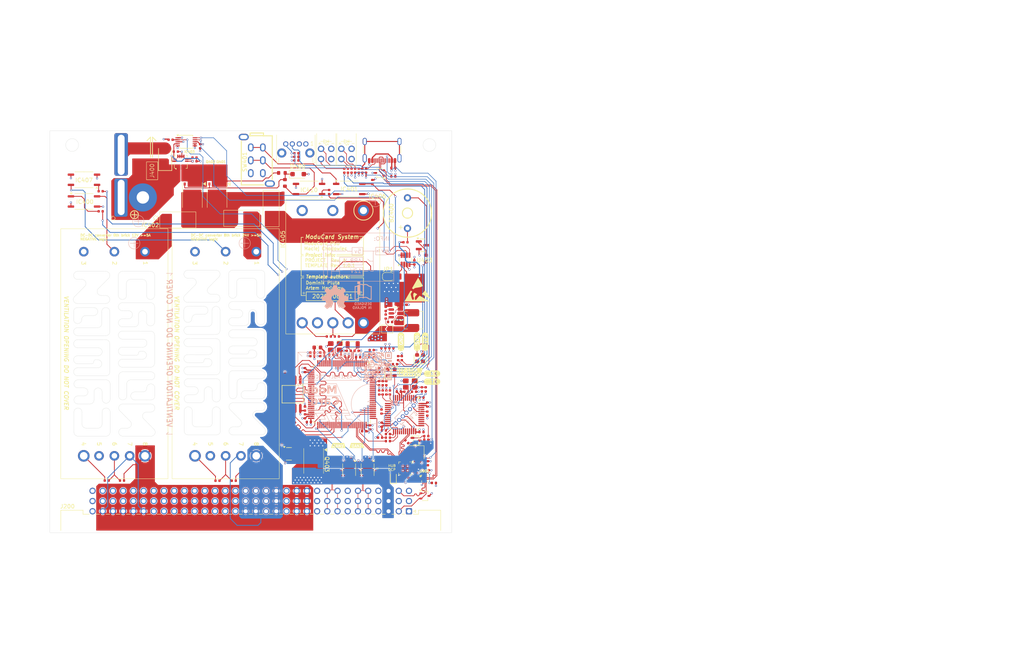
<source format=kicad_pcb>
(kicad_pcb (version 20241229) (generator "pcbnew") (generator_version "9.0")
  (title_block (title "ModuCard Power Supply Unit") (date "2025-09-12") (rev "0") (company "KoNaR") (comment 1 "Base project author: Dominik Pluta Artem Horiunov") (comment 2 "Maciej Chodowiec") (comment 3 "Project author"))
  (layers (0 "F.Cu" signal) (4 "In1.Cu" signal) (6 "In2.Cu" signal) (2 "B.Cu" signal) (13 "F.Paste" user) (15 "B.Paste" user) (5 "F.SilkS" user "F.Silkscreen") (7 "B.SilkS" user "B.Silkscreen") (1 "F.Mask" user) (3 "B.Mask" user) (25 "Edge.Cuts" user))
  (property "SHEETTOTAL" "5")
  (net 0 "")
  (net 1 "+3V3")
  (net 2 "GND")
  (net 3 "/ST-LINK/STLINK-RST")
  (net 4 "/ST-LINK/STLINK-OSC_IN")
  (net 5 "/ST-LINK/STLINK-OSC_OUT")
  (net 6 "+5V")
  (net 7 "/ST-LINK/LED")
  (net 8 "/MCU/OSC_IN")
  (net 9 "/ST-LINK/STLINK-BOOT0")
  (net 10 "/MCU/OSC_OUT")
  (net 11 "/MCU/BOOT0")
  (net 12 "/MCU/NRST")
  (net 13 "/ST-LINK/DIO")
  (net 14 "/ST-LINK/CLK")
  (net 15 "/ST-LINK/STLINK_RX")
  (net 16 "/ST-LINK/USB_RENUM")
  (net 17 "Net-(U302-3V3)")
  (net 18 "/USB/VBUS_IN")
  (net 19 "/ST-LINK/STLINK_TX")
  (net 20 "/Backplane/GPIOC0")
  (net 21 "/MCU/USR_BUTTON")
  (net 22 "/ST-LINK/SWO")
  (net 23 "Net-(D700-Pad2)")
  (net 24 "Net-(D701-Pad1)")
  (net 25 "Net-(Q700-B)")
  (net 26 "Net-(Q700-E)")
  (net 27 "/MCU/SWD.~{RST}")
  (net 28 "Net-(U500-STB)")
  (net 29 "Net-(U600-STB)")
  (net 30 "/MCU/SWD.SWCLK")
  (net 31 "/ST-LINK/ST-LINK.D+")
  (net 32 "/MCU/SWD.SWDIO")
  (net 35 "/Battery connector/VIOUT")
  (net 42 "Net-(D301-Pad1)")
  (net 54 "/MCU/QSPI1.SCLK")
  (net 61 "/5V converter + sensor/BATTERY_FUSED")
  (net 64 "/MCU/QSPI1.IO3")
  (net 67 "/MCU/USB_MCU.D-")
  (net 68 "/USB/USB2S.D-")
  (net 69 "Net-(U302-PGANG)")
  (net 70 "/MCU/USB_MCU.D+")
  (net 71 "/USB/USB2S.D+")
  (net 72 "/USB-hub/USB_MCU_R.D-")
  (net 73 "/ST-LINK/ST-LINK.D-")
  (net 74 "/USB-hub/USB_MCU_R.D+")
  (net 75 "/Backplane/BACKPLANE.D+")
  (net 76 "/Backplane/BACKPLANE.D-")
  (net 77 "/MCU/QSPI1.CS")
  (net 78 "/5V converter + sensor/PreJumper")
  (net 79 "/USB-hub/USBOUT1_R.D-")
  (net 80 "/USB-hub/USBOUT1_R.D+")
  (net 81 "+12V")
  (net 82 "Net-(U700-PA0)")
  (net 83 "Net-(U700-PA5)")
  (net 84 "Net-(U700-PC13)")
  (net 85 "Net-(U700-PC14)")
  (net 86 "Net-(U700-PB0)")
  (net 88 "Net-(U700-PB14)")
  (net 89 "Net-(U700-PB12)")
  (net 90 "Net-(U700-PB13)")
  (net 92 "/USB-hub/USBIN1.D+")
  (net 93 "Net-(U302-XO)")
  (net 94 "Net-(U302-XI)")
  (net 96 "/USB-hub/USBIN1.D-")
  (net 97 "/12V conveter + sensor/ON-OFF0")
  (net 98 "/Backplane/CAN1.+")
  (net 99 "/Backplane/CAN2.-")
  (net 100 "Net-(IC403-IP+)")
  (net 101 "/Backplane/CAN2.+")
  (net 102 "/12V conveter + sensor/FUSE")
  (net 103 "/Backplane/GPIOR8")
  (net 104 "/12V conveter + sensor/BATTERY")
  (net 105 "/Backplane/GPIOR0")
  (net 106 "/Backplane/GPIOR3")
  (net 107 "/MCU/QSPI1.IO0")
  (net 108 "/Backplane/GPIOR15")
  (net 109 "/??V converter + sensor/FUSE")
  (net 110 "Net-(IC407-Pad1)")
  (net 111 "/Backplane/GPIOC9")
  (net 112 "/Backplane/GPIOR5")
  (net 113 "/Backplane/GPIOR2")
  (net 114 "/MCU/OSC32_OUT")
  (net 115 "/MCU/QSPI1.IO2")
  (net 116 "/Backplane/CAN1.-")
  (net 117 "/MCU/QSPI1.IO1")
  (net 118 "/12V conveter + sensor/ON{slash}OFF")
  (net 119 "/??V converter + sensor/ON{slash}OFF")
  (net 120 "/12V conveter + sensor/TRIM")
  (net 121 "Net-(IC403-IP–)")
  (net 122 "/Backplane/GPIOC4")
  (net 123 "Net-(IC403-~{FAULT})")
  (net 124 "/MCU/BOOT_EN")
  (net 126 "/Backplane/GPIOC11")
  (net 127 "/Backplane/GPIOR6")
  (net 128 "/Backplane/GPIOR1")
  (net 129 "/Backplane/GPIOR11")
  (net 131 "/Battery connector/ADS115{slash}RDY")
  (net 132 "/Backplane/GPIOR4")
  (net 133 "Net-(IC410-Pad1)")
  (net 134 "/Backplane/GPIOC6")
  (net 135 "/Backplane/GPIOC10")
  (net 136 "/Backplane/GPIOR9")
  (net 137 "/MCU/OSC32_IN")
  (net 138 "/Backplane/GPIOC15")
  (net 139 "/Backplane/GPIOR10")
  (net 158 "/Backplane/GPIOC3")
  (net 159 "+24V")
  (net 160 "/Backplane/GPIOC2")
  (net 161 "/Backplane/GPIOR12")
  (net 162 "/??V converter + sensor/TRIM")
  (net 163 "/Backplane/GPIOC7")
  (net 164 "/Backplane/GPIOC12")
  (net 165 "/Backplane/GPIOC8")
  (net 166 "/Backplane/GPIOC14")
  (net 167 "/Backplane/GPIOC1")
  (net 168 "/Backplane/GPIOC13")
  (net 169 "/5V converter + sensor/PawełJumper")
  (net 170 "/Backplane/GPIOR7")
  (net 171 "/Backplane/GPIOC5")
  (net 172 "/Backplane/GPIOR13")
  (net 173 "/Backplane/GPIOR14")
  (net 175 "/MCU/VCAP_2")
  (net 177 "/5V converter + sensor/TRIM")
  (net 179 "/MCU/VCAP_1")
  (net 181 "/CAN transceiver 1/CAN.TX")
  (net 197 "/CAN transceiver 1/CAN.RX")
  (net 198 "/CAN transceiver 2/CAN.TX")
  (net 199 "/CAN transceiver 2/CAN.RX")
  (net 200 "/USB/CC1")
  (net 201 "/USB/CC2")
  (net 202 "Net-(J800-SHIELD)")
  (net 205 "Net-(U801-SEL)")
  (net 206 "Net-(U801-~{OE})")
  (net 207 "/Power/VBST_3V3")
  (net 208 "/Power/SW_3V3")
  (net 209 "/Power/FB_3V3")
  (net 212 "/MCU/USR_BTN")
  (net 213 "/MCU/USER_LED_1")
  (net 214 "/MCU/USER_LED_2")
  (net 215 "/MCU/STATUS_LED")
  (net 216 "Net-(LED300-Pad1)")
  (net 217 "Net-(LED300-Pad3)")
  (net 218 "Net-(LED301-Pad1)")
  (net 219 "Net-(LED301-Pad3)")
  (net 220 "Net-(D401-Pad1)")
  (net 221 "Net-(D402-Pad1)")
  (net 222 "+5V_STDBY")
  (net 223 "/Power/+3V3_UNPROTEC")
  (net 224 "/MCU/+VDDA")
  (net 225 "Net-(D400-K)")
  (net 226 "/12V conveter + sensor/ON-OFF1")
  (net 227 "/Battery connector/MASTER_ON")
  (net 228 "/12V conveter + sensor/ON-OFF2")
  (net 229 "/5V converter + sensor/I2C.SCL")
  (net 230 "/5V converter + sensor/I2C.SDA")
  (net 232 "Net-(Q400-D)")
  (net 233 "Net-(Q403-Pad4)")
  (net 234 "Net-(IC400-Pad1)")
  (net 235 "Net-(IC410-Pad6)")
  (net 236 "Net-(IC401-Pad1)")
  (net 237 "Net-(BZ400--)")
  (net 238 "Net-(Q404-G)")
  (net 239 "Net-(BZ400-+)")
  (net 240 "/MCU/Buzzer")
  (net 241 "/MCU/Power_Button_IN")
  (net 242 "/MCU/I2C1.SDA")
  (net 243 "/MCU/I2C1.SCL")
  (net 244 "/Battery connector/ADS1115.SCL")
  (net 245 "/Battery connector/ADS1115.SDA")
  (footprint "kibuzzard-67B37005" (layer "F.Cu") (at 132.75 103.775 90)
    (property "Reference" "kibuzzard-67B37005" (hide yes))
    (property "Value" "G***" (hide yes))
  )
  (footprint "Inductor_SMD:L_Changjiang_FXL0420" (layer "F.Cu") (at 129.900136 98.431509 -90)
    (property "Reference" "L301" (hide yes))
    (property "Value" "3.3uH")
  )
  (footprint "kibuzzard-67B643DE" (layer "F.Cu") (at 111.16 129.615002)
    (property "Reference" "kibuzzard-67B643DE" (hide yes))
    (property "Value" "G***" (hide yes))
  )
  (footprint "TestPoint:TestPoint_Pad_D1.0mm" (layer "F.Cu") (at 132.75 105.325)
    (property "Reference" "TP302" (hide yes))
    (property "Value" "TestPoint")
  )
  (footprint "Package_SO:SOIC-4_4.55x3.7mm_P2.54mm" (layer "F.Cu") (at 113.87 65.785001)
    (property "Reference" "IC401")
    (property "Value" "TLP185xSE")
  )
  (footprint "FixLed307:FixLed307" (layer "F.Cu") (at 108.15 55.785)
    (property "Reference" "LED300" (hide yes))
    (property "Value" "FixLed307")
  )
  (footprint "PCM_JLCPCB:R_0402" (layer "F.Cu") (at 110.8 102.485001)
    (property "Reference" "R420" (hide yes))
    (property "Value" "R" (hide yes))
  )
  (footprint "PCM_JLCPCB:R_0402" (layer "F.Cu") (at 126.85 132.125 -90)
    (property "Reference" "R903" (hide yes))
    (property "Value" "22Ω" (hide yes))
  )
  (footprint "PCM_JLCPCB:R_0402" (layer "F.Cu") (at 126.7 138.375 180)
    (property "Reference" "R308" (hide yes))
    (property "Value" "1kΩ" (hide yes))
  )
  (footprint "PCM_JLCPCB:R_0402" (layer "F.Cu") (at 97.12 128.135001 -90)
    (property "Reference" "R429" (hide yes))
    (property "Value" "10kΩ" (hide yes))
  )
  (footprint "PCM_JLCPCB:C_0402" (layer "F.Cu") (at 70.72 56.485001 180)
    (property "Reference" "C428" (hide yes))
    (property "Value" "100nF")
  )
  (footprint "PCM_JLCPCB:C_0402" (layer "F.Cu") (at 116.145 136.585001 90)
    (property "Reference" "C501" (hide yes))
    (property "Value" "100nF" (hide yes))
  )
  (footprint "PCM_JLCPCB:R_0402" (layer "F.Cu") (at 123.5 128.525)
    (property "Reference" "R716" (hide yes))
    (property "Value" "22Ω" (hide yes))
  )
  (footprint "PCM_JLCPCB:R_0402" (layer "F.Cu") (at 122.950136 97.531509 90)
    (property "Reference" "R306" (hide yes))
    (property "Value" "33k2" (hide yes))
  )
  (footprint "Brick_Converter:8th DC-DC converter" (layer "F.Cu") (at 68.77 75.665001 -90)
    (property "Reference" "IC402")
    (property "Value" "~")
  )
  (footprint "PCM_JLCPCB:D_0603" (layer "F.Cu") (at 124.85 137.575 90)
    (property "Reference" "D301" (hide yes))
    (property "Value" "Red")
  )
  (footprint "Package_SO:SOIC-4_4.55x3.7mm_P2.54mm" (layer "F.Cu") (at 47.87 68.885001)
    (property "Reference" "IC400")
    (property "Value" "TLP185xSE")
  )
  (footprint "PCM_JLCPCB:FB_0603" (layer "F.Cu") (at 105.95 105.225 180)
    (property "Reference" "FB400" (hide yes))
    (property "Value" "~")
  )
  (footprint "PCM_JLCPCB:C_0402" (layer "F.Cu") (at 111.595 136.585001 90)
    (property "Reference" "C601" (hide yes))
    (property "Value" "100nF" (hide yes))
  )
  (footprint "PCM_JLCPCB:C_0402" (layer "F.Cu") (at 104.7 106.475 180)
    (property "Reference" "C408" (hide yes))
    (property "Value" "10uF")
  )
  (footprint "PCM_JLCPCB:R_0402" (layer "F.Cu") (at 127.87 79.035001)
    (property "Reference" "R433" (hide yes))
    (property "Value" "120Ω" (hide yes))
  )
  (footprint "PCM_JLCPCB:R_0402" (layer "F.Cu") (at 116.145 134.435001 90)
    (property "Reference" "R600" (hide yes))
    (property "Value" "10kΩ" (hide yes))
  )
  (footprint "kibuzzard-67B2198C" (layer "F.Cu") (at 134.5 111.725)
    (property "Reference" "kibuzzard-67B2198C" (hide yes))
    (property "Value" "G***" (hide yes))
  )
  (footprint "PCM_JLCPCB:C_0402" (layer "F.Cu") (at 116.075 107.65)
    (property "Reference" "C400" (hide yes))
    (property "Value" "10uF")
  )
  (footprint "kibuzzard-67B643EE" (layer "F.Cu") (at 115.76 129.615002)
    (property "Reference" "kibuzzard-67B643EE" (hide yes))
    (property "Value" "G***" (hide yes))
  )
  (footprint "BUZ-BD12:BUZ-TH_BD12.0-P7.60-D0.6-FD" (layer "F.Cu") (at 128.37 71.785001 90)
    (property "Reference" "BZ400")
    (property "Value" "Buzzer")
  )
  (footprint "PCM_JLCPCB:C_0402" (layer "F.Cu") (at 113.75 106.025 180)
    (property "Reference" "C313" (hide yes))
    (property "Value" "18pF")
  )
  (footprint "PCM_JLCPCB:R_0402" (layer "F.Cu") (at 124.85 62.675)
    (property "Reference" "R801" (hide yes))
    (property "Value" "5.1kΩ" (hide yes))
  )
  (footprint "PCM_JLCPCB:C_0402" (layer "F.Cu") (at 113.845 133.035001 180)
    (property "Reference" "C600" (hide yes))
    (property "Value" "100nF")
  )
  (footprint "PCM_JLCPCB:C_0402" (layer "F.Cu") (at 107.175 107.375 180)
    (property "Reference" "C407" (hide yes))
    (property "Value" "100nF")
  )
  (footprint "PCM_JLCPCB:C_0402" (layer "F.Cu") (at 115.7 106.025)
    (property "Reference" "C314" (hide yes))
    (property "Value" "18pF")
  )
  (footprint "PCM_JLCPCB:R_0402" (layer "F.Cu") (at 69.42 53.535001)
    (property "Reference" "R410" (hide yes))
    (property "Value" "10kΩ" (hide yes))
  )
  (footprint "kicad-footprints:UFQFN-10_1.4x1.8" (layer "F.Cu") (at 132.65 137.8)
    (property "Reference" "U801")
    (property "Value" "FSUSB42UMX")
  )
  (footprint "PCM_JLCPCB:R_0603" (layer "F.Cu") (at 97.87 64.265001 -90)
    (property "Reference" "R432" (hide yes))
    (property "Value" "3.3kΩ")
  )
  (footprint "TestPoint:TestPoint_Pad_D1.0mm" (layer "F.Cu") (at 133.25 113.725 90)
    (property "Reference" "TP701" (hide yes))
    (property "Value" "TestPoint")
  )
  (footprint "PCM_JLCPCB:R_0402" (layer "F.Cu") (at 119.45 107.645 180)
    (property "Reference" "R404" (hide yes))
    (property "Value" "100Ω" (hide yes))
  )
  (footprint "Package_TO_SOT_SMD:SOT-23-6" (layer "F.Cu") (at 125.470856 96.735001 180)
    (property "Reference" "U301" (hide yes))
    (property "Value" "TPS563201DDCR" (hide yes))
  )
  (footprint "PCM_JLCPCB:C_0402" (layer "F.Cu") (at 118.445 133.035001 180)
    (property "Reference" "C500" (hide yes))
    (property "Value" "100nF")
  )
  (footprint "kibuzzard-67B20BD5" (layer "F.Cu") (at 129.2 111.375)
    (property "Reference" "kibuzzard-67B20BD5" (hide yes))
    (property "Value" "G***" (hide yes))
  )
  (footprint "PCM_JLCPCB:R_0402" (layer "F.Cu") (at 127.75 132.125 -90)
    (property "Reference" "R902" (hide yes))
    (property "Value" "22Ω" (hide yes))
  )
  (footprint "FuseCustom:Fuse_2410_6125" (layer "F.Cu") (at 87.12 73.085001 180)
    (property "Reference" "F403" (hide yes))
    (property "Value" "10A")
  )
  (footprint "PCM_JLCPCB:R_0402" (layer "F.Cu") (at 121.325 116.425 -90)
    (property "Reference" "R700" (hide yes))
    (property "Value" "100kΩ" (hide yes))
  )
  (footprint "PCM_JLCPCB:R_0402" (layer "F.Cu") (at 100.7284 58.685001)
    (property "Reference" "R405" (hide yes))
    (property "Value" "10kΩ" (hide yes))
  )
  (footprint "PCM_JLCPCB:R_0402" (layer "F.Cu") (at 114.45 61.225 90)
    (property "Reference" "R409" (hide yes))
    (property "Value" "120Ω" (hide yes))
  )
  (footprint "PCM_JLCPCB:R_0402" (layer "F.Cu") (at 113.55 61.225 90)
    (property "Reference" "R400" (hide yes))
    (property "Value" "1kΩ" (hide yes))
  )
  (footprint "PS-22F03:SW-TH_G-SWITCH-PS-22F03N" (layer "F.Cu") (at 90.87 58.647501 90)
    (property "Reference" "SW401")
    (property "Value" "Push SW")
  )
  (footprint "PCM_JLCPCB:R_0805" (layer "F.Cu") (at 127.25 87.575001)
    (property "Reference" "R419" (hide yes))
    (property "Value" "8mΩ")
  )
  (footprint "Brick_Converter:8th DC-DC converter" (layer "F.Cu") (at 96.455 75.660001 -90)
    (property "Reference" "IC405")
    (property "Value" "~")
  )
  (footprint "PCM_JLCPCB:R_0603" (layer "F.Cu") (at 97.12 61.785001)
    (property "Reference" "R415" (hide yes))
    (property "Value" "1kΩ")
  )
  (footprint "DFN5060-8L:DFN5060-8L" (layer "F.Cu") (at 105.02 133.435001 -90)
    (property "Reference" "Q403")
    (property "Value" "HSBA8119")
  )
  (footprint "Brick_Converter:16th DC-DC converter" (layer "F.Cu") (at 109.79 85.115001 -90)
    (property "Reference" "IC406")
    (property "Value" "~")
  )
  (footprint "PCM_JLCPCB:R_0402" (layer "F.Cu") (at 126.95 107.875 90)
    (property "Reference" "R411" (hide yes))
    (property "Value" "470Ω" (hide yes))
  )
  (footprint "PCM_JLCPCB:R_0402" (layer "F.Cu") (at 52.02 71.335001)
    (property "Reference" "R413" (hide yes))
    (property "Value" "1kΩ" (hide yes))
  )
  (footprint "PCM_JLCPCB:C_0402" (layer "F.Cu") (at 123.1 114.1 -90)
    (property "Reference" "C410" (hide yes))
    (property "Value" "4.7uF")
  )
  (footprint "PCM_JLCPCB:D_0603" (layer "F.Cu") (at 125.175 111.45 -90)
    (property "Reference" "D701" (hide yes))
    (property "Value" "Green")
  )
  (footprint "PCM_JLCPCB:R_0402" (layer "F.Cu") (at 122.37 105.360001)
    (property "Reference" "R423" (hide yes))
    (property "Value" "10kΩ" (hide yes))
  )
  (footprint "PCM_JLCPCB:D_SMA" (layer "F.Cu") (at 68.07 57.685001 90)
    (property "Reference" "D404" (hide yes))
    (property "Value" "SMAJ64A")
  )
  (footprint "PCM_JLCPCB:R_0402" (layer "F.Cu") (at 124 116.425 -90)
    (property "Reference" "R701" (hide yes))
    (property "Value" "10kΩ" (hide yes))
  )
  (footprint "PCM_JLCPCB:C_0402" (layer "F.Cu") (at 121.275 110.85 -90)
    (property "Reference" "C405" (hide yes))
    (property "Value" "100nF")
  )
  (footprint "PCM_JLCPCB:D_0603" (layer "F.Cu") (at 132.24 107.875 90)
    (property "Reference" "D402" (hide yes))
    (property "Value" "Green")
  )
  (footprint "PCM_JLCPCB:R_0402" (layer "F.Cu") (at 108.8 102.485001)
    (property "Reference" "R421" (hide yes))
    (property "Value" "R" (hide yes))
  )
  (footprint "PCM_JLCPCB:CRYSTAL-SMD_4P-L3.2-W2.5-BL" (layer "F.Cu") (at 129.05 114.325 180)
    (property "Reference" "Y700" (hide yes))
    (property "Value" "8 MHz")
  )
  (footprint "Package_QFP:LQFP-48_7x7mm_P0.5mm" (layer "F.Cu") (at 127.65 121.925 -90)
    (property "Reference" "U700" (hide yes))
    (property "Value" "STM32F103CBTx")
  )
  (footprint "TestPoint:TestPoint_Pad_D1.0mm" (layer "F.Cu") (at 133.25 111.725 90)
    (property "Reference" "TP700" (hide yes))
    (property "Value" "TestPoint")
  )
  (footprint "PCM_JLCPCB:R_0402" (layer "F.Cu") (at 52.02 66.335001)
    (property "Reference" "R418" (hide yes))
    (property "Value" "1kΩ" (hide yes))
  )
  (footprint "FuseCustom:Fuse_2410_6125" (layer "F.Cu") (at 71.22 73.485001)
    (property "Reference" "F402" (hide yes))
    (property "Value" "10A")
  )
  (footprint "PCM_JLCPCB:R_0402" (layer "F.Cu") (at 123.35 109.375)
    (property "Reference" "R707" (hide yes))
    (property "Value" "10kΩ" (hide yes))
  )
  (footprint "PCM_JLCPCB:C_0402" (layer "F.Cu") (at 130.08 84.050001 90)
    (property "Reference" "C434" (hide yes))
    (property "Value" "100nF")
  )
  (footprint "PCM_JLCPCB:C_0402" (layer "F.Cu") (at 76.77 55.135001 90)
    (property "Reference" "C430" (hide yes))
    (property "Value" "100nF")
  )
  (footprint "kibuzzard-67B37472" (layer "F.Cu") (at 130.75 103.775 90)
    (property "Reference" "kibuzzard-67B37472" (hide yes))
    (property "Value" "G***" (hide yes))
  )
  (footprint "Package_QFP:LQFP-100_14x14mm_P0.5mm" (layer "F.Cu") (at 112.075 116.85 -90)
    (property "Reference" "U400" (hide yes))
    (property "Value" "STM32H750VBTx")
  )
  (footprint "PCM_JLCPCB:C_0402" (layer "F.Cu") (at 104.7 107.375 180)
    (property "Reference" "C409" (hide yes))
    (property "Value" "100nF")
  )
  (footprint "PCM_JLCPCB:C_0402" (layer "F.Cu") (at 128.1 116.235 180)
    (property "Reference" "C708" (hide yes))
    (property "Value" "33pF" (hide yes))
  )
  (footprint "PCM_JLCPCB:R_0402" (layer "F.Cu") (at 132.9 115.625 -90)
    (property "Reference" "R705" (hide yes))
    (property "Value" "10kΩ" (hide yes))
  )
  (footprint "PCM_JLCPCB:R_0402" (layer "F.Cu") (at 122.950136 95.631509 90)
    (property "Reference" "R307" (hide yes))
    (property "Value" "10kΩ" (hide yes))
  )
  (footprint "PCM_JLCPCB:R_0402" (layer "F.Cu") (at 133.05 128.175)
    (property "Reference" "R711" (hide yes))
    (property "Value" "33kΩ" (hide yes))
  )
  (footprint "PCM_JLCPCB:R_0402" (layer "F.Cu") (at 133.05 127.275)
    (property "Reference" "R710" (hide yes))
    (property "Value" "100Ω" (hide yes))
  )
  (footprint "PCM_JLCPCB:R_0402" (layer "F.Cu") (at 123.5 127.65)
    (property "Reference" "R715" (hide yes))
    (property "Value" "22Ω" (hide yes))
  )
  (footprint "PCM_JLCPCB:C_0402" (layer "F.Cu") (at 116.25 61.225 -90)
    (property "Reference" "C801" (hide yes))
    (property "Value" "100nF")
  )
  (footprint "PCM_JLCPCB:C_0402" (layer "F.Cu") (at 102.875 110.85 90)
    (property "Reference" "C402" (hide yes))
    (property "Value" "100nF")
  )
  (footprint "kibuzzard-67E7D86B" (layer "F.Cu") (at 126.75 103.775001 90)
    (property "Reference" "kibuzzard-67E7D86B" (hide yes))
    (property "Value" "G***" (hide yes))
  )
  (footprint "Jumper:SolderJumper-2_P1.3mm_Open_TrianglePad1.0x1.5mm" (layer "F.Cu") (at 123.325136 100.628051 180)
    (property "Reference" "JP301" (hide yes))
    (property "Value" "Test Buck Vout")
  )
  (footprint "Connector_USB:USB_C_Receptacle_GCT_USB4105-xx-A_16P_TopMnt_Horizontal" (layer "F.Cu") (at 122.05 55.035 180)
    (property "Reference" "J800" (hide yes))
    (property "Value" "USB_C_Receptacle_USB2.0_16P")
  )
  (footprint "PCM_JLCPCB:C_0402" (layer "F.Cu") (at 127.563767 94.578051 180)
    (property "Reference" "C311" (hide yes))
    (property "Value" "100nF")
  )
  (footprint "kibuzzard-67B219C6" (layer "F.Cu") (at 134.5 113.725)
    (property "Reference" "kibuzzard-67B219C6" (hide yes))
    (property "Value" "G***" (hide yes))
  )
  (footprint "PCM_JLCPCB:R_0402" (layer "F.Cu") (at 75.37 57.970001 180)
    (property "Reference" "R414" (hide yes))
    (property "Value" "100kΩ" (hide yes))
  )
  (footprint "Package_TO_SOT_SMD:SOT-323_SC-70" (layer "F.Cu") (at 132.7075 142.162501)
    (property "Reference" "U402" (hide yes))
    (property "Value" "TPD2E2U06DCK")
  )
  (footprint "DFN5060-8L:DFN5060-8L" (layer "F.Cu") (at 80.9825 67.260001 -90)
    (property "Reference" "Q401")
    (property "Value" "HSBA8119")
  )
  (footprint "PCM_JLCPCB:C_0402" (layer "F.Cu") (at 130 116.225)
    (property "Reference" "C707" (hide yes))
    (property "Value" "33pF")
  )
  (footprint "PCM_JLCPCB:R_0402" (layer "F.Cu") (at 123.9 133.225 -90)
    (property "Reference" "R901" (hide yes))
    (property "Value" "22Ω" (hide yes))
  )
  (footprint "PCM_JLCPCB:R_0402" (layer "F.Cu") (at 133.05 129.075 180)
    (property "Reference" "R709" (hide yes))
    (property "Value" "10kΩ" (hide yes))
  )
  (footprint "PCM_JLCPCB:R_0402" (layer "F.Cu") (at 117.15 61.225 -90)
    (property "Reference" "R805" (hide yes))
    (property "Value" "330Ω" (hide yes))
  )
  (footprint "PCM_JLCPCB:R_0402" (layer "F.Cu") (at 118.05 61.225 -90)
    (property "Reference" "R800" (hide yes))
    (property "Value" "5.1kΩ" (hide yes))
  )
  (footprint "PCM_JLCPCB:C_0603" (layer "F.Cu") (at 124.820136 94.371509 180)
    (property "Reference" "C310" (hide yes))
    (property "Value" "10uF")
  )
  (footprint "PCM_JLCPCB:R_0402" (layer "F.Cu") (at 122.2 114.1 -90)
    (property "Reference" "R402" (hide yes))
    (property "Value" "10kΩ" (hide yes))
  )
  (footprint "PCM_JLCPCB:R_0402" (layer "F.Cu") (at 133.3 121.675 90)
    (property "Reference" "R702" (hide yes))
    (property "Value" "100kΩ" (hide yes))
  )
  (footprint "PCM_JLCPCB:C_0603" (layer "F.Cu") (at 124.830585 93.128051 180)
    (property "Reference" "C309" (hide yes))
    (property "Value" "10uF")
  )
  (footprint "PCM_JLCPCB:C_0402" (layer "F.Cu") (at 130.45 134.075 90)
    (property "Reference" "C900" (hide yes))
    (property "Value" "100nF")
  )
  (footprint "PCM_JLCPCB:C_0402" (layer "F.Cu") (at 118.975 125.1 -90)
    (property "Reference" "C404" (hide yes))
    (property "Value" "100nF")
  )
  (footprint "PCM_JLCPCB:R_0402" (layer "F.Cu") (at 99.87 129.435001 180)
    (property "Reference" "R428" (hide yes))
    (property "Value" "10kΩ" (hide yes))
  )
  (footprint "PCM_JLCPCB:R_0402" (layer "F.Cu") (at 132.55 134.025 -90)
    (property "Reference" "R802" (hide yes))
    (property "Value" "10kΩ" (hide yes))
  )
  (footprint "PCM_JLCPCB:C_0402" (layer "F.Cu") (at 131.85 117.625)
    (property "Reference" "C701" (hide yes))
    (property "Value" "100nF")
  )
  (footprint "PCM_JLCPCB:R_0402" (layer "F.Cu") (at 85.14 138.380001 180)
    (property "Reference" "R426" (hide yes))
    (property "Value" "R" (hide yes))
  )
  (footprint "Connector_DIN:DIN41612_R_3x32_Female_Horizontal_THT" (layer "F.Cu") (at 128.74 145.975 180)
    (property "Reference" "J200")
    (property "Value" "09031967921")
  )
  (footprint "Package_SO:SOIC-4_4.55x3.7mm_P2.54mm" (layer "F.Cu") (at 103.87 65.785001 180)
    (property "Reference" "IC410")
    (property "Value" "TLP185xSE")
  )
  (footprint "PCM_JLCPCB:R_0402" (layer "F.Cu") (at 101.42 131.185001 90)
    (property "Reference" "R430" (hide yes))
    (property "Value" "22Ω" (hide yes))
  )
  (footprint "PCM_JLCPCB:Q_SOT-23" (layer "F.Cu") (at 98.87 131.685001)
    (property "Reference" "Q400" (hide yes))
    (property "Value" "AO3400A")
  )
  (footprint "PCM_JLCPCB:C_0402" (layer "F.Cu") (at 75.37 58.870001)
    (property "Reference" "C418" (hide yes))
    (property "Value" "100nF")
  )
  (footprint "PCM_JLCPCB:C_0402" (layer "F.Cu") (at 122.5 125.875)
    (property "Reference" "C700" (hide yes))
    (property "Value" "1uF")
  )
  (footprint "PCM_JLCPCB:R_0402" (layer "F.Cu") (at 57.33 138.335001 180)
    (property "Reference" "R424" (hide yes))
    (property "Value" "R" (hide yes))
  )
  (footprint "XT60-RightAngle:XT60-RightAngle-Adapter" (layer "F.Cu") (at 57.22 62.785001 90)
    (property "Reference" "J400")
    (property "Value" "XT60-Angled-F")
  )
  (footprint "FuseCustom:Fuse_2410_6125" (layer "F.Cu") (at 94.42 70.685001 90)
    (property "Reference" "F404" (hide yes))
    (property "Value" "10A")
  )
  (footprint "PCM_JLCPCB:R_0402" (layer "F.Cu") (at 120.695 136.585001 90)
    (property "Reference" "R500" (hide yes))
    (property "Value" "10kΩ" (hide yes))
  )
  (footprint "PCM_JLCPCB:C_0402" (layer "F.Cu") (at 107.175 106.475 180)
    (property "Reference" "C406" (hide yes))
    (property "Value" "10uF")
  )
  (footprint "PCM_JLCPCB:C_0402" (layer "F.Cu") (at 109.425 107.025 180)
    (property "Reference" "C411" (hide yes))
    (property "Value" "22pF")
  )
  (footprint "PCM_JLCPCB:C_0402" (layer "F.Cu") (at 133.29 119.4225 -90)
    (property "Reference" "C704" (hide yes))
    (property "Value" "100nF" (hide yes))
  )
  (footprint "PCM_JLCPCB:C_0402" (layer "F.Cu") (at 131.35 134.075 90)
    (property "Reference" "C902" (hide yes))
    (property "Value" "10uF")
  )
  (footprint "PCM_JLCPCB:C_0402" (layer "F.Cu") (at 133.15 135.775)
    (property "Reference" "C312" (hide yes))
    (property "Value" "100nF")
  )
  (footprint "PCM_JLCPCB:C_0402" (layer "F.Cu") (at 122.01 124.4275 90)
    (property "Reference" "C702" (hide yes))
    (property "Value" "100nF" (hide yes))
  )
  (footprint "PCM_JLCPCB:R_0402" (layer "F.Cu") (at 131.95 115.625 -90)
    (property "Reference" "R706" (hide yes))
    (property "Value" "10kΩ" (hide yes))
  )
  (footprint "PCM_JLCPCB:R_0402" (layer "F.Cu") (at 133.45 134.025 90)
    (property "Reference" "R803" (hide yes))
    (property "Value" "22kΩ" (hide yes))
  )
  (footprint "PCM_JLCPCB:C_0603" (layer "F.Cu") (at 126.912182 99.881509 90)
    (property "Reference" "C307" (hide yes))
    (property "Value" "22uF")
  )
  (footprint "PCM_JLCPCB:C_0402" (layer "F.Cu") (at 124.040136 98.881509)
    (property "Reference" "C306" (hide yes))
    (property "Value" "100nF")
  )
  (footprint "PCM_JLCPCB:Q_SOT-23" (layer "F.Cu") (at 132.12 79.785001)
    (property "Reference" "Q404" (hide yes))
    (property "Value" "AO3400A")
  )
  (footprint "PCM_JLCPCB:R_0402" (layer "F.Cu") (at 121.3 114.1 90)
    (property "Reference" "R401" (hide yes))
    (property "Value" "1kΩ" (hide yes))
  )
  (footprint "PCM_JLCPCB:R_0402" (layer "F.Cu") (at 123.5 126.775)
    (property "Reference" "R714" (hide yes))
    (property "Value" "100Ω" (hide yes))
  )
  (footprint "PCM_JLCPCB:R_0402" (layer "F.Cu") (at 124.8 133.225 -90)
    (property "Reference" "R900" (hide yes))
    (property "Value" "22Ω" (hide yes))
  )
  (footprint "PCM_JLCPCB:C_0402" (layer "F.Cu") (at 117.575 126.05)
    (property "Reference" "C414" (hide yes))
    (property "Value" "2.2uF")
  )
  (footprint "TL2243:TL2243" (layer "F.Cu") (at 100.58 56.825)
    (property "Reference" "SW400" (hide yes))
    (property "Value" "TL2243")
  )
  (footprint "Package_SON:HVSON-8-1EP_3x3mm_P0.65mm_EP1.6x2.4mm" (layer "F.Cu") (at 113.845 135.635001 -90)
    (property "Reference" "U600" (hide yes))
    (property "Value" "TJA1044GTK_3Z" (hide yes))
  )
  (footprint "PCM_JLCPCB:FC-135R_L3.2-W1.5" (layer "F.Cu") (at 114.725 104.55)
    (property "Reference" "X300" (hide yes))
    (property "Value" "Q13FC1350000400")
  )
  (footprint "PCM_JLCPCB:R_0402" (layer "F.Cu") (at 100.7284 56.885001 180)
    (property "Reference" "R406" (hide yes))
    (property "Value" "100Ω" (hide yes))
  )
  (footprint "PCM_JLCPCB:R_0402" (layer "F.Cu") (at 126.05 107.875 90)
    (property "Reference" "R412" (hide yes))
    (property "Value" "220Ω" (hide yes))
  )
  (footprint "PCM_JLCPCB:C_0402" (layer "F.Cu") (at 122.2 116.425 90)
    (property "Reference" "C706" (hide yes))
    (property "Value" "100nF")
  )
  (footprint "PCM_JLCPCB:C_0402" (layer "F.Cu") (at 124.85 60.525)
    (property "Reference" "C800" (hide yes))
    (property "Value" "100nF")
  )
  (footprint "PCM_JLCPCB:R_0402" (layer "F.Cu") (at 53.53 138.335001)
    (property "Reference" "R425" (hide yes))
    (property "Value" "R" (hide yes))
  )
  (footprint "PCM_JLCPCB:C_0402" (layer "F.Cu") (at 113.325 107.475)
    (property "Reference" "C401" (hide yes))
    (property "Value" "100nF")
  )
  (footprint "PCM_JLCPCB:C_0402" (layer "F.Cu") (at 126.2 116.235)
    (property "Reference" "C705" (hide yes))
    (property "Value" "100nF" (hide yes))
  )
  (footprint "PCM_JLCPCB:R_0402" (layer "F.Cu") (at 128.2 128.675 135)
    (property "Reference" "R712" (hide yes))
    (property "Value" "1.5kΩ" (hide yes))
  )
  (footprint "PCM_JLCPCB:CRYSTAL-SMD_4P-L3.2-W2.5-BL" (layer "F.Cu") (at 110.375 105.05 180)
    (property "Reference" "X400" (hide yes))
    (property "Value" "X322512MSB4SI")
  )
  (footprint "PCM_JLCPCB:R_0402" (layer "F.Cu") (at 121.9 121.175 -90)
    (property "Reference" "R708" (hide yes))
    (property "Value" "22Ω" (hide yes))
  )
  (footprint "PCM_JLCPCB:C_0402" (layer "F.Cu") (at 103.825 123.75 180)
    (property "Reference" "C403" (hide yes))
    (property "Value" "100nF")
  )
  (footprint "Sensor_Current:Allegro_QFN-12-10-1EP_3x3mm_P0.5mm" (layer "F.Cu") (at 71.97 59.100001 90)
    (property "Reference" "IC403")
    (property "Value" "ACS71240")
  )
  (footprint "Crystal:Crystal_SMD_3225-4Pin_3.2x2.5mm" (layer "F.Cu") (at 130.5 131.325 180)
    (property "Reference" "Y900" (hide yes))
    (property "Value" "12Mhz")
  )
  (footprint "Package_SON:HVSON-8-1EP_3x3mm_P0.65mm_EP1.6x2.4mm" (layer "F.Cu") (at 118.445 135.635001 -90)
    (property "Reference" "U500" (hide yes))
    (property "Value" "TJA1044GTK_3Z" (hide yes))
  )
  (footprint "PCM_JLCPCB:R_0402" (layer "F.Cu") (at 125.25 109.375)
    (property "Reference" "R713" (hide yes))
    (property "Value" "10kΩ" (hide yes))
  )
  (footprint "PCM_JLCPCB:C_0402" (layer "F.Cu") (at 111.325 107.025)
    (property "Reference" "C412" (hide yes))
    (property "Value" "22pF")
  )
  (footprint "Jumper:SolderJumper-2_P1.3mm_Open_RoundedPad1.0x1.5mm" (layer "F.Cu") (at 123.54 87.575001)
    (property "Reference" "JP1")
    (property "Value" "Solder Jumper")
  )
  (footprint "PCM_JLCPCB:C_0402" (layer "F.Cu") (at 119.46 105.865)
    (property "Reference" "C415" (hide yes))
    (property "Value" "100nF")
  )
  (footprint "PCM_JLCPCB:SOIC-8_L5.3-W5.3-P1.27-LS8.0-BL" (layer "F.Cu") (at 99.795 116.85 180)
    (property "Reference" "U100" (hide yes))
    (property "Value" "W25Q128")
  )
  (footprint "PCM_JLCPCB:D_0603" (layer "F.Cu") (at 123.425 111.45 90)
    (property "Reference" "D700" (hide yes))
    (property "Value" "Blue")
  )
  (footprint "PCM_JLCPCB:C_0402" (layer "F.Cu") (at 102.875 122.35 -90)
    (property "Reference" "C413" (hide yes))
    (property "Value" "2.2uF")
  )
  (footprint "Diode_SMD:D_SOD-123F" (layer "F.Cu") (at 101.17 62.085001)
    (property "Reference" "D400")
    (property "Value" "20V")
  )
  (footprint "PCM_JLCPCB:C_0402" (layer "F.Cu") (at 102.85 120.425 90)
    (property "Reference" "C100" (hide yes))
    (property "Value" "100nF")
  )
  (footprint "Package_TO_SOT_SMD:SOT-23-8" (layer "F.Cu") (at 127.89 83.400001 90)
    (property "Reference" "U403")
    (property "Value" "INA219AIDCNR")
  )
  (footprint "Package_DFN_QFN:QFN-16-1EP_3x3mm_P0.5mm_EP1.7x1.7mm" (layer "F.Cu") (at 127.8 135.3125 -90)
    (property "Reference" "U302" (hide yes))
    (property "Value" "CH334P")
  )
  (footprint "Package_TO_SOT_SMD:SOT-323_SC-70" (layer "F.Cu") (at 121.47 61.785001 180)
    (property "Reference" "U401" (hide yes))
    (property "Value" "TPD2E2U06DCK")
  )
  (footprint "DFN5060-8L:DFN5060-8L" (layer "F.Cu") (at 74.835 67.260001 -90)
    (property "Reference" "Q402")
    (property "Value" "HSBA8119")
  )
  (footprint "Package_SO:SOIC-4_4.55x3.7mm_P2.54mm" (layer "F.Cu") (at 47.87 63.485001 180)
    (property "Reference" "IC407")
    (property "Value" "TLP185xSE")
  )
  (footprint "PCM_JLCPCB:C_0402" (layer "F.Cu") (at 131.85 126.275)
    (property "Reference" "C703" (hide yes))
    (property "Value" "100nF")
  )
  (footprint "PCM_JLCPCB:D_0603" (layer "F.Cu") (at 130.75 107.875 90)
    (property "Reference" "D401" (hide yes))
    (property "Value" "Green")
  )
  (footprint "Symbol:ESD-Logo_6.6x6mm_SilkScreen" (layer "F.Cu") (at 130.87 90.785001)
    (property "Reference" "REF**" (hide yes))
    (property "Value" "ESD-Logo_6.6x6mm_SilkScreen" (hide yes))
  )
  (footprint "PCM_JLCPCB:TSSOP-10_3x3mm_P0.5mm" (layer "F.Cu") (at 73.32 54.035001)
    (property "Reference" "U404" (hide yes))
    (property "Value" "ADS1115IDGS")
  )
  (footprint "PCM_JLCPCB:R_0402" (layer "F.Cu") (at 115.35 61.225 90)
    (property "Reference" "R408" (hide yes))
    (property "Value" "470Ω" (hide yes))
  )
  (footprint "PCM_JLCPCB:R_0402" (layer "F.Cu") (at 119.46 106.765 180)
    (property "Reference" "R403" (hide yes))
    (property "Value" "10kΩ" (hide yes))
  )
  (footprint "PCM_JLCPCB:R_0402" (layer "F.Cu") (at 123.1 116.425 90)
    (property "Reference" "R703" (hide yes))
    (property "Value" "10kΩ" (hide yes))
  )
  (footprint "PCM_JLCPCB:R_0402" (layer "F.Cu") (at 108.87 66.535001 -90)
    (property "Reference" "R417" (hide yes))
    (property "Value" "220Ω" (hide yes))
  )
  (footprint "PCM_JLCPCB:R_0603" (layer "F.Cu") (at 132.97 83.085001 90)
    (property "Reference" "R416" (hide yes))
    (property "Value" "100Ω")
  )
  (footprint "PCM_JLCPCB:R_0402" (layer "F.Cu") (at 81.09 138.380001)
    (property "Reference" "R427" (hide yes))
    (property "Value" "R" (hide yes))
  )
  (footprint "PCM_JLCPCB:C_0603" (layer "F.Cu") (at 125.650136 99.881509 90)
    (property "Reference" "C308" (hide yes))
    (property "Value" "22uF")
  )
  (footprint "PCM_JLCPCB:R_0402" (layer "F.Cu") (at 119.62 64.035001 90)
    (property "Reference" "R431" (hide yes))
    (property "Value" "10kΩ" (hide yes))
  )
  (footprint "PCM_JLCPCB:R_0402" (layer "F.Cu") (at 112.65 61.225 90)
    (property "Reference" "R407" (hide yes))
    (property "Value" "1kΩ" (hide yes))
  )
  (footprint "PCM_JLCPCB:Q_SOT-323" (layer "F.Cu") (at 130.5 128.375 180)
    (property "Reference" "Q700" (hide yes))
    (property "Value" "MMST3904")
  )
  (footprint "PCM_JLCPCB:C_0402" (layer "F.Cu") (at 130.45 136.025 -90)
    (property "Reference" "C904" (hide yes))
    (property "Value" "1uF")
  )
  (footprint "PCM_JLCPCB:R_0402" (layer "F.Cu") (at 124.37 105.360001 180)
    (property "Reference" "R422" (hide yes))
    (property "Value" "10kΩ" (hide yes))
  )
  (footprint "PCM_JLCPCB:C_0402" (layer "F.Cu") (at 100.7284 57.785001 180)
    (property "Reference" "C416" (hide yes))
    (property "Value" "100nF")
  )
  (footprint "PCM_JLCPCB:R_0402" (layer "F.Cu") (at 134.95 138.925)
    (property "Reference" "R804" (hide yes))
    (property "Value" "10kΩ" (hide yes))
  )
  (footprint "FixLed307:FixLed307" (layer "F.Cu") (at 113.2 55.785)
    (property "Reference" "LED301" (hide yes))
    (property "Value" "FixLed307")
  )
  (footprint "PCM_JLCPCB:R_0402" (layer "F.Cu") (at 121.55 127.65)
    (property "Reference" "R704" (hide yes))
    (property "Value" "22Ω" (hide yes))
  )
  (footprint "Symbol:OSHW-Symbol_6.7x6mm_SilkScreen" (layer "B.Cu") (at 110.37 92.685001 180)
    (property "Reference" "REF**" (hide yes))
    (property "Value" "OSHW-Symbol_6.7x6mm_SilkScreen" (hide yes))
  )
  (footprint "Connector_PinHeader_1.27mm:PinHeader_1x06_P1.27mm_Vertical" (layer "B.Cu") (at 125.40752 124.163543 -45)
    (property "Reference" "J401" (hide yes))
    (property "Value" "Conn_01x06_Pin")
  )
  (footprint "QRcode:KonarQR" (layer "B.Cu") (at 120.97 109.885001 180)
    (property "Reference" "G***" (hide yes))
    (property "Value" "LOGO" (hide yes))
  )
  (gr_circle (center 116.77 78.285001) (end 116.77 78.485001) (stroke (width 0.1)) (fill no) (layer "F.SilkS"))
  (gr_line (start 117.395 87.485001) (end 114.145 87.485001) (stroke (width 0.15)) (layer "F.SilkS"))
  (gr_line (start 114.17 87.885001) (end 117.42 87.885001) (stroke (width 0.15)) (layer "F.SilkS"))
  (gr_line (start 102.42 77.805001) (end 101.92 77.805001) (stroke (width 0.15)) (layer "F.SilkS"))
  (gr_line (start 120.615 135.095002) (end 121.015 135.495002) (stroke (width 0.1)) (layer "F.SilkS"))
  (gr_line (start 102.42 82.405001) (end 101.92 82.405001) (stroke (width 0.15)) (layer "F.SilkS"))
  (gr_line (start 102.57 87.885001) (end 101.92 87.885001) (stroke (width 0.15)) (layer "F.SilkS"))
  (gr_line (start 121.015 135.495002) (end 121.015 135.095002) (stroke (width 0.1)) (layer "F.SilkS"))
  (gr_circle (center 116.77 91.485001) (end 116.77 91.685001) (stroke (width 0.1)) (fill no) (layer "F.SilkS"))
  (gr_line (start 117.42 82.485001) (end 117.42 87.485001) (stroke (width 0.15)) (layer "F.SilkS"))
  (gr_line (start 117.42 87.885001) (end 117.42 92.165001) (stroke (width 0.15)) (layer "F.SilkS"))
  (gr_line (start 101.92 92.285001) (end 102.97 92.285001) (stroke (width 0.15)) (layer "F.SilkS"))
  (gr_line (start 110.77 82.485001) (end 117.395 82.485001) (stroke (width 0.15)) (layer "F.SilkS"))
  (gr_line (start 116.37 77.605001) (end 117.42 77.605001) (stroke (width 0.15)) (layer "F.SilkS"))
  (gr_line (start 101.92 87.485001) (end 102.57 87.485001) (stroke (width 0.15)) (layer "F.SilkS"))
  (gr_line (start 101.92 77.805001) (end 101.92 82.085001) (stroke (width 0.15)) (layer "F.SilkS"))
  (gr_line (start 101.92 82.085001) (end 102.42 82.085001) (stroke (width 0.15)) (layer "F.SilkS"))
  (gr_line (start 101.92 82.405001) (end 101.92 87.485001) (stroke (width 0.15)) (layer "F.SilkS"))
  (gr_line (start 101.92 87.885001) (end 101.92 92.285001) (stroke (width 0.15)) (layer "F.SilkS"))
  (gr_line (start 117.42 77.605001) (end 117.42 82.085001) (stroke (width 0.15)) (layer "F.SilkS"))
  (gr_rect (start 103.17 91.385001) (end 116.17 93.585001) (stroke (width 0.15)) (fill no) (layer "F.SilkS"))
  (gr_line (start 117.42 92.165001) (end 116.37 92.165001) (stroke (width 0.15)) (layer "F.SilkS"))
  (gr_circle (center 102.57 91.685001) (end 102.57 91.885001) (stroke (width 0.1)) (fill no) (layer "F.SilkS"))
  (gr_line (start 117.42 82.085001) (end 110.77 82.085001) (stroke (width 0.15)) (layer "F.SilkS"))
  (gr_line (start 110.485917 122.082759) (end 109.215917 122.082759) (stroke (width 0.1)) (layer "B.SilkS"))
  (gr_circle (center 111.150298 124.475403) (end 111.056727 124.475403) (stroke (width 0.1)) (fill no) (layer "B.SilkS"))
  (gr_line (start 105.532917 121.574759) (end 105.151917 122.336759) (stroke (width 0.1)) (layer "B.SilkS"))
  (gr_line (start 111.47 86.235001) (end 109.47 86.235001) (stroke (width 0.1)) (layer "B.SilkS"))
  (gr_line (start 103.881917 121.594858) (end 104.642637 123.58461) (stroke (width 0.1)) (layer "B.SilkS"))
  (gr_line (start 101.036 114.237001) (end 103.576 120.841001) (stroke (width 0.1)) (layer "B.SilkS"))
  (gr_line (start 110.231917 121.574759) (end 110.485917 122.082759) (stroke (width 0.1)) (layer "B.SilkS"))
  (gr_line (start 59.37 79.285001) (end 61.37 79.285001) (stroke (width 0.1)) (layer "B.SilkS"))
  (gr_line (start 107.183917 121.574759) (end 107.945917 123.098759) (stroke (width 0.1)) (layer "B.SilkS"))
  (gr_rect (start 108.47 79.735001) (end 109.47 87.735001) (stroke (width 0.1)) (fill no) (layer "B.SilkS"))
  (gr_line (start 109.723917 123.098759) (end 110.993917 123.098759) (stroke (width 0.1)) (layer "B.SilkS"))
  (gr_circle (center 119.37 119.285001) (end 114.37 119.285001) (stroke (width 0.1)) (fill no) (layer "B.SilkS"))
  (gr_line (start 114.114783 122.089869) (end 112.771917 122.082759) (stroke (width 0.1)) (layer "B.SilkS"))
  (gr_circle (center 60.37 79.285001) (end 59.37 78.285001) (stroke (width 0.1)) (fill no) (layer "B.SilkS"))
  (gr_line (start 60.37 78.285001) (end 60.37 80.285001) (stroke (width 0.1)) (layer "B.SilkS"))
  (gr_arc (start 116.253596 89.697059) (mid 115.837434 89.96484) (end 115.350415 90.052649) (stroke (width 0.2)) (layer "B.SilkS"))
  (gr_line (start 113.280585 123.100168) (end 114.552379 123.098118) (stroke (width 0.1)) (layer "B.SilkS"))
  (gr_line (start 113.47 81.285001) (end 112.92 80.735001) (stroke (width 0.1)) (layer "B.SilkS"))
  (gr_line (start 113.849527 121.574883) (end 114.114783 122.089869) (stroke (width 0.1)) (layer "B.SilkS"))
  (gr_line (start 120.37 67.785001) (end 120.37 69.785001) (stroke (width 0.1)) (layer "B.SilkS"))
  (gr_circle (center 110.485917 122.082759) (end 110.425369 122.011418) (stroke (width 0.1)) (fill no) (layer "B.SilkS"))
  (gr_line (start 107.564917 122.336759) (end 106.44863 122.336759) (stroke (width 0.1)) (layer "B.SilkS"))
  (gr_line (start 103.872628 121.576282) (end 113.849527 121.574883) (stroke (width 0.1)) (layer "B.SilkS"))
  (gr_circle (center 114.966808 123.953689) (end 114.873237 123.953689) (stroke (width 0.1)) (fill no) (layer "B.SilkS"))
  (gr_line (start 107.945917 121.574759) (end 108.707917 123.098759) (stroke (width 0.1)) (layer "B.SilkS"))
  (gr_line (start 115.87 107.385001) (end 116.87 106.385001) (stroke (width 0.1)) (layer "B.SilkS"))
  (gr_line (start 102.6235 117.285001) (end 110.942 117.285001) (stroke (width 0.1)) (layer "B.SilkS"))
  (gr_line (start 119.37 68.785001) (end 121.37 68.785001) (stroke (width 0.1)) (layer "B.SilkS"))
  (gr_line (start 69.87 126.785001) (end 68.37 126.785001) (stroke (width 0.1)) (layer "B.SilkS"))
  (gr_circle (center 61.37 73.785001) (end 60.37 72.785001) (stroke (width 0.1)) (fill no) (layer "B.SilkS"))
  (gr_line (start 120.47 81.235001) (end 117.27 81.235001) (stroke (width 0.1)) (layer "B.SilkS"))
  (gr_line (start 108.656 120.841001) (end 109.926 120.841001) (stroke (width 0.1)) (layer "B.SilkS"))
  (gr_line (start 112.771917 122.082759) (end 113.280585 123.100168) (stroke (width 0.1)) (layer "B.SilkS"))
  (gr_arc (start 116.272997 92.906878) (mid 116.820113 92.73226) (end 117.376704 92.873798) (stroke (width 0.2)) (layer "B.SilkS"))
  (gr_line (start 117.27 83.735001) (end 118.245 83.735001) (stroke (width 0.1)) (layer "B.SilkS"))
  (gr_line (start 111.408346 123.95433) (end 110.993917 123.098759) (stroke (width 0.1)) (layer "B.SilkS"))
  (gr_arc (start 117.361555 92.873028) (mid 117.918147 92.731466) (end 118.465262 92.906108) (stroke (width 0.2)) (layer "B.SilkS"))
  (gr_line (start 117.361555 92.873028) (end 117.378445 89.685001) (stroke (width 0.2)) (layer "B.SilkS"))
  (gr_arc (start 116.243074 89.697246) (mid 116.790189 89.522604) (end 117.346781 89.664166) (stroke (width 0.2)) (layer "B.SilkS"))
  (gr_line (start 108.91 120.841001) (end 108.656 120.333001) (stroke (width 0.1)) (layer "B.SilkS"))
  (gr_line (start 119.342755 93.254027) (end 119.353381 90.070564) (stroke (width 0.2)) (layer "B.SilkS"))
  (gr_line (start 111.47 83.735001) (end 109.47 83.735001) (stroke (width 0.1)) (layer "B.SilkS"))
  (gr_rect (start 101.109026 106.39194) (end 116.909025 113.39194) (stroke (width 0.1)) (fill no) (layer "B.SilkS"))
  (gr_line (start 60.37 73.785001) (end 62.37 73.785001) (stroke (width 0.1)) (layer "B.SilkS"))
  (gr_rect (start 111.47 82.785001) (end 117.27 84.685001) (stroke (width 0.1)) (fill no) (layer "B.SilkS"))
  (gr_line (start 111.958 120.841001) (end 111.577 120.841001) (stroke (width 0.1)) (layer "B.SilkS"))
  (gr_line (start 108.453917 123.606759) (end 108.199917 124.114759) (stroke (width 0.1)) (layer "B.SilkS"))
  (gr_line (start 111.998869 118.561051) (end 111.503778 118.558852) (stroke (width 0.1)) (layer "B.SilkS"))
  (gr_line (start 119.845 86.235001) (end 119.245 86.235001) (stroke (width 0.1)) (layer "B.SilkS"))
  (gr_line (start 112.72 120.841001) (end 112.466 120.333001) (stroke (width 0.1)) (layer "B.SilkS"))
  (gr_line (start 102.109026 107.39194) (end 101.109026 106.39194) (stroke (width 0.1)) (layer "B.SilkS"))
  (gr_line (start 107.386 120.841001) (end 107.132 120.333001) (stroke (width 0.1)) (layer "B.SilkS"))
  (gr_line (start 87.87 78.285001) (end 87.87 80.285001) (stroke (width 0.1)) (layer "B.SilkS"))
  (gr_line (start 111.196 120.841001) (end 110.942 120.333001) (stroke (width 0.1)) (layer "B.SilkS"))
  (gr_line (start 111.501917 123.098759) (end 112.517917 123.098759) (stroke (width 0.1)) (layer "B.SilkS"))
  (gr_line (start 119.845 86.235001) (end 119.845 81.235001) (stroke (width 0.1)) (layer "B.SilkS"))
  (gr_line (start 111.958 120.841001) (end 113.228 120.841001) (stroke (width 0.1)) (layer "B.SilkS"))
  (gr_line (start 117.27 86.235001) (end 118.47 86.235001) (stroke (width 0.1)) (layer "B.SilkS"))
  (gr_arc (start 119.353381 90.070564) (mid 118.868761 89.979385) (end 118.454752 89.711494) (stroke (width 0.2)) (layer "B.SilkS"))
  (gr_line (start 114.966808 123.953689) (end 114.552379 123.098118) (stroke (width 0.1)) (layer "B.SilkS"))
  (gr_line (start 107.945917 123.098759) (end 106.294917 123.098759) (stroke (width 0.1)) (layer "B.SilkS"))
  (gr_line (start 119.02 83.735001) (end 118.47 83.235001) (stroke (width 0.1)) (layer "B.SilkS"))
  (gr_arc (start 116.284558 92.907766) (mid 115.848087 93.183499) (end 115.337863 93.262282) (stroke (width 0.2)) (layer "B.SilkS"))
  (gr_line (start 119.245 86.235001) (end 118.695 85.735001) (stroke (width 0.1)) (layer "B.SilkS"))
  (gr_line (start 111.404298 123.967403) (end 111.150298 124.475403) (stroke (width 0.1)) (layer "B.SilkS"))
  (gr_arc (start 117.378445 89.685001) (mid 117.920355 89.545634) (end 118.454752 89.711494) (stroke (width 0.2)) (layer "B.SilkS"))
  (gr_line (start 109.47 81.235001) (end 112.97 81.235001) (stroke (width 0.1)) (layer "B.SilkS"))
  (gr_line (start 68.37 126.785001) (end 68.87 126.285001) (stroke (width 0.1)) (layer "B.SilkS"))
  (gr_line (start 104.338 120.841001) (end 104.084 120.333001) (stroke (width 0.1)) (layer "B.SilkS"))
  (gr_line (start 113.482 120.841001) (end 113.849527 121.574883) (stroke (width 0.1)) (layer "B.SilkS"))
  (gr_line (start 102.040413 116.003414) (end 102.535504 116.005613) (stroke (width 0.1)) (layer "B.SilkS"))
  (gr_line (start 86.87 79.285001) (end 88.87 79.285001) (stroke (width 0.1)) (layer "B.SilkS"))
  (gr_line (start 105.1 120.841001) (end 104.846 120.333001) (stroke (width 0.1)) (layer "B.SilkS"))
  (gr_line (start 104.642637 123.58461) (end 105.404637 123.83861) (stroke (width 0.1)) (layer "B.SilkS"))
  (gr_rect (start 111.47 85.285001) (end 117.27 87.185001) (stroke (width 0.1)) (fill no) (layer "B.SilkS"))
  (gr_line (start 103.872628 121.576282) (end 103.576 120.841001) (stroke (width 0.1)) (layer "B.SilkS"))
  (gr_line (start 102.109585 112.391381) (end 101.109026 113.39194) (stroke (width 0.1)) (layer "B.SilkS"))
  (gr_line (start 106.878 120.841001) (end 105.608 120.841001) (stroke (width 0.1)) (layer "B.SilkS"))
  (gr_line (start 112.136917 122.082759) (end 110.993917 122.082759) (stroke (width 0.1)) (layer "B.SilkS"))
  (gr_line (start 110.434 120.841001) (end 110.18 120.333001) (stroke (width 0.1)) (layer "B.SilkS"))
  (gr_line (start 105.151917 122.336759) (end 103.881917 121.594858) (stroke (width 0.1)) (layer "B.SilkS"))
  (gr_circle (center 120.37 68.785001) (end 119.37 67.785001) (stroke (width 0.1)) (fill no) (layer "B.SilkS"))
  (gr_line (start 108.402 120.841001) (end 106.878 120.841001) (stroke (width 0.1)) (layer "B.SilkS"))
  (gr_line (start 115.87 112.385001) (end 116.87 113.385001) (stroke (width 0.1)) (layer "B.SilkS"))
  (gr_circle (center 108.707917 125.130759) (end 108.614346 125.130759) (stroke (width 0.1)) (fill no) (layer "B.SilkS"))
  (gr_line (start 115.337863 93.262875) (end 115.350415 90.052649) (stroke (width 0.2)) (layer "B.SilkS"))
  (gr_circle (center 105.912637 124.60061) (end 105.819066 124.60061) (stroke (width 0.1)) (fill no) (layer "B.SilkS"))
  (gr_circle (center 87.87 79.285001) (end 86.87 78.285001) (stroke (width 0.1)) (fill no) (layer "B.SilkS"))
  (gr_line (start 111.958 120.841001) (end 111.704 120.333001) (stroke (width 0.1)) (layer "B.SilkS"))
  (gr_rect (start 114.57 80.335001) (end 117.27 82.235001) (stroke (width 0.1)) (fill no) (layer "B.SilkS"))
  (gr_line (start 111.882917 121.574759) (end 112.136917 122.082759) (stroke (width 0.1)) (layer "B.SilkS"))
  (gr_line (start 109.215917 122.082759) (end 109.722123 123.100809) (stroke (width 0.1)) (layer "B.SilkS"))
  (gr_line (start 114.57 81.285001) (end 113.47 81.285001) (stroke (width 0.1)) (layer "B.SilkS"))
  (gr_line (start 109.672 120.841001) (end 109.418 120.333001) (stroke (width 0.1)) (layer "B.SilkS"))
  (gr_line (start 108.707917 123.098759) (end 108.961917 123.606759) (stroke (width 0.1)) (layer "B.SilkS"))
  (gr_line (start 113.482 120.841001) (end 110.688 114.237001) (stroke (width 0.1)) (layer "B.SilkS"))
  (gr_line (start 108.656 120.841001) (end 108.402 120.841001) (stroke (width 0.1)) (layer "B.SilkS"))
  (gr_line (start 108.961917 123.606759) (end 108.453917 123.606759) (stroke (width 0.1)) (layer "B.SilkS"))
  (gr_circle (center 106.44863 122.336759) (end 106.355059 122.336759) (stroke (width 0.1)) (fill no) (layer "B.SilkS"))
  (gr_line (start 69.87 86.785001) (end 69.37 87.285001) (stroke (width 0.1)) (layer "B.SilkS"))
  (gr_line (start 108.199917 124.114759) (end 108.707917 125.130759) (stroke (width 0.1)) (layer "B.SilkS"))
  (gr_line (start 119.845 83.735001) (end 119.02 83.735001) (stroke (width 0.1)) (layer "B.SilkS"))
  (gr_line (start 108.148 120.841001) (end 107.894 120.333001) (stroke (width 0.1)) (layer "B.SilkS"))
  (gr_line (start 68.37 86.785001) (end 69.87 86.785001) (stroke (width 0.1)) (layer "B.SilkS"))
  (gr_line (start 105.862 120.841001) (end 105.608 120.333001) (stroke (width 0.1)) (layer "B.SilkS"))
  (gr_line (start 106.624 120.841001) (end 106.37 120.333001) (stroke (width 0.1)) (layer "B.SilkS"))
  (gr_line (start 110.993917 123.098759) (end 111.501917 123.098759) (stroke (width 0.1)) (layer "B.SilkS"))
  (gr_line (start 110.993917 122.082759) (end 111.500123 123.100809) (stroke (width 0.1)) (layer "B.SilkS"))
  (gr_line (start 105.404637 123.83861) (end 105.912637 124.60061) (stroke (width 0.1)) (layer "B.SilkS"))
  (gr_rect (start 107.47 76.735001) (end 124.97 88.735001) (stroke (width 0.1)) (fill no) (layer "B.SilkS"))
  (gr_line (start 110.688 114.237001) (end 101.036 114.237001) (stroke (width 0.1)) (layer "B.SilkS"))
  (gr_line (start 102.040413 116.003414) (end 102.56 117.285001) (stroke (width 0.1)) (layer "B.SilkS"))
  (gr_line (start 61.37 72.785001) (end 61.37 74.785001) (stroke (width 0.1)) (layer "B.SilkS"))
  (gr_line (start 110.739917 121.574759) (end 110.993917 122.082759) (stroke (width 0.1)) (layer "B.SilkS"))
  (gr_line (start 111.998869 118.561051) (end 111.479282 117.279464) (stroke (width 0.1)) (layer "B.SilkS"))
  (gr_line (start 105.532917 121.574759) (end 106.294917 123.098759) (stroke (width 0.1)) (layer "B.SilkS"))
  (gr_line (start 110.942 117.285001) (end 111.479282 117.279464) (stroke (width 0.1)) (layer "B.SilkS"))
  (gr_rect (start 120.47 80.285001) (end 123.77 82.185001) (stroke (width 0.1)) (fill no) (layer "B.SilkS"))
  (gr_arc (start 119.342755 93.254027) (mid 118.866726 93.163798) (end 118.460068 92.900409) (stroke (width 0.2)) (layer "B.SilkS"))
  (gr_line (start 103.576 120.841001) (end 113.482 120.841001) (stroke (width 0.1)) (layer "B.SilkS"))
  (gr_arc (start 51.29388 108.284878) (mid 52.29388 109.284878) (end 51.29388 110.284878) (stroke (width 0.05)) (layer "Edge.Cuts"))
  (gr_line (start 84.869967 100.845651) (end 91.862861 100.852759) (stroke (width 0.05)) (layer "Edge.Cuts"))
  (gr_line (start 46.370001 119.284878) (end 49.370001 119.284878) (stroke (width 0.05)) (layer "Edge.Cuts"))
  (gr_line (start 47.29388 95.284878) (end 46.29388 95.284878) (stroke (width 0.05)) (layer "Edge.Cuts"))
  (gr_arc (start 58.510663 117.285013) (mid 57.510663 118.285013) (end 56.510663 117.285013) (stroke (width 0.05)) (layer "Edge.Cuts"))
  (gr_arc (start 91.862861 100.852758) (mid 92.569966 101.145652) (end 92.86286 101.852757) (stroke (width 0.05)) (layer "Edge.Cuts"))
  (gr_arc (start 46.37 119.284878) (mid 45.37 118.284878) (end 46.37 117.284878) (stroke (width 0.05)) (layer "Edge.Cuts"))
  (gr_line (start 84.94612 118.992107) (end 91.94612 118.992107) (stroke (width 0.05)) (layer "Edge.Cuts"))
  (gr_arc (start 77.805457 115.991974) (mid 78.805457 114.991974) (end 79.805457 115.991974) (stroke (width 0.05)) (layer "Edge.Cuts"))
  (gr_line (start 47.87 115.284878) (end 46.37 115.284878) (stroke (width 0.05)) (layer "Edge.Cuts"))
  (gr_arc (start 65.43451 109.138555) (mid 65.141627 109.845672) (end 64.43451 110.138555) (stroke (width 0.05)) (layer "Edge.Cuts"))
  (gr_circle (center 44.92 54.845001) (end 44.92 53.245001) (stroke (width 0.05)) (fill no) (layer "Edge.Cuts"))
  (gr_arc (start 52.37 121.284879) (mid 53.37 120.284879) (end 54.37 121.284879) (stroke (width 0.05)) (layer "Edge.Cuts"))
  (gr_arc (start 62.434543 88.285013) (mid 63.14165 88.577906) (end 63.434543 89.285013) (stroke (width 0.05)) (layer "Edge.Cuts"))
  (gr_line (start 47.87 117.284878) (end 46.37 117.284878) (stroke (width 0.05)) (layer "Edge.Cuts"))
  (gr_line (start 73.729339 101.991974) (end 80.729337 101.991971) (stroke (width 0.05)) (layer "Edge.Cuts"))
  (gr_line (start 46.21776 94.284878) (end 53.29388 94.284878) (stroke (width 0.05)) (layer "Edge.Cuts"))
  (gr_arc (start 62.727436 122.992118) (mid 62.510663 121.902328) (end 63.434543 121.285011) (stroke (width 0.05)) (layer "Edge.Cuts"))
  (gr_arc (start 57.43451 107.138555) (mid 56.43451 106.138555) (end 57.43451 105.138555) (stroke (width 0.05)) (layer "Edge.Cuts"))
  (gr_arc (start 90.94612 114.992109) (mid 91.94612 113.992109) (end 92.94612 114.992109) (stroke (width 0.05)) (layer "Edge.Cuts"))
  (gr_arc (start 77.729337 108.491974) (mid 77.58289 108.845527) (end 77.229337 108.991974) (stroke (width 0.05)) (layer "Edge.Cuts"))
  (gr_line (start 50.37 118.284878) (end 50.37 116.284878) (stroke (width 0.05)) (layer "Edge.Cuts"))
  (gr_arc (start 78.829337 104.991974) (mid 79.829337 105.991974) (end 78.829337 106.991974) (stroke (width 0.05)) (layer "Edge.Cuts"))
  (gr_arc (start 47.29388 98.284878) (mid 47.586773 97.577771) (end 48.29388 97.284878) (stroke (width 0.05)) (layer "Edge.Cuts"))
  (gr_arc (start 90.94612 114.992109) (mid 90.653217 115.699206) (end 89.94612 115.992109) (stroke (width 0.05)) (layer "Edge.Cuts"))
  (gr_line (start 84.869967 109.845651) (end 91.869967 109.845651) (stroke (width 0.05)) (layer "Edge.Cuts"))
  (gr_arc (start 86.37 95.785001) (mid 87.37 96.785001) (end 86.37 97.785001) (stroke (width 0.05)) (layer "Edge.Cuts"))
  (gr_arc (start 46.29388 112.284878) (mid 45.29388 111.284878) (end 46.29388 110.284878) (stroke (width 0.05)) (layer "Edge.Cuts"))
  (gr_arc (start 47.37 88.284878) (mid 48.29388 88.902195) (end 48.077107 89.991985) (stroke (width 0.05)) (layer "Edge.Cuts"))
  (gr_line (start 77.729337 94.991974) (end 74.729337 94.991974) (stroke (width 0.05)) (layer "Edge.Cuts"))
  (gr_line (start 51.37 125.284877) (end 48.370001 125.284878) (stroke (width 0.05)) (layer "Edge.Cuts"))
  (gr_line (start 58.934543 96.077905) (end 57.434543 96.077905) (stroke (width 0.05)) (layer "Edge.Cuts"))
  (gr_line (start 53.29388 86.284878) (end 46.29388 86.284878) (stroke (width 0.05)) (layer "Edge.Cuts"))
  (gr_arc (start 46.29388 105.284878) (mid 45.29388 104.284878) (end 46.29388 103.284878) (stroke (width 0.05)) (layer "Edge.Cuts"))
  (gr_arc (start 62.53451 103.138555) (mid 63.53451 104.138555) (end 62.53451 105.138555) (stroke (width 0.05)) (layer "Edge.Cuts"))
  (gr_arc (start 84.869967 102.845651) (mid 83.869967 101.845651) (end 84.869967 100.845651) (stroke (width 0.05)) (layer "Edge.Cuts"))
  (gr_arc (start 85.87 88.992108) (mid 86.162893 88.285001) (end 86.87 87.992108) (stroke (width 0.05)) (layer "Edge.Cuts"))
  (gr_arc (start 83.946121 111.992109) (mid 84.239004 111.284993) (end 84.94612 110.99211) (stroke (width 0.05)) (layer "Edge.Cuts"))
  (gr_arc (start 56.434544 87.285012) (mid 56.727437 86.577906) (end 57.434543 86.285013) (stroke (width 0.05)) (layer "Edge.Cuts"))
  (gr_line (start 52.37 116.284878) (end 52.369998 118.077904) (stroke (width 0.05)) (layer "Edge.Cuts"))
  (gr_arc (start 58.934543 96.077905) (mid 59.934543 97.077905) (end 58.934543 98.077905) (stroke (width 0.05)) (layer "Edge.Cuts"))
  (gr_arc (start 60.510663 118.285013) (mid 59.510663 117.285013) (end 60.510663 116.285013) (stroke (width 0.05)) (layer "Edge.Cuts"))
  (gr_arc (start 81.729337 110.991974) (mid 81.436444 111.699081) (end 80.729337 111.991974) (stroke (width 0.05)) (layer "Edge.Cuts"))
  (gr_arc (start 72.729337 95.991974) (mid 73.02223 95.284867) (end 73.729337 94.991974) (stroke (width 0.05)) (layer "Edge.Cuts"))
  (gr_arc (start 61.43451 106.638555) (mid 61.288073 106.992118) (end 60.93451 107.138555) (stroke (width 0.05)) (layer "Edge.Cuts"))
  (gr_arc (start 50.37 118.284878) (mid 50.077107 118.991985) (end 49.37 119.284878) (stroke (width 0.05)) (layer "Edge.Cuts"))
  (gr_arc (start 73.653217 93.991974) (mid 72.729337 93.374657) (end 72.94611 92.284867) (stroke (width 0.05)) (layer "Edge.Cuts"))
  (gr_line (start 52.29388 96.284878) (end 52.29388 99.284878) (stroke (width 0.05)) (layer "Edge.Cuts"))
  (gr_arc (start 54.293879 101.284878) (mid 54.000986 101.991984) (end 53.29388 102.284877) (stroke (width 0.05)) (layer "Edge.Cuts"))
  (gr_arc (start 63.510663 115.285013) (mid 64.510663 114.285013) (end 65.510663 115.285013) (stroke (width 0.05)) (layer "Edge.Cuts"))
  (gr_line (start 84.870001 99.785001) (end 87.870001 99.785001) (stroke (width 0.05)) (layer "Edge.Cuts"))
  (gr_line (start 63.434543 92.285013) (end 63.434543 89.285013) (stroke (width 0.05)) (layer "Edge.Cuts"))
  (gr_arc (start 73.805459 126.991974) (mid 73.098352 126.699081) (end 72.805459 125.991974) (stroke (width 0.05)) (layer "Edge.Cuts"))
  (gr_arc (start 89.87 87.992109) (mid 90.577107 88.285002) (end 90.87 88.992109) (stroke (width 0.05)) (layer "Edge.Cuts"))
  (gr_line (start 87.94612 115.992109) (end 89.946119 115.992109) (stroke (width 0.05)) (layer "Edge.Cuts"))
  (gr_line (start 79.805457 115.991974) (end 79.805455 117.785) (stroke (width 0.05)) (layer "Edge.Cuts"))
  (gr_line (start 46.293882 102.284878) (end 53.29388 102.284875) (stroke (width 0.05)) (layer "Edge.Cuts"))
  (gr_arc (start 65.510663 117.285013) (mid 65.21776 117.99211) (end 64.510663 118.285013) (stroke (width 0.05)) (layer "Edge.Cuts"))
  (gr_line (start 46.37 113.284878) (end 53.37 113.284878) (stroke (width 0.05)) (layer "Edge.Cuts"))
  (gr_line (start 46.370002 127.284879) (end 53.37 127.284876) (stroke (width 0.05)) (layer "Edge.Cuts"))
  (gr_arc (start 45.37 121.284878) (mid 46.37 120.284878) (end 47.37 121.284878) (stroke (width 0.05)) (layer "Edge.Cuts"))
  (gr_arc (start 91.94612 118.992107) (mid 92.94612 119.992107) (end 91.94612 120.992107) (stroke (width 0.05)) (layer "Edge.Cuts"))
  (gr_arc (start 73.729339 101.991975) (mid 72.729337 100.991974) (end 73.729339 99.991973) (stroke (width 0.05)) (layer "Edge.Cuts"))
  (gr_arc (start 64.510663 119.285011) (mid 65.510663 120.285011) (end 64.510663 121.285011) (stroke (width 0.05)) (layer "Edge.Cuts"))
  (gr_line (start 65.434543 98.870793) (end 65.434543 95.077905) (stroke (width 0.05)) (layer "Edge.Cuts"))
  (gr_arc (start 61.43451 106.638555) (mid 61.580967 106.285012) (end 61.93451 106.138555) (stroke (width 0.05)) (layer "Edge.Cuts"))
  (gr_arc (start 61.434543 97.077905) (mid 62.434543 96.077905) (end 63.434543 97.077905) (stroke (width 0.05)) (layer "Edge.Cuts"))
  (gr_arc (start 58.434543 92.285012) (mid 57.434543 93.285013) (end 56.434543 92.285012) (stroke (width 0.05)) (layer "Edge.Cuts"))
  (gr_arc (start 56.803547 120.992108) (mid 56.586786 119.902322) (end 57.510663 119.285011) (stroke (width 0.05)) (layer "Edge.Cuts"))
  (gr_line (start 64.586783 127.285011) (end 57.510663 127.285011) (stroke (width 0.05)) (layer "Edge.Cuts"))
  (gr_line (start 46.29388 105.284878) (end 51.39388 105.284878) (stroke (width 0.05)) (layer "Edge.Cuts"))
  (gr_line (start 57.43451 101.138555) (end 64.427404 101.145663) (stroke (width 0.05)) (layer "Edge.Cuts"))
  (gr_arc (start 53.286774 103.291985) (mid 53.99388 103.584878) (end 54.286773 104.291984) (stroke (width 0.05)) (layer "Edge.Cuts"))
  (gr_arc (start 53.29388 92.284878) (mid 54.29388 93.284878) (end 53.29388 94.284878) (stroke (width 0.05)) (layer "Edge.Cuts"))
  (gr_arc (start 90.162893 122.699214) (mid 89.94612 121.609424) (end 90.87 120.992107) (stroke (width 0.05)) (layer "Edge.Cuts"))
  (gr_line (start 51.434543 90.577781) (end 54.000997 87.991975) (stroke (width 0.05)) (layer "Edge.Cuts"))
  (gr_arc (start 77.805457 117.991974) (mid 77.512564 118.699081) (end 76.805457 118.991974) (stroke (width 0.05)) (layer "Edge.Cuts"))
  (gr_arc (start 88.87 98.785001) (mid 88.577107 99.492108) (end 87.87 99.785001) (stroke (width 0.05)) (layer "Edge.Cuts"))
  (gr_arc (start 46.21776 94.284878) (mid 45.29388 93.667561) (end 45.510653 92.577771) (stroke (width 0.05)) (layer "Edge.Cuts"))
  (gr_line (start 45.370001 126.284878) (end 45.37 121.284878) (stroke (width 0.05)) (layer "Edge.Cuts"))
  (gr_line (start 50.29388 97.284878) (end 48.293881 97.284878) (stroke (width 0.05)) (layer "Edge.Cuts"))
  (gr_line (start 57.434543 94.077905) (end 64.434543 94.077905) (stroke (width 0.05)) (layer "Edge.Cuts"))
  (gr_line (start 59.510663 113.285015) (end 64.510661 113.285015) (stroke (width 0.05)) (layer "Edge.Cuts"))
  (gr_line (start 88.369967 106.845651) (end 84.869967 106.845651) (stroke (width 0.05)) (layer "Edge.Cuts"))
  (gr_line (start 73.805457 112.991974) (end 80.805457 112.991974) (stroke (width 0.05)) (layer "Edge.Cuts"))
  (gr_line (start 57.43451 110.138555) (end 64.43451 110.138555) (stroke (width 0.05)) (layer "Edge.Cuts"))
  (gr_arc (start 91.87 93.785001) (mid 92.577107 94.077894) (end 92.87 94.785001) (stroke (width 0.05)) (layer "Edge.Cuts"))
  (gr_arc (start 79.577107 91.991964) (mid 78.653227 91.374647) (end 78.87 90.284857) (stroke (width 0.05)) (layer "Edge.Cuts"))
  (gr_line (start 75.305457 116.991974) (end 73.805457 116.991974) (stroke (width 0.05)) (layer "Edge.Cuts"))
  (gr_arc (start 77.729337 108.491974) (mid 77.875784 108.138421) (end 78.229337 107.991974) (stroke (width 0.05)) (layer "Edge.Cuts"))
  (gr_line (start 50.29388 95.284878) (end 47.29388 95.284878) (stroke (width 0.05)) (layer "Edge.Cuts"))
  (gr_arc (start 72.805457 120.991974) (mid 73.805457 119.991974) (end 74.805457 120.991974) (stroke (width 0.05)) (layer "Edge.Cuts"))
  (gr_line (start 65.434542 87.285013) (end 65.434543 92.285013) (stroke (width 0.05)) (layer "Edge.Cuts"))
  (gr_arc (start 52.29388 99.284878) (mid 52.000987 99.991985) (end 51.29388 100.284878) (stroke (width 0.05)) (layer "Edge.Cuts"))
  (gr_arc (start 46.29388 88.284878) (mid 45.29388 87.284878) (end 46.29388 86.284878) (stroke (width 0.05)) (layer "Edge.Cuts"))
  (gr_arc (start 74.729337 97.991974) (mid 75.02223 97.284867) (end 75.729337 96.991974) (stroke (width 0.05)) (layer "Edge.Cuts"))
  (gr_arc (start 81.729336 100.991974) (mid 81.436443 101.69908) (end 80.729337 101.991973) (stroke (width 0.05)) (layer "Edge.Cuts"))
  (gr_line (start 73.729337 102.991974) (end 80.722231 102.999082) (stroke (width 0.05)) (layer "Edge.Cuts"))
  (gr_arc (start 77.729337 94.991974) (mid 78.729337 95.991974) (end 77.729337 96.991974) (stroke (width 0.05)) (layer "Edge.Cuts"))
  (gr_arc (start 92.94612 116.992109) (mid 92.653217 117.699206) (end 91.94612 117.992109) (stroke (width 0.05)) (layer "Edge.Cuts"))
  (gr_line (start 90.870019 120.992107) (end 91.94612 120.992107) (stroke (width 0.05)) (layer "Edge.Cuts"))
  (gr_line (start 47.37 121.284878) (end 47.37 124.284878) (stroke (width 0.05)) (layer "Edge.Cuts"))
  (gr_arc (start 50.37 116.284878) (mid 51.37 115.284878) (end 52.37 116.284878) (stroke (width 0.05)) (layer "Edge.Cuts"))
  (gr_arc (start 54.37 118.077903) (mid 53.37 119.077905) (end 52.369998 118.077904) (stroke (width 0.05)) (layer "Edge.Cuts"))
  (gr_line (start 86.098331 124.992097) (end 84.94612 124.992097) (stroke (width 0.05)) (layer "Edge.Cuts"))
  (gr_line (start 47.369981 88.284878) (end 46.29388 88.284878) (stroke (width 0.05)) (layer "Edge.Cuts"))
  (gr_arc (start 53.29388 86.284878) (mid 54.217757 86.902188) (end 54.000996 87.991975) (stroke (width 0.05)) (layer "Edge.Cuts"))
  (gr_line (start 73.73289 106.98842) (end 78.829337 106.99526) (stroke (width 0.05)) (layer "Edge.Cuts"))
  (gr_line (start 86.87 87.99211) (end 89.869999 87.992109) (stroke (width 0.05)) (layer "Edge.Cuts"))
  (gr_arc (start 59.37 123.577894) (mid 59.586773 124.667684) (end 58.662893 125.285001) (stroke (width 0.05)) (layer "Edge.Cuts"))
  (gr_arc (start 81.805457 117.784999) (mid 80.805457 118.785001) (end 79.805455 117.785) (stroke (width 0.05)) (layer "Edge.Cuts"))
  (gr_line (start 86.37 97.785001) (end 84.87 97.785001) (stroke (width 0.05)) (layer "Edge.Cuts"))
  (gr_line (start 52.37 121.284879) (end 52.37 124.284879) (stroke (width 0.05)) (layer "Edge.Cuts"))
  (gr_line (start 72.729337 97.991974) (end 72.729337 95.991974) (stroke (width 0.05)) (layer "Edge.Cuts"))
  (gr_line (start 56.434544 87.285012) (end 56.434543 92.285012) (stroke (width 0.05)) (layer "Edge.Cuts"))
  (gr_arc (start 91.869998 85.992109) (mid 92.577104 86.285003) (end 92.869998 86.992109) (stroke (width 0.05)) (layer "Edge.Cuts"))
  (gr_arc (start 80.729337 91.991974) (mid 81.729337 92.991974) (end 80.729337 93.991974) (stroke (width 0.05)) (layer "Edge.Cuts"))
  (gr_arc (start 80.729337 85.991974) (mid 81.653214 86.609284) (end 81.436453 87.699071) (stroke (width 0.05)) (layer "Edge.Cuts"))
  (gr_arc (start 84.87 95.785001) (mid 83.87 94.785001) (end 84.87 93.785001) (stroke (width 0.05)) (layer "Edge.Cuts"))
  (gr_arc (start 80.805457 112.991974) (mid 81.512564 113.284867) (end 81.805457 113.991974) (stroke (width 0.05)) (layer "Edge.Cuts"))
  (gr_arc (start 61.434543 99.077905) (mid 61.14165 99.785012) (end 60.434543 100.077905) (stroke (width 0.05)) (layer "Edge.Cuts"))
  (gr_arc (start 92.869967 108.845651) (mid 92.577084 109.552768) (end 91.869967 109.845651) (stroke (width 0.05)) (layer "Edge.Cuts"))
  (gr_line (start 80.729337 85.991974) (end 73.729337 85.991974) (stroke (width 0.05)) (layer "Edge.Cuts"))
  (gr_arc (start 92.87 98.577889) (mid 91.87 99.577893) (end 90.869998 98.57789) (stroke (width 0.05)) (layer "Edge.Cuts"))
  (gr_arc (start 88.869967 106.345651) (mid 89.016424 105.992108) (end 89.369967 105.845651) (stroke (width 0.05)) (layer "Edge.Cuts"))
  (gr_arc (start 52.14165 92.284868) (mid 51.21777 91.667551) (end 51.434543 90.577761) (stroke (width 0.05)) (layer "Edge.Cuts"))
  (gr_line (start 60.510663 118.285013) (end 63.510663 118.285013) (stroke (width 0.05)) (layer "Edge.Cuts"))
  (gr_line (start 86.94612 112.992111) (end 91.946118 112.992111) (stroke (width 0.05)) (layer "Edge.Cuts"))
  (gr_line (start 63.434562 121.285011) (end 64.510663 121.285011) (stroke (width 0.05)) (layer "Edge.Cuts"))
  (gr_line (start 48.077107 89.991965) (end 45.510653 92.577771) (stroke (width 0.05)) (layer "Edge.Cuts"))
  (gr_arc (start 80.722231 102.999081) (mid 81.429337 103.291974) (end 81.72223 103.99908) (stroke (width 0.05)) (layer "Edge.Cuts"))
  (gr_line (start 85.87 91.992108) (end 85.87 88.992108) (stroke (width 0.05)) (layer "Edge.Cuts"))
  (gr_line (start 79.577126 91.991964) (end 80.729337 91.991964) (stroke (width 0.05)) (layer "Edge.Cuts"))
  (gr_arc (start 51.39388 105.284878) (mid 52.39388 106.284878) (end 51.39388 107.284878) (stroke (width 0.05)) (layer "Edge.Cuts"))
  (gr_line (start 77.805457 117.991974) (end 77.805457 115.991974) (stroke (width 0.05)) (layer "Edge.Cuts"))
  (gr_arc (start 63.510663 115.285013) (mid 63.21776 115.99211) (end 62.510663 116.285013) (stroke (width 0.05)) (layer "Edge.Cuts"))
  (gr_line (start 46.29388 103.284878) (end 53.286774 103.291986) (stroke (width 0.05)) (layer "Edge.Cuts"))
  (gr_line (start 58.510663 117.285013) (end 58.510663 114.285013) (stroke (width 0.05)) (layer "Edge.Cuts"))
  (gr_line (start 58.434543 92.285012) (end 58.434543 89.285012) (stroke (width 0.05)) (layer "Edge.Cuts"))
  (gr_line (start 88.87 98.785001) (end 88.87 96.785001) (stroke (width 0.05)) (layer "Edge.Cuts"))
  (gr_line (start 51.29388 108.284878) (end 50.793881 108.284878) (stroke (width 0.05)) (layer "Edge.Cuts"))
  (gr_arc (start 57.43451 110.138555) (mid 56.43451 109.138555) (end 57.43451 108.138555) (stroke (width 0.05)) (layer "Edge.Cuts"))
  (gr_line (start 57.43451 103.138555) (end 62.53451 103.138555) (stroke (width 0.05)) (layer "Edge.Cuts"))
  (gr_line (start 75.512564 89.699061) (end 72.94611 92.284867) (stroke (width 0.05)) (layer "Edge.Cuts"))
  (gr_arc (start 50.29388 95.284878) (mid 51.29388 96.284878) (end 50.29388 97.284878) (stroke (width 0.05)) (layer "Edge.Cuts"))
  (gr_line (start 92.94612 114.992109) (end 92.94612 116.992109) (stroke (width 0.05)) (layer "Edge.Cuts"))
  (gr_arc (start 64.427404 101.145662) (mid 65.134509 101.438556) (end 65.427403 102.145661) (stroke (width 0.05)) (layer "Edge.Cuts"))
  (gr_line (start 75.305457 114.991974) (end 73.805457 114.991974) (stroke (width 0.05)) (layer "Edge.Cuts"))
  (gr_arc (start 74.729337 97.991974) (mid 73.729337 98.991974) (end 72.729337 97.991974) (stroke (width 0.05)) (layer "Edge.Cuts"))
  (gr_arc (start 75.805457 124.991974) (mid 75.09835 124.699081) (end 74.805457 123.991974) (stroke (width 0.05)) (layer "Edge.Cuts"))
  (gr_line (start 91.869998 85.992108) (end 84.87 85.992111) (stroke (width 0.05)) (layer "Edge.Cuts"))
  (gr_arc (start 85.94612 113.992109) (mid 86.239003 113.284992) (end 86.94612 112.992109) (stroke (width 0.05)) (layer "Edge.Cuts"))
  (gr_arc (start 84.87 99.785001) (mid 83.87 98.785001) (end 84.87 97.785001) (stroke (width 0.05)) (layer "Edge.Cuts"))
  (gr_arc (start 92.729347 125.285) (mid 92.94612 126.37479) (end 92.02224 126.992107) (stroke (width 0.05)) (layer "Edge.Cuts"))
  (gr_line (start 58.662874 125.285001) (end 57.510663 125.285001) (stroke (width 0.05)) (layer "Edge.Cuts"))
  (gr_line (start 77.229337 108.991974) (end 73.729337 108.991974) (stroke (width 0.05)) (layer "Edge.Cuts"))
  (gr_line (start 74.805438 87.991974) (end 73.729337 87.991974) (stroke (width 0.05)) (layer "Edge.Cuts"))
  (gr_line (start 46.29388 110.284878) (end 51.29388 110.284878) (stroke (width 0.05)) (layer "Edge.Cuts"))
  (gr_line (start 73.805458 118.991974) (end 76.805458 118.991974) (stroke (width 0.05)) (layer "Edge.Cuts"))
  (gr_line (start 73.729337 104.991974) (end 78.829337 104.991974) (stroke (width 0.05)) (layer "Edge.Cuts"))
  (gr_arc (start 54.369999 126.284879) (mid 54.077106 126.991985) (end 53.37 127.284878) (stroke (width 0.05)) (layer "Edge.Cuts"))
  (gr_line (start 62.43451 106.138555) (end 61.934511 106.138555) (stroke (width 0.05)) (layer "Edge.Cuts"))
  (gr_arc (start 47.29388 98.284878) (mid 46.29388 99.284878) (end 45.29388 98.284878) (stroke (width 0.05)) (layer "Edge.Cuts"))
  (gr_line (start 57.510663 119.285011) (end 64.510663 119.285011) (stroke (width 0.05)) (layer "Edge.Cuts"))
  (gr_arc (start 52.29388 96.284878) (mid 53.29388 95.284878) (end 54.29388 96.284878) (stroke (width 0.05)) (layer "Edge.Cuts"))
  (gr_line (start 78.87 90.284877) (end 81.436454 87.699071) (stroke (width 0.05)) (layer "Edge.Cuts"))
  (gr_line (start 52.141669 92.284868) (end 53.29388 92.284868) (stroke (width 0.05)) (layer "Edge.Cuts"))
  (gr_line (start 61.434543 99.077905) (end 61.434543 97.077905) (stroke (width 0.05)) (layer "Edge.Cuts"))
  (gr_line (start 62.727436 122.992098) (end 65.29389 125.577904) (stroke (width 0.05)) (layer "Edge.Cuts"))
  (gr_line (start 56.510664 112.285013) (end 56.510663 117.285013) (stroke (width 0.05)) (layer "Edge.Cuts"))
  (gr_line (start 81.729337 110.991974) (end 81.729337 103.99908) (stroke (width 0.05)) (layer "Edge.Cuts"))
  (gr_arc (start 58.434543 89.285012) (mid 58.727436 88.577905) (end 59.434543 88.285012) (stroke (width 0.05)) (layer "Edge.Cuts"))
  (gr_arc (start 46.370002 127.284878) (mid 45.662895 126.991985) (end 45.370002 126.284878) (stroke (width 0.05)) (layer "Edge.Cuts"))
  (gr_line (start 45.29388 98.284878) (end 45.29388 96.284878) (stroke (width 0.05)) (layer "Edge.Cuts"))
  (gr_line (start 85.94612 116.992109) (end 85.94612 113.992109) (stroke (width 0.05)) (layer "Edge.Cuts"))
  (gr_line (start 57.434544 100.077905) (end 60.434544 100.077905) (stroke (width 0.05)) (layer "Edge.Cuts"))
  (gr_line (start 59.37 123.577914) (end 56.803546 120.992108) (stroke (width 0.05)) (layer "Edge.Cuts"))
  (gr_arc (start 84.869967 109.845651) (mid 83.869967 108.845651) (end 84.869967 107.845651) (stroke (width 0.05)) (layer "Edge.Cuts"))
  (gr_arc (start 85.87 91.992108) (mid 84.87 92.992109) (end 83.87 91.992108) (stroke (width 0.05)) (layer "Edge.Cuts"))
  (gr_line (start 83.870001 86.992108) (end 83.87 91.992108) (stroke (width 0.05)) (layer "Edge.Cuts"))
  (gr_arc (start 89.969967 102.845651) (mid 90.969967 103.845651) (end 89.969967 104.845651) (stroke (width 0.05)) (layer "Edge.Cuts"))
  (gr_arc (start 83.870001 86.992108) (mid 84.162894 86.285002) (end 84.87 85.992109) (stroke (width 0.05)) (layer "Edge.Cuts"))
  (gr_line (start 54.369999 126.284879) (end 54.37 121.284879) (stroke (width 0.05)) (layer "Edge.Cuts"))
  (gr_line (start 79.805457 120.991975) (end 79.805457 123.991975) (stroke (width 0.05)) (layer "Edge.Cuts"))
  (gr_arc (start 50.29388 108.784878) (mid 50.147433 109.138431) (end 49.79388 109.284878) (stroke (width 0.05)) (layer "Edge.Cuts"))
  (gr_arc (start 65.29389 125.577904) (mid 65.510663 126.667694) (end 64.586783 127.285011) (stroke (width 0.05)) (layer "Edge.Cuts"))
  (gr_line (start 81.729336 100.991974) (end 81.729337 95.991974) (stroke (width 0.05)) (layer "Edge.Cuts"))
  (gr_arc (start 57.510663 127.285011) (mid 56.510663 126.285011) (end 57.510663 125.285011) (stroke (width 0.05)) (layer "Edge.Cuts"))
  (gr_arc (start 74.805457 87.991974) (mid 75.729337 88.609291) (end 75.512564 89.699081) (stroke (width 0.05)) (layer "Edge.Cuts"))
  (gr_arc (start 78.729337 107.991974) (mid 79.729337 108.991974) (end 78.729337 109.991974) (stroke (width 0.05)) (layer "Edge.Cuts"))
  (gr_line (start 63.510663 118.285013) (end 64.510663 118.285013) (stroke (width 0.05)) (layer "Edge.Cuts"))
  (gr_arc (start 89.869967 105.845651) (mid 90.869967 106.845651) (end 89.869967 107.845651) (stroke (width 0.05)) (layer "Edge.Cuts"))
  (gr_line (start 64.434541 86.285012) (end 57.434543 86.285015) (stroke (width 0.05)) (layer "Edge.Cuts"))
  (gr_line (start 49.79388 109.284878) (end 46.29388 109.284878) (stroke (width 0.05)) (layer "Edge.Cuts"))
  (gr_arc (start 48.37 125.284878) (mid 47.662893 124.991985) (end 47.37 124.284878) (stroke (width 0.05)) (layer "Edge.Cuts"))
  (gr_line (start 81.805456 125.991975) (end 81.805457 120.991975) (stroke (width 0.05)) (layer "Edge.Cuts"))
  (gr_line (start 92.02224 126.992107) (end 84.94612 126.992107) (stroke (width 0.05)) (layer "Edge.Cuts"))
  (gr_arc (start 87.94612 117.992109) (mid 86.94612 116.992109) (end 87.94612 115.992109) (stroke (width 0.05)) (layer "Edge.Cuts"))
  (gr_line (start 79.729337 95.991974) (end 79.729337 98.991974) (stroke (width 0.05)) (layer "Edge.Cuts"))
  (gr_arc (start 79.805457 120.991975) (mid 80.805457 119.991975) (end 81.805457 120.991975) (stroke (width 0.05)) (layer "Edge.Cuts"))
  (gr_arc (start 79.729337 95.991974) (mid 80.729337 94.991974) (end 81.729337 95.991974) (stroke (width 0.05)) (layer "Edge.Cuts"))
  (gr_line (start 74.729337 94.991974) (end 73.729337 94.991974) (stroke (width 0.05)) (layer "Edge.Cuts"))
  (gr_line (start 81.805457 117.784999) (end 81.805457 113.991974) (stroke (width 0.05)) (layer "Edge.Cuts"))
  (gr_line (start 84.869967 102.845651) (end 89.969967 102.845651) (stroke (width 0.05)) (layer "Edge.Cuts"))
  (gr_arc (start 65.434543 98.870793) (mid 64.434543 99.870797) (end 63.434541 98.870794) (stroke (width 0.05)) (layer "Edge.Cuts"))
  (gr_line (start 78.805457 124.991973) (end 75.805458 124.991974) (stroke (width 0.05)) (layer "Edge.Cuts"))
  (gr_line (start 92.869999 86.992109) (end 92.87 91.992109) (stroke (width 0.05)) (layer "Edge.Cuts"))
  (gr_arc (start 57.434543 100.077905) (mid 56.434543 99.077905) (end 57.434543 98.077905) (stroke (width 0.05)) (layer "Edge.Cuts"))
  (gr_line (start 54.37 118.077903) (end 54.37 114.284878) (stroke (width 0.05)) (layer "Edge.Cuts"))
  (gr_line (start 74.805457 120.991974) (end 74.805457 123.991974) (stroke (width 0.05)) (layer "Edge.Cuts"))
  (gr_line (start 90.87 91.992109) (end 90.87 88.992109) (stroke (width 0.05)) (layer "Edge.Cuts"))
  (gr_arc (start 84.94612 126.992107) (mid 83.94612 125.992107) (end 84.94612 124.992107) (stroke (width 0.05)) (layer "Edge.Cuts"))
  (gr_arc (start 88.869967 106.345651) (mid 88.72353 106.699214) (end 88.369967 106.845651) (stroke (width 0.05)) (layer "Edge.Cuts"))
  (gr_line (start 46.29388 112.284878) (end 53.29388 112.284878) (stroke (width 0.05)) (layer "Edge.Cuts"))
  (gr_line (start 84.869967 107.845651) (end 89.869967 107.845651) (stroke (width 0.05)) (layer "Edge.Cuts"))
  (gr_line (start 73.805459 126.991975) (end 80.805457 126.991972) (stroke (width 0.05)) (layer "Edge.Cuts"))
  (gr_circle (center 133.82 54.845001) (end 133.82 53.245001) (stroke (width 0.05)) (fill no) (layer "Edge.Cuts"))
  (gr_arc (start 79.729337 98.991974) (mid 79.436444 99.699081) (end 78.729337 99.991974) (stroke (width 0.05)) (layer "Edge.Cuts"))
  (gr_line (start 86.805457 123.28501) (end 84.239003 120.699204) (stroke (width 0.05)) (layer "Edge.Cuts"))
  (gr_arc (start 46.37 115.284878) (mid 45.37 114.284878) (end 46.37 113.284878) (stroke (width 0.05)) (layer "Edge.Cuts"))
  (gr_arc (start 46.29388 109.284878) (mid 45.29388 108.284878) (end 46.29388 107.284878) (stroke (width 0.05)) (layer "Edge.Cuts"))
  (gr_arc (start 92.87 91.992109) (mid 91.87 92.992109) (end 90.87 91.992109) (stroke (width 0.05)) (layer "Edge.Cuts"))
  (gr_arc (start 73.729337 87.991974) (mid 72.729337 86.991974) (end 73.729337 85.991974) (stroke (width 0.05)) (layer "Edge.Cuts"))
  (gr_arc (start 73.729337 104.991974) (mid 72.729337 103.991974) (end 73.729337 102.991974) (stroke (width 0.05)) (layer "Edge.Cuts"))
  (gr_line (start 51.29388 100.284876) (end 46.293882 100.284876) (stroke (width 0.05)) (layer "Edge.Cuts"))
  (gr_arc (start 81.805456 125.991975) (mid 81.512563 126.699081) (end 80.805457 126.991974) (stroke (width 0.05)) (layer "Edge.Cuts"))
  (gr_arc (start 46.293882 102.284879) (mid 45.29388 101.284878) (end 46.293882 100.284877) (stroke (width 0.05)) (layer "Edge.Cuts"))
  (gr_rect (start 39.37 51.285001) (end 139.37 151.285001) (stroke (width 0.05)) (fill no) (layer "Edge.Cuts"))
  (gr_arc (start 73.805457 114.991974) (mid 72.805457 113.991974) (end 73.805457 112.991974) (stroke (width 0.05)) (layer "Edge.Cuts"))
  (gr_arc (start 84.869967 106.845651) (mid 83.869967 105.845651) (end 84.869967 104.845651) (stroke (width 0.05)) (layer "Edge.Cuts"))
  (gr_arc (start 91.946118 110.992108) (mid 92.94612 111.992109) (end 91.946118 112.99211) (stroke (width 0.05)) (layer "Edge.Cuts"))
  (gr_arc (start 65.434543 92.285013) (mid 64.434543 93.285013) (end 63.434543 92.285013) (stroke (width 0.05)) (layer "Edge.Cuts"))
  (gr_arc (start 84.239004 120.699204) (mid 84.022243 119.609418) (end 84.94612 118.992107) (stroke (width 0.05)) (layer "Edge.Cuts"))
  (gr_arc (start 45.29388 96.284878) (mid 45.586773 95.577771) (end 46.29388 95.284878) (stroke (width 0.05)) (layer "Edge.Cuts"))
  (gr_line (start 65.510663 115.285013) (end 65.510663 117.285013) (stroke (width 0.05)) (layer "Edge.Cuts"))
  (gr_line (start 89.869967 105.845651) (end 89.369968 105.845651) (stroke (width 0.05)) (layer "Edge.Cuts"))
  (gr_arc (start 56.510664 112.285013) (mid 56.803547 111.577897) (end 57.510663 111.285014) (stroke (width 0.05)) (layer "Edge.Cuts"))
  (gr_arc (start 86.805457 123.28499) (mid 87.02223 124.37478) (end 86.09835 124.992097) (stroke (width 0.05)) (layer "Edge.Cuts"))
  (gr_line (start 84.87 93.785001) (end 91.87 93.785001) (stroke (width 0.05)) (layer "Edge.Cuts"))
  (gr_arc (start 53.37 113.284878) (mid 54.077107 113.577771) (end 54.37 114.284878) (stroke (width 0.05)) (layer "Edge.Cuts"))
  (gr_line (start 83.946121 111.992109) (end 83.94612 116.992109) (stroke (width 0.05)) (layer "Edge.Cuts"))
  (gr_line (start 64.510661 111.285013) (end 57.510663 111.285016) (stroke (width 0.05)) (layer "Edge.Cuts"))
  (gr_line (start 91.946118 110.992109) (end 84.94612 110.992112) (stroke (width 0.05)) (layer "Edge.Cuts"))
  (gr_line (start 54.293879 101.284878) (end 54.29388 96.284878) (stroke (width 0.05)) (layer "Edge.Cuts"))
  (gr_line (start 92.87 98.577889) (end 92.87 94.785001) (stroke (width 0.05)) (layer "Edge.Cuts"))
  (gr_arc (start 64.434543 94.077905) (mid 65.14165 94.370798) (end 65.434543 95.077905) (stroke (width 0.05)) (layer "Edge.Cuts"))
  (gr_line (start 73.729337 111.991974) (end 80.729337 111.991974) (stroke (width 0.05)) (layer "Edge.Cuts"))
  (gr_line (start 46.297433 107.281324) (end 51.39388 107.288164) (stroke (width 0.05)) (layer "Edge.Cuts"))
  (gr_arc (start 64.434541 86.285013) (mid 65.141647 86.577907) (end 65.434541 87.285013) (stroke (width 0.05)) (layer "Edge.Cuts"))
  (gr_arc (start 50.29388 108.784878) (mid 50.440327 108.431325) (end 50.79388 108.284878) (stroke (width 0.05)) (layer "Edge.Cuts"))
  (gr_line (start 86.37 95.785001) (end 84.87 95.785001) (stroke (width 0.05)) (layer "Edge.Cuts"))
  (gr_line (start 92.869967 108.845651) (end 92.869967 101.852757) (stroke (width 0.05)) (layer "Edge.Cuts"))
  (gr_line (start 59.434543 88.285014) (end 62.434542 88.285013) (stroke (width 0.05)) (layer "Edge.Cuts"))
  (gr_line (start 84.87352 104.842097) (end 89.969967 104.848937) (stroke (width 0.05)) (layer "Edge.Cuts"))
  (gr_line (start 90.162893 122.699194) (end 92.729347 125.285) (stroke (width 0.05)) (layer "Edge.Cuts"))
  (gr_line (start 60.93451 107.138555) (end 57.43451 107.138555) (stroke (width 0.05)) (layer "Edge.Cuts"))
  (gr_line (start 63.434543 97.077905) (end 63.434544 98.870794) (stroke (width 0.05)) (layer "Edge.Cuts"))
  (gr_line (start 73.729337 109.991974) (end 78.729337 109.991974) (stroke (width 0.05)) (layer "Edge.Cuts"))
  (gr_line (start 90.87 96.785001) (end 90.870001 98.57789) (stroke (width 0.05)) (layer "Edge.Cuts"))
  (gr_arc (start 57.434543 96.077905) (mid 56.434543 95.077905) (end 57.434543 94.077905) (stroke (width 0.05)) (layer "Edge.Cuts"))
  (gr_arc (start 73.729337 108.991974) (mid 72.729337 107.991974) (end 73.729337 106.991974) (stroke (width 0.05)) (layer "Edge.Cuts"))
  (gr_line (start 54.29388 111.284878) (end 54.29388 104.291984) (stroke (width 0.05)) (layer "Edge.Cuts"))
  (gr_line (start 60.510663 116.285013) (end 62.510662 116.285013) (stroke (width 0.05)) (layer "Edge.Cuts"))
  (gr_arc (start 52.37 124.284879) (mid 52.077107 124.991986) (end 51.37 125.284879) (stroke (width 0.05)) (layer "Edge.Cuts"))
  (gr_arc (start 85.94612 116.992109) (mid 84.94612 117.992109) (end 83.94612 116.992109) (stroke (width 0.05)) (layer "Edge.Cuts"))
  (gr_arc (start 58.510663 114.285013) (mid 58.803546 113.577896) (end 59.510663 113.285013) (stroke (width 0.05)) (layer "Edge.Cuts"))
  (gr_arc (start 57.43451 103.138555) (mid 56.43451 102.138555) (end 57.43451 101.138555) (stroke (width 0.05)) (layer "Edge.Cuts"))
  (gr_line (start 57.43451 108.138555) (end 62.43451 108.138555) (stroke (width 0.05)) (layer "Edge.Cuts"))
  (gr_line (start 90.94612 117.992109) (end 91.94612 117.992109) (stroke (width 0.05)) (layer "Edge.Cuts"))
  (gr_line (start 77.729337 96.991974) (end 75.729338 96.991974) (stroke (width 0.05)) (layer "Edge.Cuts"))
  (gr_line (start 72.805458 125.991974) (end 72.805457 120.991974) (stroke (width 0.05)) (layer "Edge.Cuts"))
  (gr_arc (start 75.305457 114.991974) (mid 76.305457 115.991974) (end 75.305457 116.991974) (stroke (width 0.05)) (layer "Edge.Cuts"))
  (gr_arc (start 88.87 96.785001) (mid 89.87 95.785001) (end 90.87 96.785001) (stroke (width 0.05)) (layer "Edge.Cuts"))
  (gr_arc (start 47.87 115.284878) (mid 48.87 116.284878) (end 47.87 117.284878) (stroke (width 0.05)) (layer "Edge.Cuts"))
  (gr_arc (start 73.729337 111.991974) (mid 72.729337 110.991974) (end 73.729337 109.991974) (stroke (width 0.05)) (layer "Edge.Cuts"))
  (gr_line (start 73.653217 93.991974) (end 80.729337 93.991974) (stroke (width 0.05)) (layer "Edge.Cuts"))
  (gr_line (start 65.43451 109.138555) (end 65.43451 102.145661) (stroke (width 0.05)) (layer "Edge.Cuts"))
  (gr_arc (start 79.805457 123.991975) (mid 79.512564 124.699082) (end 78.805457 124.991975) (stroke (width 0.05)) (layer "Edge.Cuts"))
  (gr_line (start 87.94612 117.992109) (end 90.94612 117.992109) (stroke (width 0.05)) (layer "Edge.Cuts"))
  (gr_line (start 57.438063 105.135001) (end 62.53451 105.141841) (stroke (width 0.05)) (layer "Edge.Cuts"))
  (gr_line (start 58.934543 98.077905) (end 57.434543 98.077905) (stroke (width 0.05)) (layer "Edge.Cuts"))
  (gr_arc (start 73.805457 118.991974) (mid 72.805457 117.991974) (end 73.805457 116.991974) (stroke (width 0.05)) (layer "Edge.Cuts"))
  (gr_line (start 78.729337 107.991974) (end 78.229338 107.991974) (stroke (width 0.05)) (layer "Edge.Cuts"))
  (gr_line (start 78.729337 99.991972) (end 73.729339 99.991972) (stroke (width 0.05)) (layer "Edge.Cuts"))
  (gr_arc (start 62.43451 106.138555) (mid 63.43451 107.138555) (end 62.43451 108.138555) (stroke (width 0.05)) (layer "Edge.Cuts"))
  (gr_arc (start 54.29388 111.284878) (mid 54.000987 111.991985) (end 53.29388 112.284878) (stroke (width 0.05)) (layer "Edge.Cuts"))
  (gr_arc (start 64.510661 111.285012) (mid 65.510663 112.285013) (end 64.510661 113.285014) (stroke (width 0.05)) (layer "Edge.Cuts"))
  (gr_text "DC-DC converter 8th brick 12V >=5A\nNEGATIVE logic" (at 46.87 77.785001 0) (layer "F.SilkS") (effects (font (size 0.6 0.6) (thickness 0.15) (bold yes)) (justify left)))
  (gr_text "Template authors:" (at 102.97 88.085001 0) (layer "F.SilkS") (effects (font (size 0.8 0.8) (thickness 0.2) (bold yes) (italic yes)) (justify left bottom)))
  (gr_text "PROJECT  Rev. A\nTEMPLATE Rev. 1.0.1\n" (at 102.77 85.285001 0) (layer "F.SilkS") (effects (font (size 0.8 0.8)) (justify left bottom)))
  (gr_text "Project info:" (at 102.77 82.685001 0) (layer "F.SilkS") (effects (font (size 0.8 0.8) (thickness 0.2) (bold yes) (italic yes)) (justify left bottom)))
  (gr_text "ModuCard PSU\n${COMMENT2}\n" (at 102.57 81.085001 0) (layer "F.SilkS") (effects (font (size 0.8 0.8)) (justify left bottom)))
  (gr_text "HUB\nOCP" (at 123.499431 135.972986 0) (layer "F.SilkS") (effects (font (size 0.6 0.6) (thickness 0.1)) (justify left bottom)))
  (gr_text "VENTILATION OPENING DO NOT COVER" (at 42.87 92.285001 270) (layer "F.SilkS") (effects (font (size 1 1) (thickness 0.2) (bold yes) (italic yes)) (justify left bottom)))
  (gr_text "Dominik Pluta\nArtem Horiunov" (at 102.97 90.885001 0) (layer "F.SilkS") (effects (font (size 0.8 0.8)) (justify left bottom)))
  (gr_text "VENTILATION OPENING DO NOT COVER" (at 70.37 92.285001 270) (layer "F.SilkS") (effects (font (size 1 1) (thickness 0.2) (bold yes) (italic yes)) (justify left bottom)))
  (gr_text "ModuCard System\n" (at 102.77 78.285001 0) (layer "F.SilkS") (effects (font (size 1 1) (thickness 0.2) (bold yes) (italic yes)) (justify left bottom)))
  (gr_text "DC-DC converter 8th brick 24V >=5A\nNEGATIVE logic" (at 74.37 77.785001 0) (layer "F.SilkS") (effects (font (size 0.6 0.6) (thickness 0.15) (bold yes)) (justify left)))
  (gr_text "${CURRENT_DATE}" (at 104.57 93.085001 0) (layer "F.SilkS") (effects (font (size 1 1)) (justify left bottom)))
  (gr_text "5v" (at 116.904496 81.861399 0) (layer "B.SilkS") (effects (font (size 1 1) (thickness 0.1)) (justify left bottom mirror)))
  (gr_text "QC" (at 120.37 119.785001 0) (layer "B.SilkS") (effects (font (size 1 1) (thickness 0.1)) (justify left bottom mirror)))
  (gr_text "B G R C D 3" (at 132.12 120.785001 45) (layer "B.SilkS") (effects (font (size 0.8 0.8) (thickness 0.1)) (justify left bottom mirror)))
  (gr_text "Card" (at 111.45 119.825001 0) (layer "B.SilkS") (effects (font (size 2 2) (thickness 0.2) (bold yes) (italic yes)) (justify left bottom mirror)))
  (gr_text "ARB V" (at 116.97 84.235001 0) (layer "B.SilkS") (effects (font (size 1 1) (thickness 0.1)) (justify left bottom mirror)))
  (gr_text "INFO:" (at 123.97 78.735001 0) (layer "B.SilkS") (effects (font (size 1 1) (thickness 0.1)) (justify left bottom mirror)))
  (gr_text "ASSEMBLY STICKER" (at 114.709025 112.99194 -0) (layer "B.SilkS") (effects (font (size 0.8 0.8) (thickness 0.1)) (justify left bottom mirror)))
  (gr_text "65V in" (at 123.62306 81.572064 0) (layer "B.SilkS") (effects (font (size 0.6 0.6) (thickness 0.1)) (justify left bottom mirror)))
  (gr_text "12V" (at 116.97 86.735001 0) (layer "B.SilkS") (effects (font (size 1 1) (thickness 0.1)) (justify left bottom mirror)))
  (gr_text "Modu" (at 110.942 117.031001 0) (layer "B.SilkS") (effects (font (size 2 2) (thickness 0.2) (bold yes) (italic yes)) (justify left bottom mirror)))
  (gr_text "i" (at 116.969891 92.531774 0) (layer "B.SilkS") (effects (font (size 3 3) (thickness 0.4) (bold yes)) (justify left bottom mirror)))
  (gr_text "BOARDHOUSE INFO" (at 114.57 107.685001 -0) (layer "B.SilkS") (effects (font (size 0.8 0.8) (thickness 0.1)) (justify left bottom mirror)))
  (gr_text "VENTILATION OPENING DO NOT COVER" (at 68.37 125.285001 270) (layer "B.SilkS") (effects (font (size 1.3 1.3) (thickness 0.2) (bold yes) (italic yes)) (justify left bottom mirror)))
  (gr_text "DESIGNED \nIN POLAND" (at 119.578445 95.685001 0) (layer "B.SilkS") (effects (font (size 0.6 0.6) (thickness 0.1)) (justify left bottom mirror)))
  (segment (start 75.885 58.885001) (end 75.87 58.870001) (width 0.25) (layer "F.Cu") (net 1))
  (segment (start 131.35 126.275) (end 130.5875 126.275) (width 0.3) (layer "F.Cu") (net 1))
  (segment (start 117.47 137.085001) (end 116.145 137.085001) (width 0.3) (layer "F.Cu") (net 1))
  (segment (start 75.87 57.970001) (end 75.87 58.870001) (width 0.2) (layer "F.Cu") (net 1))
  (segment (start 101.705 121.82) (end 101.7 121.825) (width 0.3) (layer "F.Cu") (net 1))
  (segment (start 112.825 107.475) (end 113.075 107.725) (width 0.3) (layer "F.Cu") (net 1))
  (segment (start 76.77 54.635001) (end 77.47 54.635001) (width 0.25) (layer "F.Cu") (net 1))
  (segment (start 130.08 85.240001) (end 130.07 85.250001) (width 0.2) (layer "F.Cu") (net 1))
  (segment (start 132.24 105.835) (end 132.75 105.325) (width 0.15) (layer "F.Cu") (net 1))
  (segment (start 118.975 124.6) (end 119.625 124.6) (width 0.3) (layer "F.Cu") (net 1))
  (segment (start 115.575 107.65) (end 115.575 107.05) (width 0.3) (layer "F.Cu") (net 1))
  (segment (start 124 115.3) (end 124 115.925) (width 0.15) (layer "F.Cu") (net 1))
  (segment (start 114.45 61.725) (end 114.45 62.375) (width 0.15) (layer "F.Cu") (net 1))
  (segment (start 118.975 124.6) (end 118.15 124.6) (width 0.3) (layer "F.Cu") (net 1))
  (segment (start 131.35 117.625) (end 130.5375 117.625) (width 0.3) (layer "F.Cu") (net 1))
  (segment (start 101.7 121.825) (end 101.7 120.385) (width 0.3) (layer "F.Cu") (net 1))
  (segment (start 102.85 120.925) (end 102.25 120.925) (width 0.3) (layer "F.Cu") (net 1))
  (segment (start 122 124.9375) (end 122.01 124.9275) (width 0.3) (layer "F.Cu") (net 1))
  (segment (start 76.17 54.035001) (end 76.77 54.635001) (width 0.25) (layer "F.Cu") (net 1))
  (segment (start 119.96 106.765) (end 120.59 106.765) (width 0.15) (layer "F.Cu") (net 1))
  (segment (start 115.575 109.175) (end 115.575 107.65) (width 0.3) (layer "F.Cu") (net 1))
  (segment (start 104.325 123.75) (end 104.325 122.925) (width 0.3) (layer "F.Cu") (net 1))
  (segment (start 126.4 117.7625) (end 126.4 116.935) (width 0.3) (layer "F.Cu") (net 1))
  (segment (start 105.2 107.375) (end 105.2 108.075) (width 0.3) (layer "F.Cu") (net 1))
  (segment (start 130.08 84.550001) (end 128.8775 84.550001) (width 0.2) (layer "F.Cu") (net 1))
  (segment (start 121.35 124.9275) (end 122.01 124.9275) (width 0.3) (layer "F.Cu") (net 1))
  (segment (start 133.0375 119.175) (end 133.29 118.9225) (width 0.3) (layer "F.Cu") (net 1))
  (segment (start 122 125.875) (end 122 124.9375) (width 0.3) (layer "F.Cu") (net 1))
  (segment (start 130.5375 117.625) (end 130.4 117.7625) (width 0.3) (layer "F.Cu") (net 1))
  (segment (start 125.7 115.575) (end 125.7 116.235) (width 0.3) (layer "F.Cu") (net 1))
  (segment (start 70.52 58.870001) (end 69.795 58.870001) (width 0.3) (layer "F.Cu") (net 1))
  (segment (start 122.2625 124.675) (end 122.01 124.9275) (width 0.3) (layer "F.Cu") (net 1))
  (segment (start 113.075 107.725) (end 113.075 109.175) (width 0.3) (layer "F.Cu") (net 1))
  (segment (start 105.16 105.225) (end 105.2 105.265) (width 0.3) (layer "F.Cu") (net 1))
  (segment (start 125.404936 124.170064) (end 124.697829 124.170064) (width 0.2) (layer "F.Cu") (net 1))
  (segment (start 101.705 120.38) (end 101.705 121.82) (width 0.3) (layer "F.Cu") (net 1))
  (segment (start 124.845 105.360001) (end 124.845 106.010001) (width 0.2) (layer "F.Cu") (net 1))
  (segment (start 131.8125 119.175) (end 133.0375 119.175) (width 0.3) (layer "F.Cu") (net 1))
  (segment (start 76.87 58.885001) (end 75.885 58.885001) (width 0.25) (layer "F.Cu") (net 1))
  (segment (start 121.895 105.360001) (end 121.895 106.035001) (width 0.2) (layer "F.Cu") (net 1))
  (segment (start 68.77 53.385001) (end 68.92 53.535001) (width 0.3) (layer "F.Cu") (net 1))
  (segment (start 105.2 106.475) (end 105.2 107.375) (width 0.3) (layer "F.Cu") (net 1))
  (segment (start 131.4 128.975) (end 131.4 128.375) (width 0.3) (layer "F.Cu") (net 1))
  (segment (start 104.325 122.925) (end 104.4 122.85) (width 0.3) (layer "F.Cu") (net 1))
  (segment (start 126.4 116.935) (end 125.7 116.235) (width 0.3) (layer "F.Cu") (net 1))
  (segment (start 121.275 110.35) (end 121.875 110.35) (width 0.3) (layer "F.Cu") (net 1))
  (segment (start 101.7 120.385) (end 101.705 120.38) (width 0.3) (layer "F.Cu") (net 1))
  (segment (start 102.875 111.35) (end 102.275 111.35) (width 0.3) (layer "F.Cu") (net 1))
  (segment (start 132.65 136.125) (end 132.65 135.775) (width 0.2) (layer "F.Cu") (net 1))
  (segment (start 128.8775 84.550001) (end 128.865 84.537501) (width 0.2) (layer "F.Cu") (net 1))
  (segment (start 132.65 136.125) (end 132.65 136.9375) (width 0.2) (layer "F.Cu") (net 1))
  (segment (start 104.325 123.75) (end 104.325 124.4) (width 0.3) (layer "F.Cu") (net 1))
  (segment (start 123.4875 124.675) (end 122.2625 124.675) (width 0.3) (layer "F.Cu") (net 1))
  (segment (start 102.875 111.35) (end 104.4 111.35) (width 0.3) (layer "F.Cu") (net 1))
  (segment (start 132.05 135.775) (end 132.65 135.775) (width 0.2) (layer "F.Cu") (net 1))
  (segment (start 130.5875 126.275) (end 130.4 126.0875) (width 0.3) (layer "F.Cu") (net 1))
  (segment (start 132.24 106.175) (end 132.24 105.835) (width 0.15) (layer "F.Cu") (net 1))
  (segment (start 121.325 115.325) (end 121.325 115.925) (width 0.15) (layer "F.Cu") (net 1))
  (segment (start 122.85 109.375) (end 122.225 109.375) (width 0.15) (layer "F.Cu") (net 1))
  (segment (start 133.95 118.9225) (end 133.29 118.9225) (width 0.3) (layer "F.Cu") (net 1))
  (segment (start 131.35 118.275) (end 131.35 117.625) (width 0.3) (layer "F.Cu") (net 1))
  (segment (start 124.192893 124.675) (end 123.4875 124.675) (width 0.2) (layer "F.Cu") (net 1))
  (segment (start 112.87 137.085001) (end 111.595 137.085001) (width 0.3) (layer "F.Cu") (net 1))
  (segment (start 112.825 107.475) (end 112.825 106.875) (width 0.3) (layer "F.Cu") (net 1))
  (segment (start 75.47 54.035001) (end 76.17 54.035001) (width 0.25) (layer "F.Cu") (net 1))
  (segment (start 119.62 63.535001) (end 120.059999 63.535001) (width 0.3) (layer "F.Cu") (net 1))
  (segment (start 132.24 107.085) (end 132.24 106.175) (width 0.15) (layer "F.Cu") (net 1))
  (segment (start 69.720001 58.795002) (end 69.720001 57.535001) (width 0.3) (layer "F.Cu") (net 1))
  (segment (start 102.25 120.925) (end 101.7 120.925) (width 0.3) (layer "F.Cu") (net 1))
  (segment (start 69.795 58.870001) (end 69.720001 58.795002) (width 0.3) (layer "F.Cu") (net 1))
  (segment (start 120.059999 63.535001) (end 120.37 63.225) (width 0.3) (layer "F.Cu") (net 1))
  (segment (start 100.2284 58.685001) (end 99.5984 58.685001) (width 0.15) (layer "F.Cu") (net 1))
  (segment (start 130.08 84.550001) (end 130.08 85.240001) (width 0.2) (layer "F.Cu") (net 1))
  (segment (start 132.24 106.175) (end 131.8 106.175) (width 0.15) (layer "F.Cu") (net 1))
  (segment (start 124.697829 124.170064) (end 124.192893 124.675) (width 0.2) (layer "F.Cu") (net 1))
  (segment (start 131.35 126.275) (end 131.35 125.625) (width 0.3) (layer "F.Cu") (net 1))
  (segment (start 67.72 53.385001) (end 68.77 53.385001) (width 0.3) (layer "F.Cu") (net 1))
  (segment (start 119.75 110.85) (end 120.775 110.85) (width 0.3) (layer "F.Cu") (net 1))
  (segment (start 120.775 110.85) (end 121.275 110.35) (width 0.3) (layer "F.Cu") (net 1))
  (segment (start 118.15 124.6) (end 118.075 124.525) (width 0.3) (layer "F.Cu") (net 1))
  (segment (start 105.2 105.265) (end 105.2 106.475) (width 0.3) (layer "F.Cu") (net 1))
  (via (at 112.345 137.085001) (size 0.5) (drill 0.3) (layers "F.Cu" "B.Cu") (net 1))
  (via (at 99.5984 58.685001) (size 0.5) (drill 0.3) (layers "F.Cu" "B.Cu") (net 1))
  (via (at 119.62 102.285001) (size 0.5) (drill 0.3) (layers "F.Cu" "B.Cu") (net 1))
  (via (at 121.12 102.285001) (size 0.5) (drill 0.3) (layers "F.Cu" "B.Cu") (net 1))
  (via (at 131.35 125.625) (size 0.5) (drill 0.3) (layers "F.Cu" "B.Cu") (net 1))
  (via (at 121.325 115.325) (size 0.5) (drill 0.3) (layers "F.Cu" "B.Cu") (net 1))
  (via (at 130.07 85.250001) (size 0.5) (drill 0.3) (layers "F.Cu" "B.Cu") (net 1))
  (via (at 121.87 103.285001) (size 0.5) (drill 0.3) (layers "F.Cu" "B.Cu") (net 1))
  (via (at 124.845 106.010001) (size 0.5) (drill 0.3) (layers "F.Cu" "B.Cu") (net 1))
  (via (at 118.87 103.285001) (size 0.5) (drill 0.3) (layers "F.Cu" "B.Cu") (net 1))
  (via (at 121.12 103.035001) (size 0.5) (drill 0.3) (layers "F.Cu" "B.Cu") (net 1))
  (via (at 104.325 124.4) (size 0.5) (drill 0.3) (layers "F.Cu" "B.Cu") (net 1))
  (via (at 120.59 106.765) (size 0.5) (drill 0.3) (layers "F.Cu" "B.Cu") (net 1))
  (via (at 132.05 135.775) (size 0.5) (drill 0.3) (layers "F.Cu" "B.Cu") (net 1))
  (via (at 131.8 106.175) (size 0.5) (drill 0.3) (layers "F.Cu" "B.Cu") (net 1))
  (via (at 69.720001 57.535001) (size 0.5) (drill 0.3) (layers "F.Cu" "B.Cu") (net 1))
  (via (at 131.4 128.975) (size 0.5) (drill 0.3) (layers "F.Cu" "B.Cu") (net 1))
  (via (at 77.47 54.635001) (size 0.5) (drill 0.3) (layers "F.Cu" "B.Cu") (net 1))
  (via (at 76.87 58.885001) (size 0.5) (drill 0.3) (layers "F.Cu" "B.Cu") (net 1))
  (via (at 67.72 53.385001) (size 0.5) (drill 0.3) (layers "F.Cu" "B.Cu") (net 1))
  (via (at 133.95 118.9225) (size 0.5) (drill 0.3) (layers "F.Cu" "B.Cu") (net 1))
  (via (at 120.37 63.225) (size 0.5) (drill 0.3) (layers "F.Cu" "B.Cu") (net 1))
  (via (at 121.87 102.535001) (size 0.5) (drill 0.3) (layers "F.Cu" "B.Cu") (net 1))
  (via (at 102.275 111.35) (size 0.5) (drill 0.3) (layers "F.Cu" "B.Cu") (net 1))
  (via (at 119.62 103.035001) (size 0.5) (drill 0.3) (layers "F.Cu" "B.Cu") (net 1))
  (via (at 121.35 124.9275) (size 0.5) (drill 0.3) (layers "F.Cu" "B.Cu") (net 1))
  (via (at 121.875 110.35) (size 0.5) (drill 0.3) (layers "F.Cu" "B.Cu") (net 1))
  (via (at 105.2 108.075) (size 0.5) (drill 0.3) (layers "F.Cu" "B.Cu") (net 1))
  (via (at 125.7 115.575) (size 0.5) (drill 0.3) (layers "F.Cu" "B.Cu") (net 1))
  (via (at 131.35 118.275) (size 0.5) (drill 0.3) (layers "F.Cu" "B.Cu") (net 1))
  (via (at 124 115.3) (size 0.5) (drill 0.3) (layers "F.Cu" "B.Cu") (net 1))
  (via (at 122.225 109.375) (size 0.5) (drill 0.3) (layers "F.Cu" "B.Cu") (net 1))
  (via (at 115.575 107.05) (size 0.5) (drill 0.3) (layers "F.Cu" "B.Cu") (net 1))
  (via (at 101.7 121.825) (size 0.5) (drill 0.3) (layers "F.Cu" "B.Cu") (net 1))
  (via (at 120.37 102.535001) (size 0.5) (drill 0.3) (layers "F.Cu" "B.Cu") (net 1))
  (via (at 116.945 137.085001) (size 0.5) (drill 0.3) (layers "F.Cu" "B.Cu") (net 1))
  (via (at 121.895 106.035001) (size 0.5) (drill 0.3) (layers "F.Cu" "B.Cu") (net 1))
  (via (at 120.37 103.285001) (size 0.5) (drill 0.3) (layers "F.Cu" "B.Cu") (net 1))
  (via (at 112.825 106.875) (size 0.5) (drill 0.3) (layers "F.Cu" "B.Cu") (net 1))
  (via (at 119.625 124.6) (size 0.5) (drill 0.3) (layers "F.Cu" "B.Cu") (net 1))
  (via (at 114.45 62.375) (size 0.5) (drill 0.3) (layers "F.Cu" "B.Cu") (net 1))
  (segment (start 69.720001 57.535001) (end 71.055001 58.870001) (width 0.25) (layer "B.Cu") (net 1))
  (segment (start 76.17 58.185001) (end 76.87 58.885001) (width 0.25) (layer "B.Cu") (net 1))
  (segment (start 71.055001 58.870001) (end 72.185 58.870001) (width 0.25) (layer "B.Cu") (net 1))
  (segment (start 72.185 58.870001) (end 72.87 58.185001) (width 0.25) (layer "B.Cu") (net 1))
  (segment (start 72.87 58.185001) (end 76.17 58.185001) (width 0.25) (layer "B.Cu") (net 1))
  (segment (start 116.245 136.085001) (end 116.695 135.635001) (width 0.3) (layer "F.Cu") (net 2))
  (segment (start 122.2 115.275) (end 122.2 115.925) (width 0.15) (layer "F.Cu") (net 2))
  (segment (start 110.62 67.055001) (end 112.1 67.055001) (width 0.2) (layer "F.Cu") (net 2))
  (segment (start 117.15 61.725) (end 117.15 62.375) (width 0.3) (layer "F.Cu") (net 2))
  (segment (start 97.12 129.435001) (end 97.082283 129.472718) (width 0.2) (layer "F.Cu") (net 2))
  (segment (start 128.15 113.525) (end 126.9 113.525) (width 0.15) (layer "F.Cu") (net 2))
  (segment (start 114.17 133.210001) (end 114.17 134.185001) (width 0.3) (layer "F.Cu") (net 2))
  (segment (start 123.1 115.275) (end 123.1 115.925) (width 0.15) (layer "F.Cu") (net 2))
  (segment (start 114.345 133.035001) (end 114.17 133.210001) (width 0.3) (layer "F.Cu") (net 2))
  (segment (start 113.575 107.725) (end 113.825 107.475) (width 0.3) (layer "F.Cu") (net 2))
  (segment (start 132.25 139.125) (end 132.25 138.6625) (width 0.2) (layer "F.Cu") (net 2))
  (segment (start 131.55 133.575) (end 131.9 133.925) (width 0.25) (layer "F.Cu") (net 2))
  (segment (start 103.325 123.75) (end 103.325 124.4) (width 0.3) (layer "F.Cu") (net 2))
  (segment (start 109.275 104.25) (end 108.17 104.985001) (width 0.3) (layer "F.Cu") (net 2))
  (segment (start 133.55 128.175) (end 134.15 128.175) (width 0.15) (layer "F.Cu") (net 2))
  (segment (start 106.675 107.375) (end 106.05 107.375) (width 0.3) (layer "F.Cu") (net 2))
  (segment (start 123.1 114.6) (end 123.1 115.275) (width 0.15) (layer "F.Cu") (net 2))
  (segment (start 118.945 133.035001) (end 118.945 132.435001) (width 0.3) (layer "F.Cu") (net 2))
  (segment (start 130.45 133.575) (end 129.95 133.575) (width 0.25) (layer "F.Cu") (net 2))
  (segment (start 111.825 106.2) (end 111.475 105.85) (width 0.3) (layer "F.Cu") (net 2))
  (segment (start 121.275 111.35) (end 121.875 111.35) (width 0.3) (layer "F.Cu") (net 2))
  (segment (start 76.77 55.635001) (end 76.77 56.305001) (width 0.25) (layer "F.Cu") (net 2))
  (segment (start 118.77 135.310001) (end 118.445 135.635001) (width 0.3) (layer "F.Cu") (net 2))
  (segment (start 130.08 82.730001) (end 130.09 82.720001) (width 0.2) (layer "F.Cu") (net 2))
  (segment (start 128.215 84.537501) (end 128.215 85.175001) (width 0.2) (layer "F.Cu") (net 2))
  (segment (start 132.9 115.125) (end 131.95 115.125) (width 0.15) (layer "F.Cu") (net 2))
  (segment (start 133.7725 142.162501) (end 134.43 141.505001) (width 0.3) (layer "F.Cu") (net 2))
  (segment (start 122.2 114.6) (end 122.2 115.275) (width 0.15) (layer "F.Cu") (net 2))
  (segment (start 116.25 61.725) (end 116.25 62.375) (width 0.3) (layer "F.Cu") (net 2))
  (segment (start 108.925 107.7) (end 108.925 108.075) (width 0.3) (layer "F.Cu") (net 2))
  (segment (start 128.063767 94.578051) (end 128.677945 94.578051) (width 0.5) (layer "F.Cu") (net 2))
  (segment (start 116.575 107.65) (end 116.575 107.05) (width 0.3) (layer "F.Cu") (net 2))
  (segment (start 102.875 122.85) (end 102.225 122.85) (width 0.3) (layer "F.Cu") (net 2))
  (segment (start 131.95 115.125) (end 131.15 115.125) (width 0.15) (layer "F.Cu") (net 2))
  (segment (start 113.25 106.025) (end 112.525 106.025) (width 0.3) (layer "F.Cu") (net 2))
  (segment (start 129.9 124.961216) (end 129.9 126.0875) (width 0.3) (layer "F.Cu") (net 2))
  (segment (start 51.12 62.215001) (end 51.12 63.135001) (width 0.2) (layer "F.Cu") (net 2))
  (segment (start 126.9 117.7625) (end 126.9 116.435) (width 0.3) (layer "F.Cu") (net 2))
  (segment (start 118.945 133.035001) (end 118.77 133.210001) (width 0.3) (layer "F.Cu") (net 2))
  (segment (start 130.08 83.550001) (end 130.08 82.730001) (width 0.2) (layer "F.Cu") (net 2))
  (segment (start 125.75 109.375) (end 126.375 109.375) (width 0.15) (layer "F.Cu") (net 2))
  (segment (start 120.695 136.085001) (end 120.245 135.635001) (width 0.3) (layer "F.Cu") (net 2))
  (segment (start 133.7075 142.162501) (end 133.7725 142.162501) (width 0.3) (layer "F.Cu") (net 2))
  (segment (start 130.55 136.425) (end 131.1 136.425) (width 0.25) (layer "F.Cu") (net 2))
  (segment (start 111.645 136.085001) (end 112.095 135.635001) (width 0.3) (layer "F.Cu") (net 2))
  (segment (start 116.695 135.635001) (end 118.445 135.635001) (width 0.3) (layer "F.Cu") (net 2))
  (segment (start 103.375 122.35) (end 104.4 122.35) (width 0.3) (layer "F.Cu") (net 2))
  (segment (start 133.3 122.175) (end 133.3 122.825) (width 0.15) (layer "F.Cu") (net 2))
  (segment (start 72.22 56.535001) (end 72.22 57.670001) (width 0.2) (layer "F.Cu") (net 2))
  (segment (start 113.825 107.475) (end 113.825 106.875) (width 0.3) (layer "F.Cu") (net 2))
  (segment (start 129.4 130.475) (end 129.525 130.475) (width 0.15) (layer "F.Cu") (net 2))
  (segment (start 132.35 117.625) (end 132.35 118.275) (width 0.3) (layer "F.Cu") (net 2))
  (segment (start 126.27 82.270001) (end 126.2775 82.262501) (width 0.2) (layer "F.Cu") (net 2))
  (segment (start 125.25 60.425) (end 125.35 60.525) (width 0.3) (layer "F.Cu") (net 2))
  (segment (start 121.275 111.35) (end 119.75 111.35) (width 0.3) (layer "F.Cu") (net 2))
  (segment (start 131.6 132.175) (end 132.7 132.175) (width 0.2) (layer "F.Cu") (net 2))
  (segment (start 131.15 116.225) (end 130.5 116.225) (width 0.3) (layer "F.Cu") (net 2))
  (segment (start 118.475 67.055001) (end 118.62 66.910001) (width 0.2) (layer "F.Cu") (net 2))
  (segment (start 126.9 116.435) (end 126.7 116.235) (width 0.3) (layer "F.Cu") (net 2))
  (segment (start 131.95 139.425) (end 132.25 139.125) (width 0.2) (layer "F.Cu") (net 2))
  (segment (start 117.12 67.055001) (end 118.475 67.055001) (width 0.2) (layer "F.Cu") (net 2))
  (segment (start 108.3 102.485001) (end 105.58 102.485001) (width 0.2) (layer "F.Cu") (net 2))
  (segment (start 135.45 138.925) (end 135.45 139.645001) (width 0.15) (layer "F.Cu") (net 2))
  (segment (start 126.2775 82.262501) (end 126.915 82.262501) (width 0.2) (layer "F.Cu") (net 2))
  (segment (start 120.245 135.635001) (end 118.445 135.635001) (width 0.3) (layer "F.Cu") (net 2))
  (segment (start 52.59 70.155001) (end 52.62 70.185001) (width 0.2) (layer "F.Cu") (net 2))
  (segment (start 104.2 106.475) (end 103.575 106.475) (width 0.3) (layer "F.Cu") (net 2))
  (segment (start 47.81 132.185001) (end 53.03 137.405001) (width 0.2) (layer "F.Cu") (net 2))
  (segment (start 108.925 107.7) (end 108.925 107.025) (width 0.3) (layer "F.Cu") (net 2))
  (segment (start 71.17 54.035001) (end 72.57 54.035001) (width 0.25) (layer "F.Cu") (net 2))
  (segment (start 44.62 62.215001) (end 44.62 63.085001) (width 0.2) (layer "F.Cu") (net 2))
  (segment (start 127.565 82.262501) (end 126.915 82.262501) (width 0.2) (layer "F.Cu") (net 2))
  (segment (start 122.2575 124.175) (end 122.01 123.9275) (width 0.3) (layer "F.Cu") (net 2))
  (segment (start 102.875 122.85) (end 103.375 122.35) (width 0.3) (layer "F.Cu") (net 2))
  (segment (start 131.24 82.155001) (end 131.37 82.285001) (width 0.2) (layer "F.Cu") (net 2))
  (segment (start 112.525 106.025) (end 111.65 106.025) (width 0.3) (layer "F.Cu") (net 2))
  (segment (start 71.72 57.670001) (end 72.22 57.670001) (width 0.25) (layer "F.Cu") (net 2))
  (segment (start 111.65 106.025) (end 111.475 105.85) (width 0.3) (layer "F.Cu") (net 2))
  (segment (start 111.825 107.025) (end 111.825 106.2) (width 0.3) (layer "F.Cu") (net 2))
  (segment (start 133.0425 119.675) (end 133.29 119.9225) (width 0.3) (layer "F.Cu") (net 2))
  (segment (start 105.58 102.485001) (end 102.18 99.085001) (width 0.2) (layer "F.Cu") (net 2))
  (segment (start 102.85 119.925) (end 102.85 119.275) (width 0.3) (layer "F.Cu") (net 2))
  (segment (start 71.22 57.670001) (end 71.72 57.670001) (width 0.25) (layer "F.Cu") (net 2))
  (segment (start 133.95 119.9225) (end 133.29 119.9225) (width 0.3) (layer "F.Cu") (net 2))
  (segment (start 109.075 108.225) (end 109.075 109.175) (width 0.3) (layer "F.Cu") (net 2))
  (segment (start 118.77 133.210001) (end 118.77 134.185001) (width 0.3) (layer "F.Cu") (net 2))
  (segment (start 100.62 65.485001) (end 100.62 64.515001) (width 0.2) (layer "F.Cu") (net 2))
  (segment (start 116.145 133.935001) (end 116.145 133.285001) (width 0.15) (layer "F.Cu") (net 2))
  (segment (start 97.93 134.025001) (end 97.92 134.035001) (width 0.2) (layer "F.Cu") (net 2))
  (segment (start 97.87 111.285001) (end 97.885 111.300001) (width 0.5) (layer "F.Cu") (net 2))
  (segment (start 80.59 137.275001) (end 80.59 138.380001) (width 0.2) (layer "F.Cu") (net 2))
  (segment (start 121.35 123.9275) (end 122.01 123.9275) (width 0.3) (layer "F.Cu") (net 2))
  (segment (start 97.885 111.300001) (end 97.885 113.32) (width 0.5) (layer "F.Cu") (net 2))
  (segment (start 102.875 110.35) (end 103.375 110.85) (width 0.3) (layer "F.Cu") (net 2))
  (segment (start 119.96 105.865) (end 120.59 105.865) (width 0.15) (layer "F.Cu") (net 2))
  (segment (start 133.45 133.525) (end 134.1 133.525) (width 0.2) (layer "F.Cu") (net 2))
  (segment (start 71.219999 56.485001) (end 72.17 56.485001) (width 0.2) (layer "F.Cu") (net 2))
  (segment (start 75.47 54.535001) (end 75.47 55.035001) (width 0.25) (layer "F.Cu") (net 2))
  (segment (start 104.2 107.375) (end 103.6 107.375) (width 0.3) (layer "F.Cu") (net 2))
  (segment (start 106.675 106.475) (end 106.05 106.475) (width 0.3) (layer "F.Cu") (net 2))
  (segment (start 71.17 53.035001) (end 72.27 53.035001) (width 0.25) (layer "F.Cu") (net 2))
  (segment (start 123.4875 124.175) (end 122.2575 124.175) (width 0.3) (layer "F.Cu") (net 2))
  (segment (start 125.35 62.675) (end 125.35 62.025) (width 0.3) (layer "F.Cu") (net 2))
  (segment (start 53.03 137.405001) (end 53.03 138.335001) (width 0.2) (layer "F.Cu") (net 2))
  (segment (start 44.62 70.155001) (end 44.62 69.135001) (width 0.2) (layer "F.Cu") (net 2))
  (segment (start 112.1 67.055001) (end 112.12 67.035001) (width 0.2) (layer "F.Cu") (net 2))
  (segment (start 75.495 132.180001) (end 80.59 137.275001) (width 0.2) (layer "F.Cu") (net 2))
  (segment (start 118.975 125.6) (end 119.625 125.6) (width 0.3) (layer "F.Cu") (net 2))
  (segment (start 73.42 58.870001) (end 74.87 58.870001) (width 0.2) (layer "F.Cu") (net 2))
  (segment (start 126.95 107.375) (end 126.95 106.725) (width 0.3) (layer "F.Cu") (net 2))
  (segment (start 125.35 60.525) (end 125.35 61.225) (width 0.3) (layer "F.Cu") (net 2))
  (segment (start 118.85 58.715) (end 118.85 59.675) (width 0.3) (layer "F.Cu") (net 2))
  (segment (start 119.67 61.785001) (end 120.4825 61.785001) (width 0.3) (layer "F.Cu") (net 2))
  (segment (start 116.2 106.025) (end 116.825 106.025) (width 0.3) (layer "F.Cu") (net 2))
  (segment (start 107.12 63.285001) (end 107.12 64.515001) (width 0.2) (layer "F.Cu") (net 2))
  (segment (start 129.525 130.475) (end 130.325 129.675) (width 0.15) (layer "F.Cu") (net 2))
  (segment (start 75.47 55.545001) (end 75.46 55.555001) (width 0.25) (layer "F.Cu") (net 2))
  (segment (start 117.575 124.525) (end 117.575 125.55) (width 0.3) (layer "F.Cu") (net 2))
  (segment (start 75.47 55.035001) (end 75.47 55.545001) (width 0.25) (layer "F.Cu") (net 2))
  (segment (start 72.22 57.670001) (end 72.72 57.670001) (width 0.25) (layer "F.Cu") (net 2))
  (segment (start 131.8125 119.675) (end 133.0425 119.675) (width 0.3) (layer "F.Cu") (net 2))
  (segment (start 125.25 58.715) (end 125.25 60.425) (width 0.3) (layer "F.Cu") (net 2))
  (segment (start 103.375 110.85) (end 104.4 110.85) (width 0.3) (layer "F.Cu") (net 2))
  (segment (start 114.345 133.035001) (end 114.345 132.435001) (width 0.3) (layer "F.Cu") (net 2))
  (segment (start 118.77 134.185001) (end 118.77 135.310001) (width 0.3) (layer "F.Cu") (net 2))
  (segment (start 132.35 126.275) (end 132.35 125.625) (width 0.3) (layer "F.Cu") (net 2))
  (segment (start 102.57 62.085001) (end 103.77 62.085001) (width 0.2) (layer "F.Cu") (net 2))
  (segment (start 71.17 55.035001) (end 71.17 55.555001) (width 0.25) (layer "F.Cu") (net 2))
  (segment (start 112.095 135.635001) (end 113.845 135.635001) (width 0.3) (layer "F.Cu") (net 2))
  (segment (start 114.17 135.310001) (end 113.845 135.635001) (width 0.3) (layer "F.Cu") (net 2))
  (segment (start 114.345 135.135001) (end 113.845 135.635001) (width 0.3) (layer "F.Cu") (net 2))
  (segment (start 118.75 126.325) (end 118.475 126.05) (width 0.3) (layer "F.Cu") (net 2))
  (segment (start 113.575 109.175) (end 113.575 107.725) (width 0.3) (layer "F.Cu") (net 2))
  (segment (start 72.17 56.485001) (end 72.22 56.535001) (width 0.2) (layer "F.Cu") (net 2))
  (segment (start 117.575 125.55) (end 118.075 126.05) (width 0.3) (layer "F.Cu") (net 2))
  (segment (start 123 125.875) (end 123.55 125.325) (width 0.3) (layer "F.Cu") (net 2))
  (segment (start 118.05 61.725) (end 118.05 62.925) (width 0.3) (layer "F.Cu") (net 2))
  (segment (start 97.93 132.635001) (end 97.93 134.025001) (width 0.2) (layer "F.Cu") (net 2))
  (segment (start 108.925 108.075) (end 109.075 108.225) (width 0.3) (layer "F.Cu") (net 2))
  (segment (start 130.15 115.125) (end 131.15 115.125) (width 0.3) (layer "F.Cu") (net 2))
  (segment (start 127.6 116.235) (end 126.7 116.235) (width 0.3) (layer "F.Cu") (net 2))
  (segment (start 126.95 107.375) (end 126.05 107.375) (width 0.15) (layer "F.Cu") (net 2))
  (segment (start 58.72 55.685001) (end 57.12 57.285001) (width 3) (layer "F.Cu") (net 2))
  (segment (start 97.12 128.635001) (end 97.12 129.435001) (width 0.2) (layer "F.Cu") (net 2))
  (segment (start 103.6 107.375) (end 103.575 107.35) (width 0.3) (layer "F.Cu") (net 2))
  (segment (start 131.24 80.735001) (end 131.24 82.155001) (width 0.2) (layer "F.Cu") (net 2))
  (segment (start 133.65 135.775) (end 134.3 135.775) (width 0.2) (layer "F.Cu") (net 2))
  (segment (start 128.215 85.175001) (end 128.84 85.800001) (width 0.2) (layer "F.Cu") (net 2))
  (segment (start 116.145 136.085001) (end 116.245 136.085001) (width 0.3) (layer "F.Cu") (net 2))
  (segment (start 126.7 115.575) (end 126.7 116.235) (width 0.3) (layer "F.Cu") (net 2))
  (segment (start 102.875 110.35) (end 102.275 110.35) (width 0.3) (layer "F.Cu") (net 2))
  (segment (start 118.475 126.05) (end 118.075 126.05) (width 0.3) (layer "F.Cu") (net 2))
  (segment (start 51.12 70.155001) (end 52.59 70.155001) (width 0.2) (layer "F.Cu") (net 2))
  (segment (start 130.45 136.525) (end 130.55 136.425) (width 0.25) (layer "F.Cu") (net 2))
  (segment (start 129.95 133.575) (end 129.8 133.725) (width 0.25) (layer "F.Cu") (net 2))
  (segment (start 128.364314 94.571509) (end 128.370856 94.578051) (width 0.5) (layer "F.Cu") (net 2))
  (segment (start 68.07 55.685001) (end 58.72 55.685001) (width 3) (layer "F.Cu") (net 2))
  (segment (start 126.9 113.525) (end 127.95 113.525) (width 0.15) (layer "F.Cu") (net 2))
  (segment (start 131.35 133.575) (end 131.55 133.575) (width 0.25) (layer "F.Cu") (net 2))
  (segment (start 131.35 133.575) (end 130.45 133.575) (width 0.25) (layer "F.Cu") (net 2))
  (segment (start 114.17 134.185001) (end 114.17 135.310001) (width 0.3) (layer "F.Cu") (net 2))
  (segment (start 100.2284 57.785001) (end 99.5984 57.785001) (width 0.15) (layer "F.Cu") (net 2))
  (via (at 106.05 107.375) (size 0.5) (drill 0.3) (layers "F.Cu" "B.Cu") (net 2))
  (via (at 108.925 107.7) (size 0.5) (drill 0.3) (layers "F.Cu" "B.Cu") (net 2))
  (via (at 99.5984 57.785001) (size 0.5) (drill 0.3) (layers "F.Cu" "B.Cu") (net 2))
  (via (at 106.05 106.475) (size 0.5) (drill 0.3) (layers "F.Cu" "B.Cu") (net 2))
  (via (at 134.43 141.505001) (size 0.5) (drill 0.3) (layers "F.Cu" "B.Cu") (net 2))
  (via (at 129.9 124.961216) (size 0.5) (drill 0.3) (layers "F.Cu" "B.Cu") (net 2))
  (via (at 128.35 134.775) (size 0.5) (drill 0.3) (layers "F.Cu" "B.Cu") (net 2))
  (via (at 127.150136 98.331509) (size 0.5) (drill 0.3) (layers "F.Cu" "B.Cu") (net 2))
  (via (at 72.57 54.035001) (size 0.5) (drill 0.3) (layers "F.Cu" "B.Cu") (net 2))
  (via (at 127.25 134.775) (size 0.5) (drill 0.3) (layers "F.Cu" "B.Cu") (net 2))
  (via (at 116.25 62.375) (size 0.5) (drill 0.3) (layers "F.Cu" "B.Cu") (net 2))
  (via (at 132.35 125.625) (size 0.5) (drill 0.3) (layers "F.Cu" "B.Cu") (net 2))
  (via (at 123.170856 94.428051) (size 0.5) (drill 0.3) (layers "F.Cu" "B.Cu") (net 2))
  (via (at 97.082283 129.472718) (size 0.5) (drill 0.3) (layers "F.Cu" "B.Cu") (net 2))
  (via (at 130.325 129.675) (size 0.5) (drill 0.3) (layers "F.Cu" "B.Cu") (net 2))
  (via (at 126.500136 98.331509) (size 0.5) (drill 0.3) (layers "F.Cu" "B.Cu") (net 2))
  (via (at 112.12 67.035001) (size 0.5) (drill 0.3) (layers "F.Cu" "B.Cu") (net 2))
  (via (at 71.17 55.555001) (size 0.5) (drill 0.3) (layers "F.Cu" "B.Cu") (net 2))
  (via (at 128.684487 94.584593) (size 0.5) (drill 0.3) (layers "F.Cu" "B.Cu") (net 2))
  (via (at 102.85 119.275) (size 0.5) (drill 0.3) (layers "F.Cu" "B.Cu") (net 2))
  (via (at 72.27 53.035001) (size 0.5) (drill 0.3) (layers "F.Cu" "B.Cu") (net 2))
  (via (at 112.095 135.635001) (size 0.5) (drill 0.3) (layers "F.Cu" "B.Cu") (net 2))
  (via (at 121.35 123.9275) (size 0.5) (drill 0.3) (layers "F.Cu" "B.Cu") (net 2))
  (via (at 103.575 106.475) (size 0.5) (drill 0.3) (layers "F.Cu" "B.Cu") (net 2))
  (via (at 107.12 63.285001) (size 0.5) (drill 0.3) (layers "F.Cu" "B.Cu") (net 2))
  (via (at 116.825 106.025) (size 0.5) (drill 0.3) (layers "F.Cu" "B.Cu") (net 2))
  (via (at 119.625 125.6) (size 0.5) (drill 0.3) (layers "F.Cu" "B.Cu") (net 2))
  (via (at 108.17 104.985001) (size 0.5) (drill 0.3) (layers "F.Cu" "B.Cu") (net 2))
  (via (at 118.62 66.910001) (size 0.5) (drill 0.3) (layers "F.Cu" "B.Cu") (net 2))
  (via (at 126.375 109.375) (size 0.5) (drill 0.3) (layers "F.Cu" "B.Cu") (net 2))
  (via (at 126.9 113.525) (size 0.5) (drill 0.3) (layers "F.Cu" "B.Cu") (net 2))
  (via (at 131.15 116.225) (size 0.5) (drill 0.3) (layers "F.Cu" "B.Cu") (net 2))
  (via (at 112.525 106.025) (size 0.5) (drill 0.3) (layers "F.Cu" "B.Cu") (net 2))
  (via (at 97.87 111.285001) (size 0.5) (drill 0.3) (layers "F.Cu" "B.Cu") (net 2))
  (via (at 123.170856 93.178051) (size 0.5) (drill 0.3) (layers "F.Cu" "B.Cu") (net 2))
  (via (at 116.575 107.05) (size 0.5) (drill 0.3) (layers "F.Cu" "B.Cu") (net 2))
  (via (at 128.35 135.825) (size 0.5) (drill 0.3) (layers "F.Cu" "B.Cu") (net 2))
  (via (at 118.75 126.325) (size 0.5) (drill 0.3) (layers "F.Cu" "B.Cu") (net 2))
  (via (at 134.15 128.175) (size 0.5) (drill 0.3) (layers "F.Cu" "B.Cu") (net 2))
  (via (at 131.9 133.925) (size 0.5) (drill 0.3) (layers "F.Cu" "B.Cu") (net 2))
  (via (at 126.95 106.725) (size 0.5) (drill 0.3) (layers "F.Cu" "B.Cu") (net 2))
  (via (at 116.145 133.285001) (size 0.5) (drill 0.3) (layers "F.Cu" "B.Cu") (net 2))
  (via (at 75.46 55.555001) (size 0.5) (drill 0.3) (layers "F.Cu" "B.Cu") (net 2))
  (via (at 125.850136 98.331509) (size 0.5) (drill 0.3) (layers "F.Cu" "B.Cu") (net 2))
  (via (at 51.12 63.135001) (size 0.5) (drill 0.3) (layers "F.Cu" "B.Cu") (net 2))
  (via (at 103.575 107.35) (size 0.5) (drill 0.3) (layers "F.Cu" "B.Cu") (net 2))
  (via (at 122.2 115.275) (size 0.5) (drill 0.3) (layers "F.Cu" "B.Cu") (net 2))
  (via (at 117.15 62.375) (size 0.5) (drill 0.3) (layers "F.Cu" "B.Cu") (net 2))
  (via (at 131.15 115.125) (size 0.5) (drill 0.3) (layers "F.Cu" "B.Cu") (net 2))
  (via (at 119.67 61.785001) (size 0.5) (drill 0.3) (layers "F.Cu" "B.Cu") (net 2))
  (via (at 133.3 122.825) (size 0.5) (drill 0.3) (layers "F.Cu" "B.Cu") (net 2))
  (via (at 118.05 62.925) (size 0.5) (drill 0.3) (layers "F.Cu" "B.Cu") (net 2))
  (via (at 74.87 58.870001) (size 0.5) (drill 0.3) (layers "F.Cu" "B.Cu") (net 2))
  (via (at 133.95 119.9225) (size 0.5) (drill 0.3) (layers "F.Cu" "B.Cu") (net 2))
  (via (at 72.22 56.535001) (size 0.5) (drill 0.3) (layers "F.Cu" "B.Cu") (net 2))
  (via (at 134.1 133.525) (size 0.5) (drill 0.3) (layers "F.Cu" "B.Cu") (net 2))
  (via (at 131.37 82.285001) (size 0.5) (drill 0.3) (layers "F.Cu" "B.Cu") (net 2))
  (via (at 134.3 135.775) (size 0.5) (drill 0.3) (layers "F.Cu" "B.Cu") (net 2))
  (via (at 126.27 82.270001) (size 0.5) (drill 0.3) (layers "F.Cu" "B.Cu") (net 2))
  (via (at 113.825 106.875) (size 0.5) (drill 0.3) (layers "F.Cu" "B.Cu") (net 2))
  (via (at 118.945 132.435001) (size 0.5) (drill 0.3) (layers "F.Cu" "B.Cu") (net 2))
  (via (at 44.62 63.085001) (size 0.5) (drill 0.3) (layers "F.Cu" "B.Cu") (net 2))
  (via (at 118.85 59.675) (size 0.5) (drill 0.3) (layers "F.Cu" "B.Cu") (net 2))
  (via (at 76.77 56.305001) (size 0.5) (drill 0.3) (layers "F.Cu" "B.Cu") (net 2))
  (via (at 103.325 124.4) (size 0.5) (drill 0.3) (layers "F.Cu" "B.Cu") (net 2))
  (via (at 128.84 85.800001) (size 0.5) (drill 0.3) (layers "F.Cu" "B.Cu") (net 2))
  (via (at 97.92 134.035001) (size 0.5) (drill 0.3) (layers "F.Cu" "B.Cu") (net 2))
  (via (at 130.09 82.720001) (size 0.5) (drill 0.3) (layers "F.Cu" "B.Cu") (net 2))
  (via (at 121.875 111.35) (size 0.5) (drill 0.3) (layers "F.Cu" "B.Cu") (net 2))
  (via (at 114.345 132.435001) (size 0.5) (drill 0.3) (layers "F.Cu" "B.Cu") (net 2))
  (via (at 120.59 105.865) (size 0.5) (drill 0.3) (layers "F.Cu" "B.Cu") (net 2))
  (via (at 129.8 133.725) (size 0.5) (drill 0.3) (layers "F.Cu" "B.Cu") (net 2))
  (via (at 127.25 135.825) (size 0.5) (drill 0.3) (layers "F.Cu" "B.Cu") (net 2))
  (via (at 52.62 70.185001) (size 0.5) (drill 0.3) (layers "F.Cu" "B.Cu") (net 2))
  (via (at 131.1 136.425) (size 0.5) (drill 0.3) (layers "F.Cu" "B.Cu") (net 2))
  (via (at 103.77 62.085001) (size 0.5) (drill 0.3) (layers "F.Cu" "B.Cu") (net 2))
  (via (at 102.225 122.85) (size 0.5) (drill 0.3) (layers "F.Cu" "B.Cu") (net 2))
  (via (at 126.7 115.575) (size 0.5) (drill 0.3) (layers "F.Cu" "B.Cu") (net 2))
  (via (at 102.275 110.35) (size 0.5) (drill 0.3) (layers "F.Cu" "B.Cu") (net 2))
  (via (at 120.245 135.635001) (size 0.5) (drill 0.3) (layers "F.Cu" "B.Cu") (net 2))
  (via (at 131.95 139.425) (size 0.5) (drill 0.3) (layers "F.Cu" "B.Cu") (net 2))
  (via (at 123.170856 93.778051) (size 0.5) (drill 0.3) (layers "F.Cu" "B.Cu") (net 2))
  (via (at 125.35 62.025) (size 0.5) (drill 0.3) (layers "F.Cu" "B.Cu") (net 2))
  (via (at 44.62 69.135001) (size 0.5) (drill 0.3) (layers "F.Cu" "B.Cu") (net 2))
  (via (at 125.35 61.225) (size 0.5) (drill 0.3) (layers "F.Cu" "B.Cu") (net 2))
  (via (at 100.62 65.485001) (size 0.5) (drill 0.3) (layers "F.Cu" "B.Cu") (net 2))
  (via (at 123.55 125.325) (size 0.5) (drill 0.3) (layers "F.Cu" "B.Cu") (net 2))
  (via (at 132.7 132.175) (size 0.5) (drill 0.3) (layers "F.Cu" "B.Cu") (net 2))
  (via (at 123.1 115.275) (size 0.5) (drill 0.3) (layers "F.Cu" "B.Cu") (net 2))
  (via (at 135.45 139.645001) (size 0.5) (drill 0.3) (layers "F.Cu" "B.Cu") (net 2))
  (via (at 132.35 118.275) (size 0.5) (drill 0.3) (layers "F.Cu" "B.Cu") (net 2))
  (via (at 116.695 135.635001) (size 0.5) (drill 0.3) (layers "F.Cu" "B.Cu") (net 2))
  (segment (start 127.4 120.776974) (end 127.4 117.7625) (width 0.2) (layer "F.Cu") (net 3))
  (segment (start 128.099013 121.475987) (end 127.4 120.776974) (width 0.2) (layer "F.Cu") (net 3))
  (segment (start 123 118.525) (end 122.2 117.725) (width 0.15) (layer "F.Cu") (net 3))
  (segment (start 122.2 117.725) (end 122.2 116.925) (width 0.15) (layer "F.Cu") (net 3))
  (segment (start 124.501344 119.025) (end 124.001344 118.525) (width 0.15) (layer "F.Cu") (net 3))
  (segment (start 127.4 117.7625) (end 127.4 119.025) (width 0.15) (layer "F.Cu") (net 3))
  (segment (start 122.2 116.925) (end 121.325 116.925) (width 0.15) (layer "F.Cu") (net 3))
  (segment (start 124.001344 118.525) (end 123 118.525) (width 0.15) (layer "F.Cu") (net 3))
  (segment (start 127.4 119.025) (end 124.501344 119.025) (width 0.15) (layer "F.Cu") (net 3))
  (segment (start 129.5 116.225) (end 129.1 115.825) (width 0.15) (layer "F.Cu") (net 4))
  (segment (start 128.4 117.7625) (end 128.4 116.875) (width 0.15) (layer "F.Cu") (net 4))
  (segment (start 128.4 116.875) (end 128.475 116.8) (width 0.15) (layer "F.Cu") (net 4))
  (segment (start 128.475 116.8) (end 128.925 116.8) (width 0.15) (layer "F.Cu") (net 4))
  (segment (start 129.1 115.825) (end 129.1 114.575) (width 0.15) (layer "F.Cu") (net 4))
  (segment (start 128.925 116.8) (end 129.5 116.225) (width 0.15) (layer "F.Cu") (net 4))
  (segment (start 129.1 114.575) (end 130.15 113.525) (width 0.15) (layer "F.Cu") (net 4))
  (segment (start 127.9 117.7625) (end 127.9 116.825) (width 0.15) (layer "F.Cu") (net 5))
  (segment (start 128.49 116.235) (end 128.6 116.235) (width 0.15) (layer "F.Cu") (net 5))
  (segment (start 127.95 115.125) (end 128.6 115.775) (width 0.15) (layer "F.Cu") (net 5))
  (segment (start 128.54 116.235) (end 128.6 116.235) (width 0.1) (layer "F.Cu") (net 5))
  (segment (start 128.6 115.775) (end 128.6 116.235) (width 0.15) (layer "F.Cu") (net 5))
  (segment (start 127.9 116.825) (end 128.49 116.235) (width 0.15) (layer "F.Cu") (net 5))
  (segment (start 133.7 109.275) (end 133.7 104.825) (width 0.15) (layer "F.Cu") (net 6))
  (segment (start 125.146644 96.735001) (end 125.450136 96.431509) (width 0.1) (layer "F.Cu") (net 6))
  (segment (start 118.12 133.210001) (end 117.945 133.035001) (width 0.3) (layer "F.Cu") (net 6))
  (segment (start 113.52 133.210001) (end 113.345 133.035001) (width 0.3) (layer "F.Cu") (net 6))
  (segment (start 125.96 136.785) (end 124.85 136.785) (width 0.1) (layer "F.Cu") (net 6))
  (segment (start 100.37 129.435001) (end 103.92 129.435001) (width 0.3) (layer "F.Cu") (net 6))
  (segment (start 133.55 129.075) (end 134.15 129.075) (width 0.15) (layer "F.Cu") (net 6))
  (segment (start 131.1 135.525001) (end 131.099999 135.525) (width 0.25) (layer "F.Cu") (net 6))
  (segment (start 131.75 104.325) (end 130.75 105.325) (width 0.15) (layer "F.Cu") (net 6))
  (segment (start 117.945 133.035001) (end 117.945 132.435001) (width 0.3) (layer "F.Cu") (net 6))
  (segment (start 131.099999 135.525) (end 130.45 135.525) (width 0.25) (layer "F.Cu") (net 6))
  (segment (start 125.696644 95.785001) (end 126.608356 95.785001) (width 0.1) (layer "F.Cu") (net 6))
  (segment (start 125.450136 96.031509) (end 125.696644 95.785001) (width 0.1) (layer "F.Cu") (net 6))
  (segment (start 103.92 129.435001) (end 104.17 129.685001) (width 0.3) (layer "F.Cu") (net 6))
  (segment (start 127.565 84.537501) (end 127.565 85.812501) (width 0.2) (layer "F.Cu") (net 6))
  (segment (start 127.565 85.812501) (end 128.16 86.407501) (width 0.2) (layer "F.Cu") (net 6))
  (segment (start 118.12 134.185001) (end 118.12 133.210001) (width 0.3) (layer "F.Cu") (net 6))
  (segment (start 127.37 79.035001) (end 126.37 79.035001) (width 0.3) (layer "F.Cu") (net 6))
  (segment (start 113.345 133.035001) (end 113.345 132.435001) (width 0.3) (layer "F.Cu") (net 6))
  (segment (start 133.7 104.825) (end 133.2 104.325) (width 0.15) (layer "F.Cu") (net 6))
  (segment (start 124.333356 96.735001) (end 125.146644 96.735001) (width 0.1) (layer "F.Cu") (net 6))
  (segment (start 129.9875 135.0625) (end 130.45 135.525) (width 0.25) (layer "F.Cu") (net 6))
  (segment (start 126.2 137.025) (end 125.96 136.785) (width 0.1) (layer "F.Cu") (net 6))
  (segment (start 133.2 104.325) (end 131.75 104.325) (width 0.15) (layer "F.Cu") (net 6))
  (segment (start 125.450136 96.431509) (end 125.450136 96.031509) (width 0.1) (layer "F.Cu") (net 6))
  (segment (start 129.2625 135.0625) (end 129.9875 135.0625) (width 0.25) (layer "F.Cu") (net 6))
  (segment (start 113.52 134.185001) (end 113.52 133.210001) (width 0.3) (layer "F.Cu") (net 6))
  (segment (start 128.16 86.407501) (end 128.16 87.575001) (width 0.2) (layer "F.Cu") (net 6))
  (segment (start 133.3 109.675) (end 133.7 109.275) (width 0.15) (layer "F.Cu") (net 6))
  (segment (start 133.3 110.375) (end 133.3 109.675) (width 0.15) (layer "F.Cu") (net 6))
  (segment (start 130.75 107.085) (end 130.75 105.325) (width 0.15) (layer "F.Cu") (net 6))
  (via (at 123.77 91.285001) (size 0.5) (drill 0.3) (layers "F.Cu" "B.Cu") (net 6))
  (via (at 124.37 90.285001) (size 0.5) (drill 0.3) (layers "F.Cu" "B.Cu") (net 6))
  (via (at 104.77 128.985001) (size 0.5) (drill 0.3) (layers "F.Cu" "B.Cu") (net 6))
  (via (at 134.15 129.075) (size 0.5) (drill 0.3) (layers "F.Cu" "B.Cu") (net 6))
  (via (at 113.345 132.435001) (size 0.5) (drill 0.3) (layers "F.Cu" "B.Cu") (net 6))
  (via (at 106.27 128.285001) (size 0.5) (drill 0.3) (layers "F.Cu" "B.Cu") (net 6))
  (via (at 126.37 79.035001) (size 0.5) (drill 0.3) (layers "F.Cu" "B.Cu") (net 6))
  (via (at 131.37 87.535001) (size 0.5) (drill 0.3) (layers "F.Cu" "B.Cu") (net 6))
  (via (at 107.27 129.685001) (size 0.5) (drill 0.3) (layers "F.Cu" "B.Cu") (net 6))
  (via (at 107.27 128.285001) (size 0.5) (drill 0.3) (layers "F.Cu" "B.Cu") (net 6))
  (via (at 124.87 89.285001) (size 0.5) (drill 0.3) (layers "F.Cu" "B.Cu") (net 6))
  (via (at 125.47 90.285001) (size 0.5) (drill 0.3) (layers "F.Cu" "B.Cu") (net 6))
  (via (at 125.97 89.285001) (size 0.5) (drill 0.3) (layers "F.Cu" "B.Cu") (net 6))
  (via (at 122.67 91.285001) (size 0.5) (drill 0.3) (layers "F.Cu" "B.Cu") (net 6))
  (via (at 133.3 110.375) (size 0.5) (drill 0.3) (layers "F.Cu" "B.Cu") (net 6))
  (via (at 125.97 91.285001) (size 0.5) (drill 0.3) (layers "F.Cu" "B.Cu") (net 6))
  (via (at 124.87 91.285001) (size 0.5) (drill 0.3) (layers "F.Cu" "B.Cu") (net 6))
  (via (at 105.27 129.685001) (size 0.5) (drill 0.3) (layers "F.Cu" "B.Cu") (net 6))
  (via (at 106.87 128.985001) (size 0.5) (drill 0.3) (layers "F.Cu" "B.Cu") (net 6))
  (via (at 131.1 135.525001) (size 0.5) (drill 0.3) (layers "F.Cu" "B.Cu") (net 6))
  (via (at 104.17 129.685001) (size 0.5) (drill 0.3) (layers "F.Cu" "B.Cu") (net 6))
  (via (at 126.2 137.025) (size 0.5) (drill 0.3) (layers "F.Cu" "B.Cu") (net 6))
  (via (at 104.17 128.285001) (size 0.5) (drill 0.3) (layers "F.Cu" "B.Cu") (net 6))
  (via (at 122.67 89.285001) (size 0.5) (drill 0.3) (layers "F.Cu" "B.Cu") (net 6))
  (via (at 123.77 89.285001) (size 0.5) (drill 0.3) (layers "F.Cu" "B.Cu") (net 6))
  (via (at 107.87 128.985001) (size 0.5) (drill 0.3) (layers "F.Cu" "B.Cu") (net 6))
  (via (at 105.27 128.285001) (size 0.5) (drill 0.3) (layers "F.Cu" "B.Cu") (net 6))
  (via (at 123.17 90.285001) (size 0.5) (drill 0.3) (layers "F.Cu" "B.Cu") (net 6))
  (via (at 105.87 128.985001) (size 0.5) (drill 0.3) (layers "F.Cu" "B.Cu") (net 6))
  (via (at 117.945 132.435001) (size 0.5) (drill 0.3) (layers "F.Cu" "B.Cu") (net 6))
  (via (at 106.27 129.685001) (size 0.5) (drill 0.3) (layers "F.Cu" "B.Cu") (net 6))
  (segment (start 127.87 81.785001) (end 127.87 83.535001) (width 0.3) (layer "B.Cu") (net 6))
  (segment (start 127.87 83.535001) (end 128.37 84.035001) (width 0.3) (layer "B.Cu") (net 6))
  (segment (start 134.47 127.821834) (end 134.626 127.977834) (width 0.15) (layer "B.Cu") (net 6))
  (segment (start 134.626 128.372166) (end 134.47 128.528166) (width 0.15) (layer "B.Cu") (net 6))
  (segment (start 134.47 111.545) (end 134.47 127.821834) (width 0.15) (layer "B.Cu") (net 6))
  (segment (start 130.62 84.035001) (end 131.37 84.785001) (width 0.3) (layer "B.Cu") (net 6))
  (segment (start 134.47 128.528166) (end 134.47 128.755) (width 0.15) (layer "B.Cu") (net 6))
  (segment (start 134.626 127.977834) (end 134.626 128.372166) (width 0.15) (layer "B.Cu") (net 6))
  (segment (start 131.37 84.785001) (end 131.37 87.535001) (width 0.3) (layer "B.Cu") (net 6))
  (segment (start 126.37 80.285001) (end 127.87 81.785001) (width 0.3) (layer "B.Cu") (net 6))
  (segment (start 128.37 84.035001) (end 130.62 84.035001) (width 0.3) (layer "B.Cu") (net 6))
  (segment (start 126.37 79.035001) (end 126.37 80.285001) (width 0.3) (layer "B.Cu") (net 6))
  (segment (start 134.47 128.755) (end 134.15 129.075) (width 0.15) (layer "B.Cu") (net 6))
  (segment (start 133.3 110.375) (end 134.47 111.545) (width 0.15) (layer "B.Cu") (net 6))
  (segment (start 123.425 112.24) (end 125.175 112.24) (width 0.15) (layer "F.Cu") (net 7))
  (segment (start 127.4 124.95) (end 127.4 126.0875) (width 0.15) (layer "F.Cu") (net 7))
  (segment (start 124.95 114.8) (end 125.175 114.575) (width 0.15) (layer "F.Cu") (net 7))
  (segment (start 125.175 114.575) (end 125.175 112.24) (width 0.15) (layer "F.Cu") (net 7))
  (via (at 124.95 114.8) (size 0.5) (drill 0.3) (layers "F.Cu" "B.Cu") (net 7))
  (via (at 127.4 124.95) (size 0.5) (drill 0.3) (layers "F.Cu" "B.Cu") (net 7))
  (segment (start 124.95 119.265001) (end 124.95 114.8) (width 0.15) (layer "B.Cu") (net 7))
  (segment (start 125.47 120.885001) (end 125.47 119.785001) (width 0.15) (layer "B.Cu") (net 7))
  (segment (start 124.17 122.185001) (end 125.47 120.885001) (width 0.15) (layer "B.Cu") (net 7))
  (segment (start 124.67 125.485001) (end 124.17 124.985001) (width 0.15) (layer "B.Cu") (net 7))
  (segment (start 126.864999 125.485001) (end 124.67 125.485001) (width 0.15) (layer "B.Cu") (net 7))
  (segment (start 127.4 124.95) (end 126.864999 125.485001) (width 0.15) (layer "B.Cu") (net 7))
  (segment (start 124.17 124.985001) (end 124.17 122.185001) (width 0.15) (layer "B.Cu") (net 7))
  (segment (start 125.47 119.785001) (end 124.95 119.265001) (width 0.15) (layer "B.Cu") (net 7))
  (segment (start 111.45 104.25) (end 111.475 104.25) (width 0.15) (layer "F.Cu") (net 8))
  (segment (start 110.825 107.025) (end 110.825 106.95) (width 0.15) (layer "F.Cu") (net 8))
  (segment (start 112.575 108.3) (end 111.925 107.65) (width 0.15) (layer "F.Cu") (net 8))
  (segment (start 112.575 109.175) (end 112.575 108.3) (width 0.15) (layer "F.Cu") (net 8))
  (segment (start 110.375 105.325) (end 111.45 104.25) (width 0.15) (layer "F.Cu") (net 8))
  (segment (start 111.075 107.65) (end 110.825 107.4) (width 0.15) (layer "F.Cu") (net 8))
  (segment (start 110.825 107.4) (end 110.825 107.025) (width 0.15) (layer "F.Cu") (net 8))
  (segment (start 110.375 106.5) (end 110.375 105.325) (width 0.15) (layer "F.Cu") (net 8))
  (segment (start 110.825 106.95) (end 110.375 106.5) (width 0.15) (layer "F.Cu") (net 8))
  (segment (start 111.925 107.65) (end 111.075 107.65) (width 0.15) (layer "F.Cu") (net 8))
  (segment (start 130.683022 121.175) (end 131.8125 121.175) (width 0.2) (layer "F.Cu") (net 9))
  (segment (start 131.8125 121.175) (end 133.3 121.175) (width 0.15) (layer "F.Cu") (net 9))
  (segment (start 129.895064 120.387042) (end 130.683022 121.175) (width 0.2) (layer "F.Cu") (net 9))
  (segment (start 129.895064 119.679936) (end 129.895064 120.387042) (width 0.2) (layer "F.Cu") (net 9))
  (segment (start 112.075 109.175) (end 112.075 108.275) (width 0.15) (layer "F.Cu") (net 10))
  (segment (start 111.775 107.975) (end 110.475 107.975) (width 0.15) (layer "F.Cu") (net 10))
  (segment (start 110.475 107.975) (end 109.925 107.425) (width 0.15) (layer "F.Cu") (net 10))
  (segment (start 109.925 106.5) (end 109.275 105.85) (width 0.15) (layer "F.Cu") (net 10))
  (segment (start 109.925 107.425) (end 109.925 107.025) (width 0.15) (layer "F.Cu") (net 10))
  (segment (start 112.075 108.275) (end 111.775 107.975) (width 0.15) (layer "F.Cu") (net 10))
  (segment (start 109.925 107.025) (end 109.925 106.5) (width 0.15) (layer "F.Cu") (net 10))
  (segment (start 120.875 113.6) (end 123.1 113.6) (width 0.15) (layer "F.Cu") (net 11))
  (segment (start 120.625 113.85) (end 120.875 113.6) (width 0.15) (layer "F.Cu") (net 11))
  (segment (start 119.75 113.85) (end 120.625 113.85) (width 0.15) (layer "F.Cu") (net 11))
  (segment (start 119.88 107.645) (end 119 106.765) (width 0.15) (layer "F.Cu") (net 12))
  (segment (start 119.95 107.645) (end 119.88 107.645) (width 0.15) (layer "F.Cu") (net 12))
  (segment (start 118.96 106.765) (end 118.96 105.865) (width 0.15) (layer "F.Cu") (net 12))
  (segment (start 119 106.765) (end 118.96 106.765) (width 0.15) (layer "F.Cu") (net 12))
  (segment (start 127.837037 123.272038) (end 129.4 124.835001) (width 0.2) (layer "F.Cu") (net 13))
  (segment (start 129.4 124.835001) (end 129.4 126.0875) (width 0.2) (layer "F.Cu") (net 13))
  (segment (start 126.302962 123.272038) (end 127.837037 123.272038) (width 0.2) (layer "F.Cu") (net 13))
  (segment (start 128.349012 122.374013) (end 130.649999 124.675) (width 0.2) (layer "F.Cu") (net 14))
  (segment (start 127.200987 122.374013) (end 128.349012 122.374013) (width 0.2) (layer "F.Cu") (net 14))
  (segment (start 130.649999 124.675) (end 131.8125 124.675) (width 0.2) (layer "F.Cu") (net 14))
  (segment (start 124.186698 119.175) (end 123.4875 119.175) (width 0.15) (layer "F.Cu") (net 15))
  (segment (start 124.511698 119.5) (end 124.186698 119.175) (width 0.15) (layer "F.Cu") (net 15))
  (segment (start 132.2 113.725) (end 133.25 113.725) (width 0.15) (layer "F.Cu") (net 15))
  (segment (start 126.1 119.5) (end 124.511698 119.5) (width 0.15) (layer "F.Cu") (net 15))
  (via (at 126.1 119.5) (size 0.5) (drill 0.3) (layers "F.Cu" "B.Cu") (net 15))
  (via (at 132.2 113.725) (size 0.5) (drill 0.3) (layers "F.Cu" "B.Cu") (net 15))
  (segment (start 131.225 113.725) (end 126.1 118.85) (width 0.15) (layer "B.Cu") (net 15))
  (segment (start 126.1 118.85) (end 126.1 119.5) (width 0.15) (layer "B.Cu") (net 15))
  (segment (start 132.2 113.725) (end 131.225 113.725) (width 0.15) (layer "B.Cu") (net 15))
  (segment (start 132.9 124.175) (end 131.8125 124.175) (width 0.15) (layer "F.Cu") (net 16))
  (segment (start 133.55 124.825) (end 132.9 124.175) (width 0.15) (layer "F.Cu") (net 16))
  (segment (start 133.55 127.275) (end 133.55 124.825) (width 0.15) (layer "F.Cu") (net 16))
  (segment (start 130.4375 134.5625) (end 130.45 134.575) (width 0.25) (layer "F.Cu") (net 17))
  (segment (start 131.35 134.575) (end 130.45 134.575) (width 0.25) (layer "F.Cu") (net 17))
  (segment (start 129.2625 134.5625) (end 130.4375 134.5625) (width 0.25) (layer "F.Cu") (net 17))
  (segment (start 124.35 60.525) (end 124.35 61.225) (width 0.3) (layer "F.Cu") (net 18))
  (segment (start 124.45 58.715) (end 124.45 57.963173) (width 0.3) (layer "F.Cu") (net 18))
  (segment (start 133.9 132.775) (end 132.825 132.775) (width 0.15) (layer "F.Cu") (net 18))
  (segment (start 132.825 132.775) (end 132.55 133.05) (width 0.15) (layer "F.Cu") (net 18))
  (segment (start 134.05 132.625) (end 133.9 132.775) (width 0.15) (layer "F.Cu") (net 18))
  (segment (start 119.65 57.95) (end 119.65 58.715) (width 0.3) (layer "F.Cu") (net 18))
  (segment (start 120.525 57.075) (end 119.65 57.95) (width 0.3) (layer "F.Cu") (net 18))
  (segment (start 124.45 58.715) (end 124.45 60.425) (width 0.3) (layer "F.Cu") (net 18))
  (segment (start 132.55 133.05) (end 132.55 133.525) (width 0.15) (layer "F.Cu") (net 18))
  (segment (start 124.45 57.963173) (end 123.561827 57.075) (width 0.3) (layer "F.Cu") (net 18))
  (segment (start 124.45 60.425) (end 124.35 60.525) (width 0.3) (layer "F.Cu") (net 18))
  (segment (start 123.561827 57.075) (end 120.525 57.075) (width 0.3) (layer "F.Cu") (net 18))
  (via (at 124.35 61.225) (size 0.5) (drill 0.3) (layers "F.Cu" "B.Cu") (net 18))
  (via (at 134.05 132.625) (size 0.5) (drill 0.3) (layers "F.Cu" "B.Cu") (net 18))
  (segment (start 133.475 61.85) (end 127 61.85) (width 0.15) (layer "B.Cu") (net 18))
  (segment (start 127 61.85) (end 125.6875 60.5375) (width 0.15) (layer "B.Cu") (net 18))
  (segment (start 134.05 132.625) (end 135.47 131.205) (width 0.15) (layer "B.Cu") (net 18))
  (segment (start 135.47 63.845) (end 133.475 61.85) (width 0.15) (layer "B.Cu") (net 18))
  (segment (start 125.0375 60.5375) (end 124.35 61.225) (width 0.15) (layer "B.Cu") (net 18))
  (segment (start 125.6875 60.5375) (end 125.0375 60.5375) (width 0.15) (layer "B.Cu") (net 18))
  (segment (start 135.47 131.205) (end 135.47 63.845) (width 0.15) (layer "B.Cu") (net 18))
  (segment (start 126.075 114.45) (end 124.9 115.625) (width 0.15) (layer "F.Cu") (net 19))
  (segment (start 132.2 111.725) (end 133.25 111.725) (width 0.15) (layer "F.Cu") (net 19))
  (segment (start 124.9 115.625) (end 124.9 117.7625) (width 0.15) (layer "F.Cu") (net 19))
  (via (at 132.2 111.725) (size 0.5) (drill 0.3) (layers "F.Cu" "B.Cu") (net 19))
  (via (at 126.075 114.45) (size 0.5) (drill 0.3) (layers "F.Cu" "B.Cu") (net 19))
  (segment (start 132.2 111.725) (end 132.05 111.725) (width 0.15) (layer "B.Cu") (net 19))
  (segment (start 129.325 114.45) (end 126.075 114.45) (width 0.15) (layer "B.Cu") (net 19))
  (segment (start 132.05 111.725) (end 129.325 114.45) (width 0.15) (layer "B.Cu") (net 19))
  (segment (start 99.5386 56.899202) (end 99.552801 56.885001) (width 0.1) (layer "F.Cu") (net 21))
  (segment (start 116.075 109.175) (end 116.075 110.25) (width 0.1) (layer "F.Cu") (net 21))
  (segment (start 99.552801 56.885001) (end 100.2284 56.885001) (width 0.1) (layer "F.Cu") (net 21))
  (segment (start 116.075 110.25) (end 115.975 110.35) (width 0.1) (layer "F.Cu") (net 21))
  (via (at 115.975 110.35) (size 0.5) (drill 0.3) (layers "F.Cu" "B.Cu") (net 21))
  (via (at 99.5386 56.899202) (size 0.5) (drill 0.3) (layers "F.Cu" "B.Cu") (net 21))
  (segment (start 100.37 59.485001) (end 100.37 57.085001) (width 0.15) (layer "B.Cu") (net 21))
  (segment (start 134.325 64.725) (end 132.95 63.35) (width 0.15) (layer "B.Cu") (net 21))
  (segment (start 134.325 107.5) (end 134.325 64.725) (width 0.15) (layer "B.Cu") (net 21))
  (segment (start 121.15 60.95) (end 116.85 60.95) (width 0.15) (layer "B.Cu") (net 21))
  (segment (start 100.37 57.085001) (end 100.184201 56.899202) (width 0.15) (layer "B.Cu") (net 21))
  (segment (start 98.08 54.995001) (end 99.5386 56.453601) (width 0.2) (layer "B.Cu") (net 21))
  (segment (start 101.409999 60.525) (end 100.37 59.485001) (width 0.15) (layer "B.Cu") (net 21))
  (segment (start 132.95 63.35) (end 123.55 63.35) (width 0.15) (layer "B.Cu") (net 21))
  (segment (start 123.55 63.35) (end 121.15 60.95) (width 0.15) (layer "B.Cu") (net 21))
  (segment (start 115.975 110.95) (end 116.95 111.925) (width 0.15) (layer "B.Cu") (net 21))
  (segment (start 116.85 60.95) (end 116.425 60.525) (width 0.15) (layer "B.Cu") (net 21))
  (segment (start 99.5386 56.453601) (end 99.5386 56.899202) (width 0.2) (layer "B.Cu") (net 21))
  (segment (start 116.95 111.925) (end 129.9 111.925) (width 0.15) (layer "B.Cu") (net 21))
  (segment (start 100.184201 56.899202) (end 99.5386 56.899202) (width 0.15) (layer "B.Cu") (net 21))
  (segment (start 129.9 111.925) (end 134.325 107.5) (width 0.15) (layer "B.Cu") (net 21))
  (segment (start 98.08 54.575) (end 98.08 54.995001) (width 0.2) (layer "B.Cu") (net 21))
  (segment (start 115.975 110.35) (end 115.975 110.95) (width 0.15) (layer "B.Cu") (net 21))
  (segment (start 116.425 60.525) (end 101.409999 60.525) (width 0.15) (layer "B.Cu") (net 21))
  (segment (start 123.425 109.8) (end 123.85 109.375) (width 0.15) (layer "F.Cu") (net 23))
  (segment (start 123.425 110.66) (end 123.425 109.8) (width 0.15) (layer "F.Cu") (net 23))
  (segment (start 125.175 109.8) (end 125.175 110.66) (width 0.15) (layer "F.Cu") (net 24))
  (segment (start 124.75 109.375) (end 125.175 109.8) (width 0.15) (layer "F.Cu") (net 24))
  (segment (start 131.55 127.725) (end 132 127.275) (width 0.15) (layer "F.Cu") (net 25))
  (segment (start 132.55 128.175) (end 132.55 127.275) (width 0.15) (layer "F.Cu") (net 25))
  (segment (start 132.55 129.075) (end 132.55 128.175) (width 0.15) (layer "F.Cu") (net 25))
  (segment (start 129.6 127.725) (end 131.55 127.725) (width 0.15) (layer "F.Cu") (net 25))
  (segment (start 132 127.275) (end 132.55 127.275) (width 0.15) (layer "F.Cu") (net 25))
  (segment (start 128.553553 129.028553) (end 128.557106 129.025) (width 0.15) (layer "F.Cu") (net 26))
  (segment (start 128.557106 129.025) (end 129.6 129.025) (width 0.15) (layer "F.Cu") (net 26))
  (segment (start 111.575001 110.375) (end 111.575 110.374999) (width 0.15) (layer "F.Cu") (net 27))
  (segment (start 111.575 110.374999) (end 111.575 109.175) (width 0.15) (layer "F.Cu") (net 27))
  (segment (start 118.377238 107.645) (end 118.95 107.645) (width 0.15) (layer "F.Cu") (net 27))
  (segment (start 121.9 120.045) (end 121.9 120.675) (width 0.15) (layer "F.Cu") (net 27))
  (via (at 111.575001 110.375) (size 0.5) (drill 0.3) (layers "F.Cu" "B.Cu") (net 27))
  (via (at 121.9 120.045) (size 0.5) (drill 0.3) (layers "F.Cu" "B.Cu") (net 27))
  (via (at 118.377238 107.645) (size 0.5) (drill 0.3) (layers "F.Cu" "B.Cu") (net 27))
  (segment (start 133.3 62.725) (end 134.925 64.35) (width 0.15) (layer "B.Cu") (net 27))
  (segment (start 99.71 54.575) (end 99.71 55.625001) (width 0.2) (layer "B.Cu") (net 27))
  (segment (start 101.57 58.885001) (end 102.609999 59.925) (width 0.2) (layer "B.Cu") (net 27))
  (segment (start 116.7 112.625) (end 115.1 111.025) (width 0.15) (layer "B.Cu") (net 27))
  (segment (start 102.609999 59.925) (end 116.7 59.925) (width 0.2) (layer "B.Cu") (net 27))
  (segment (start 100.17 56.085001) (end 101.17 56.085001) (width 0.2) (layer "B.Cu") (net 27))
  (segment (start 117.15 60.375) (end 121.375 60.375) (width 0.15) (layer "B.Cu") (net 27))
  (segment (start 120.42 118.565) (end 121.9 120.045) (width 0.15) (layer "B.Cu") (net 27))
  (segment (start 101.17 56.085001) (end 101.57 56.485001) (width 0.2) (layer "B.Cu") (net 27))
  (segment (start 115.1 108.825) (end 113.125001 108.825) (width 0.15) (layer "B.Cu") (net 27))
  (segment (start 123.725 62.725) (end 133.3 62.725) (width 0.15) (layer "B.Cu") (net 27))
  (segment (start 117.830001 108.825) (end 115.1 108.825) (width 0.15) (layer "B.Cu") (net 27))
  (segment (start 134.925 107.725) (end 130.025 112.625) (width 0.15) (layer "B.Cu") (net 27))
  (segment (start 130.025 112.625) (end 120.42 112.625) (width 0.15) (layer "B.Cu") (net 27))
  (segment (start 116.7 59.925) (end 117.15 60.375) (width 0.15) (layer "B.Cu") (net 27))
  (segment (start 115.1 111.025) (end 115.1 108.825) (width 0.15) (layer "B.Cu") (net 27))
  (segment (start 118.377238 108.277763) (end 117.830001 108.825) (width 0.15) (layer "B.Cu") (net 27))
  (segment (start 101.57 56.485001) (end 101.57 58.885001) (width 0.2) (layer "B.Cu") (net 27))
  (segment (start 118.377238 107.645) (end 118.377238 108.277763) (width 0.15) (layer "B.Cu") (net 27))
  (segment (start 120.42 112.625) (end 116.7 112.625) (width 0.15) (layer "B.Cu") (net 27))
  (segment (start 121.375 60.375) (end 123.725 62.725) (width 0.15) (layer "B.Cu") (net 27))
  (segment (start 113.125001 108.825) (end 111.575001 110.375) (width 0.15) (layer "B.Cu") (net 27))
  (segment (start 99.71 55.625001) (end 100.17 56.085001) (width 0.2) (layer "B.Cu") (net 27))
  (segment (start 134.925 64.35) (end 134.925 107.725) (width 0.15) (layer "B.Cu") (net 27))
  (segment (start 120.42 112.625) (end 120.42 118.565) (width 0.15) (layer "B.Cu") (net 27))
  (segment (start 119.42 137.085001) (end 120.695 137.085001) (width 0.15) (layer "F.Cu") (net 28))
  (segment (start 115.545 135.535001) (end 115.545 136.635001) (width 0.15) (layer "F.Cu") (net 29))
  (segment (start 114.82 137.085001) (end 115.095 137.085001) (width 0.15) (layer "F.Cu") (net 29))
  (segment (start 116.145 134.935001) (end 115.545 135.535001) (width 0.15) (layer "F.Cu") (net 29))
  (segment (start 115.545 136.635001) (end 115.095 137.085001) (width 0.15) (layer "F.Cu") (net 29))
  (segment (start 122.05 127.65) (end 122.05 127.225) (width 0.15) (layer "F.Cu") (net 30))
  (segment (start 120.75 122.975) (end 120.625 122.85) (width 0.15) (layer "F.Cu") (net 30))
  (segment (start 120.75 125.925) (end 120.75 122.975) (width 0.15) (layer "F.Cu") (net 30))
  (segment (start 120.625 122.85) (end 119.75 122.85) (width 0.15) (layer "F.Cu") (net 30))
  (segment (start 122.05 127.65) (end 123 127.65) (width 0.15) (layer "F.Cu") (net 30))
  (segment (start 122.05 127.225) (end 120.75 125.925) (width 0.15) (layer "F.Cu") (net 30))
  (segment (start 126.85 130.225) (end 126.85 130.125) (width 0.18) (layer "F.Cu") (net 31))
  (segment (start 127.568082 130.725) (end 127.568082 130.625) (width 0.18) (layer "F.Cu") (net 31))
  (segment (start 126.85 129.125) (end 126.85 129.04169) (width 0.18) (layer "F.Cu") (net 31))
  (segment (start 128.9 126.675) (end 128.9 126.0875) (width 0.18) (layer "F.Cu") (net 31))
  (segment (start 126.85 129.04169) (end 127.708345 128.183345) (width 0.18) (layer "F.Cu") (net 31))
  (segment (start 126.85 131.625) (end 126.85 131.125) (width 0.18) (layer "F.Cu") (net 31))
  (segment (start 127.708345 128.183345) (end 128.815 127.07669) (width 0.18) (layer "F.Cu") (net 31))
  (segment (start 127.368082 130.425) (end 127.05 130.425) (width 0.18) (layer "F.Cu") (net 31))
  (segment (start 127.05 130.925) (end 127.368082 130.925) (width 0.18) (layer "F.Cu") (net 31))
  (segment (start 128.815 126.76) (end 128.9 126.675) (width 0.18) (layer "F.Cu") (net 31))
  (segment (start 127.846447 128.321447) (end 127.708345 128.183345) (width 0.15) (layer "F.Cu") (net 31))
  (segment (start 127.568064 129.725) (end 127.568064 129.625) (width 0.18) (layer "F.Cu") (net 31))
  (segment (start 127.368064 129.425) (end 127.05 129.425) (width 0.18) (layer "F.Cu") (net 31))
  (segment (start 127.05 129.925) (end 127.368064 129.925) (width 0.18) (layer "F.Cu") (net 31))
  (segment (start 128.815 127.07669) (end 128.815 126.76) (width 0.18) (layer "F.Cu") (net 31))
  (segment (start 126.85 129.225) (end 126.85 129.125) (width 0.18) (layer "F.Cu") (net 31))
  (arc (start 126.85 130.125) (mid 126.908579 129.983579) (end 127.05 129.925) (width 0.18) (layer "F.Cu") (net 31))
  (arc (start 127.568082 130.625) (mid 127.509503 130.483579) (end 127.368082 130.425) (width 0.18) (layer "F.Cu") (net 31))
  (arc (start 127.05 129.425) (mid 126.908579 129.366421) (end 126.85 129.225) (width 0.18) (layer "F.Cu") (net 31))
  (arc (start 126.85 131.125) (mid 126.908579 130.983579) (end 127.05 130.925) (width 0.18) (layer "F.Cu") (net 31))
  (arc (start 127.368064 129.925) (mid 127.509485 129.866421) (end 127.568064 129.725) (width 0.18) (layer "F.Cu") (net 31))
  (arc (start 127.05 130.425) (mid 126.908579 130.366421) (end 126.85 130.225) (width 0.18) (layer "F.Cu") (net 31))
  (arc (start 127.368082 130.925) (mid 127.509503 130.866421) (end 127.568082 130.725) (width 0.18) (layer "F.Cu") (net 31))
  (arc (start 127.568064 129.625) (mid 127.509485 129.483579) (end 127.368064 129.425) (width 0.18) (layer "F.Cu") (net 31))
  (segment (start 116.45 126.35) (end 118.625 128.525) (width 0.15) (layer "F.Cu") (net 32))
  (segment (start 118.625 128.525) (end 123 128.525) (width 0.15) (layer "F.Cu") (net 32))
  (segment (start 116.45 125.725) (end 116.45 126.35) (width 0.15) (layer "F.Cu") (net 32))
  (segment (start 116.575 124.525) (end 116.575 125.6) (width 0.15) (layer "F.Cu") (net 32))
  (segment (start 116.575 125.6) (end 116.55 125.625) (width 0.15) (layer "F.Cu") (net 32))
  (segment (start 116.575 125.6) (end 116.45 125.725) (width 0.15) (layer "F.Cu") (net 32))
  (segment (start 70.220001 54.735) (end 70.220001 56.485001) (width 0.2) (layer "F.Cu") (net 35))
  (segment (start 70.52 58.370001) (end 70.285 58.370001) (width 0.2) (layer "F.Cu") (net 35))
  (segment (start 70.27 58.385001) (end 70.220001 58.335002) (width 0.2) (layer "F.Cu") (net 35))
  (segment (start 70.42 54.535001) (end 70.220001 54.735) (width 0.2) (layer "F.Cu") (net 35))
  (segment (start 71.17 54.535001) (end 70.42 54.535001) (width 0.2) (layer "F.Cu") (net 35))
  (segment (start 70.285 58.370001) (end 70.27 58.385001) (width 0.2) (layer "F.Cu") (net 35))
  (segment (start 70.220001 58.335002) (end 70.220001 56.485001) (width 0.2) (layer "F.Cu") (net 35))
  (segment (start 126.2 138.375) (end 124.86 138.375) (width 0.1) (layer "F.Cu") (net 42))
  (segment (start 124.86 138.375) (end 124.85 138.365) (width 0.1) (layer "F.Cu") (net 42))
  (segment (start 100.875 116.175) (end 100.675 115.975) (width 0.18) (layer "F.Cu") (net 54))
  (segment (start 98.875 118.51) (end 97.635 118.51) (width 0.18) (layer "F.Cu") (net 54))
  (segment (start 102.55 117.875) (end 100.45 117.875) (width 0.18) (layer "F.Cu") (net 54))
  (segment (start 99.225 117.75) (end 100.125 118.65) (width 0.18) (layer "F.Cu") (net 54))
  (segment (start 102.675 118) (end 102.55 117.875) (width 0.18) (layer "F.Cu") (net 54))
  (segment (start 102.475 116.95) (end 102.65 116.775) (width 0.18) (layer "F.Cu") (net 54))
  (segment (start 102.65 116.375) (end 102.45 116.175) (width 0.18) (layer "F.Cu") (net 54))
  (segment (start 103.25 115.85) (end 104.4 115.85) (width 0.18) (layer "F.Cu") (net 54))
  (segment (start 102.525 118.65) (end 102.675 118.5) (width 0.18) (layer "F.Cu") (net 54))
  (segment (start 102.225 115.35) (end 102.6 114.975) (width 0.18) (layer "F.Cu") (net 54))
  (segment (start 99.625 116.025) (end 100.55 116.95) (width 0.18) (layer "F.Cu") (net 54))
  (segment (start 97.525 117.875) (end 97.65 117.75) (width 0.18) (layer "F.Cu") (net 54))
  (segment (start 99.155 120.38) (end 99.155 118.79) (width 0.18) (layer "F.Cu") (net 54))
  (segment (start 97.525 118.4) (end 97.525 117.875) (width 0.18) (layer "F.Cu") (net 54))
  (segment (start 100.55 116.95) (end 102.475 116.95) (width 0.18) (layer "F.Cu") (net 54))
  (segment (start 100.675 115.975) (end 100.675 115.75) (width 0.18) (layer "F.Cu") (net 54))
  (segment (start 102.675 118.5) (end 102.675 118) (width 0.18) (layer "F.Cu") (net 54))
  (segment (start 103.025 115.1) (end 103.025 115.625) (width 0.18) (layer "F.Cu") (net 54))
  (segment (start 103.025 115.625) (end 103.25 115.85) (width 0.18) (layer "F.Cu") (net 54))
  (segment (start 100.45 117.875) (end 99.475 116.9) (width 0.18) (layer "F.Cu") (net 54))
  (segment (start 97.45 116.35) (end 97.775 116.025) (width 0.18) (layer "F.Cu") (net 54))
  (segment (start 99.475 116.9) (end 97.65 116.9) (width 0.18) (layer "F.Cu") (net 54))
  (segment (start 97.775 116.025) (end 99.625 116.025) (width 0.18) (layer "F.Cu") (net 54))
  (segment (start 102.45 116.175) (end 100.875 116.175) (width 0.18) (layer "F.Cu") (net 54))
  (segment (start 97.635 118.51) (end 97.525 118.4) (width 0.18) (layer "F.Cu") (net 54))
  (segment (start 102.9 114.975) (end 103.025 115.1) (width 0.18) (layer "F.Cu") (net 54))
  (segment (start 102.6 114.975) (end 102.9 114.975) (width 0.18) (layer "F.Cu") (net 54))
  (segment (start 97.45 116.7) (end 97.45 116.35) (width 0.18) (layer "F.Cu") (net 54))
  (segment (start 101.075 115.35) (end 102.225 115.35) (width 0.18) (layer "F.Cu") (net 54))
  (segment (start 100.675 115.75) (end 101.075 115.35) (width 0.18) (layer "F.Cu") (net 54))
  (segment (start 99.155 118.79) (end 98.875 118.51) (width 0.18) (layer "F.Cu") (net 54))
  (segment (start 97.65 116.9) (end 97.45 116.7) (width 0.18) (layer "F.Cu") (net 54))
  (segment (start 102.65 116.775) (end 102.65 116.375) (width 0.18) (layer "F.Cu") (net 54))
  (segment (start 100.125 118.65) (end 102.525 118.65) (width 0.18) (layer "F.Cu") (net 54))
  (segment (start 97.65 117.75) (end 99.225 117.75) (width 0.18) (layer "F.Cu") (net 54))
  (segment (start 107.906309 121.56932) (end 107.865296 121.528307) (width 0.18) (layer "F.Cu") (net 64))
  (segment (start 109.200315 120.770288) (end 108.911815 120.481788) (width 0.18) (layer "F.Cu") (net 64))
  (segment (start 110.575 123.090551) (end 110.575 124.525) (width 0.18) (layer "F.Cu") (net 64))
  (segment (start 111.27271 121.589339) (end 110.992695 121.309324) (width 0.18) (layer "F.Cu") (net 64))
  (segment (start 110.142183 120.247029) (end 110.246834 120.142377) (width 0.18) (layer "F.Cu") (net 64))
  (segment (start 110.4 118.575) (end 111.403181 118.575) (width 0.18) (layer "F.Cu") (net 64))
  (segment (start 111.95 120.855) (end 111.95 120.975) (width 0.18) (layer "F.Cu") (net 64))
  (segment (start 110.575 122.7) (end 110.575 123.090551) (width 0.18) (layer "F.Cu") (net 64))
  (segment (start 104.66 125.225) (end 105.3 124.585) (width 0.18) (layer "F.Cu") (net 64))
  (segment (start 110.756521 122.518475) (end 110.653285 122.621714) (width 0.18) (layer "F.Cu") (net 64))
  (segment (start 107.801658 122.09258) (end 107.906309 121.987928) (width 0.18) (layer "F.Cu") (net 64))
  (segment (start 109.435077 119.95853) (end 109.723576 120.247029) (width 0.18) (layer "F.Cu") (net 64))
  (segment (start 105.3 124.585) (end 105.3 123.675) (width 0.18) (layer "F.Cu") (net 64))
  (segment (start 100.435 122.51) (end 103.15 125.225) (width 0.18) (layer "F.Cu") (net 64))
  (segment (start 111.95 119.121819) (end 111.95 119.775) (width 0.18) (layer "F.Cu") (net 64))
  (segment (start 107.96995 121.005049) (end 107.969951 121.005049) (width 0.18) (layer "F.Cu") (net 64))
  (segment (start 107.865296 121.1097) (end 107.96995 121.005049) (width 0.18) (layer "F.Cu") (net 64))
  (segment (start 110.653285 122.621714) (end 110.575 122.7) (width 0.18) (layer "F.Cu") (net 64))
  (segment (start 110.476507 121.825511) (end 110.756521 122.105525) (width 0.18) (layer "F.Cu") (net 64))
  (segment (start 103.15 125.225) (end 104.66 125.225) (width 0.18) (layer "F.Cu") (net 64))
  (segment (start 108.911815 120.063181) (end 109.016469 119.95853) (width 0.18) (layer "F.Cu") (net 64))
  (segment (start 105.3 123.675) (end 106.923432 122.051568) (width 0.18) (layer "F.Cu") (net 64))
  (segment (start 109.095664 121.293548) (end 109.200315 121.188896) (width 0.18) (layer "F.Cu") (net 64))
  (segment (start 111.937635 121.337365) (end 111.685661 121.589339) (width 0.18) (layer "F.Cu") (net 64))
  (segment (start 110.246834 119.723769) (end 109.958334 119.435269) (width 0.18) (layer "F.Cu") (net 64))
  (segment (start 110.062988 118.912011) (end 110.305701 118.669299) (width 0.18) (layer "F.Cu") (net 64))
  (segment (start 107.342039 122.051568) (end 107.383051 122.09258) (width 0.18) (layer "F.Cu") (net 64))
  (segment (start 111.47 120.255) (end 111.47 120.375) (width 0.18) (layer "F.Cu") (net 64))
  (segment (start 100.435 120.38) (end 100.435 122.51) (width 0.18) (layer "F.Cu") (net 64))
  (segment (start 108.388558 121.005049) (end 108.677057 121.293548) (width 0.18) (layer "F.Cu") (net 64))
  (segment (start 109.016469 119.95853) (end 109.01647 119.95853) (width 0.18) (layer "F.Cu") (net 64))
  (segment (start 111.95 120.975) (end 111.95 121.325) (width 0.18) (layer "F.Cu") (net 64))
  (segment (start 110.305701 118.669299) (end 110.4 118.575) (width 0.18) (layer "F.Cu") (net 64))
  (segment (start 111.95 121.325) (end 111.937635 121.337365) (width 0.18) (layer "F.Cu") (net 64))
  (segment (start 110.579745 121.309324) (end 110.476507 121.412561) (width 0.18) (layer "F.Cu") (net 64))
  (segment (start 109.958334 119.016662) (end 110.062988 118.912011) (width 0.18) (layer "F.Cu") (net 64))
  (arc (start 111.47 120.375) (mid 111.540294 120.544706) (end 111.71 120.615) (width 0.18) (layer "F.Cu") (net 64))
  (arc (start 106.923432 122.051568) (mid 107.132735 121.964872) (end 107.342039 122.051568) (width 0.18) (layer "F.Cu") (net 64))
  (arc (start 110.476507 121.412561) (mid 110.390982 121.619036) (end 110.476507 121.825511) (width 0.18) (layer "F.Cu") (net 64))
  (arc (start 110.246834 120.142377) (mid 110.333531 119.933073) (end 110.246834 119.723769) (width 0.18) (layer "F.Cu") (net 64))
  (arc (start 109.958334 119.435269) (mid 109.871637 119.225966) (end 109.958334 119.016662) (width 0.18) (layer "F.Cu") (net 64))
  (arc (start 110.992695 121.309324) (mid 110.78622 121.223799) (end 110.579745 121.309324) (width 0.18) (layer "F.Cu") (net 64))
  (arc (start 109.200315 121.188896) (mid 109.287012 120.979592) (end 109.200315 120.770288) (width 0.18) (layer "F.Cu") (net 64))
  (arc (start 111.71 120.615) (mid 111.879706 120.685294) (end 111.95 120.855) (width 0.18) (layer "F.Cu") (net 64))
  (arc (start 111.95 119.775) (mid 111.879706 119.944706) (end 111.71 120.015) (width 0.18) (layer "F.Cu") (net 64))
  (arc (start 111.403181 118.575) (mid 111.78984 118.73516) (end 111.95 119.121819) (width 0.18) (layer "F.Cu") (net 64))
  (arc (start 109.723576 120.247029) (mid 109.93288 120.333725) (end 110.142183 120.247029) (width 0.18) (layer "F.Cu") (net 64))
  (arc (start 107.906309 121.987928) (mid 107.993006 121.778624) (end 107.906309 121.56932) (width 0.18) (layer "F.Cu") (net 64))
  (arc (start 108.911815 120.481788) (mid 108.825118 120.272485) (end 108.911815 120.063181) (width 0.18) (layer "F.Cu") (net 64))
  (arc (start 110.756521 122.105525) (mid 110.842046 122.312) (end 110.756521 122.518475) (width 0.18) (layer "F.Cu") (net 64))
  (arc (start 107.969951 121.005049) (mid 108.179254 120.918353) (end 108.388558 121.005049) (width 0.18) (layer "F.Cu") (net 64))
  (arc (start 107.865296 121.528307) (mid 107.778599 121.319004) (end 107.865296 121.1097) (width 0.18) (layer "F.Cu") (net 64))
  (arc (start 107.383051 122.09258) (mid 107.592355 122.179276) (end 107.801658 122.09258) (width 0.18) (layer "F.Cu") (net 64))
  (arc (start 111.685661 121.589339) (mid 111.479185 121.674864) (end 111.27271 121.589339) (width 0.18) (layer "F.Cu") (net 64))
  (arc (start 108.677057 121.293548) (mid 108.886361 121.380244) (end 109.095664 121.293548) (width 0.18) (layer "F.Cu") (net 64))
  (arc (start 109.01647 119.95853) (mid 109.225773 119.871834) (end 109.435077 119.95853) (width 0.18) (layer "F.Cu") (net 64))
  (arc (start 111.71 120.015) (mid 111.540294 120.085294) (end 111.47 120.255) (width 0.18) (layer "F.Cu") (net 64))
  (segment (start 120.11 130.795) (end 119.05331 130.795) (width 0.18) (layer "F.Cu") (net 67))
  (segment (start 115.66 125.26) (end 115.575 125.175) (width 0.18) (layer "F.Cu") (net 67))
  (segment (start 123.908488 131.719615) (end 123.85192 131.776184) (width 0.18) (layer "F.Cu") (net 67))
  (segment (start 121.129518 131.383329) (end 121.009518 131.383329) (width 0.18) (layer "F.Cu") (net 67))
  (segment (start 123.540792 131.776183) (end 123.46301 131.698401) (width 0.18) (layer "F.Cu") (net 67))
  (segment (start 120.529518 130.795) (end 120.409518 130.795) (width 0.18) (layer "F.Cu") (net 67))
  (segment (start 121.969518 131.143329) (end 121.969518 131.035) (width 0.18) (layer "F.Cu") (net 67))
  (segment (start 120.409518 130.795) (end 120.11 130.795) (width 0.18) (layer "F.Cu") (net 67))
  (segment (start 123.463011 131.387275) (end 123.519578 131.330705) (width 0.18) (layer "F.Cu") (net 67))
  (segment (start 123.441798 130.941798) (end 123.295 130.795) (width 0.18) (layer "F.Cu") (net 67))
  (segment (start 122.329518 131.383329) (end 122.209518 131.383329) (width 0.18) (layer "F.Cu") (net 67))
  (segment (start 115.66 127.40169) (end 115.66 125.26) (width 0.18) (layer "F.Cu") (net 67))
  (segment (start 123.295 130.795) (end 122.809518 130.795) (width 0.18) (layer "F.Cu") (net 67))
  (segment (start 115.575 125.175) (end 115.575 124.525) (width 0.18) (layer "F.Cu") (net 67))
  (segment (start 119.05331 130.795) (end 115.66 127.40169) (width 0.18) (layer "F.Cu") (net 67))
  (segment (start 122.569518 131.035) (end 122.569518 131.143329) (width 0.18) (layer "F.Cu") (net 67))
  (segment (start 121.729518 130.795) (end 121.609518 130.795) (width 0.18) (layer "F.Cu") (net 67))
  (segment (start 120.769518 131.143329) (end 120.769518 131.035) (width 0.18) (layer "F.Cu") (net 67))
  (segment (start 124.8 132.3) (end 124.219616 131.719616) (width 0.18) (layer "F.Cu") (net 67))
  (segment (start 124.8 132.725) (end 124.8 132.3) (width 0.18) (layer "F.Cu") (net 67))
  (segment (start 123.519579 131.019579) (end 123.441798 130.941798) (width 0.18) (layer "F.Cu") (net 67))
  (segment (start 121.369518 131.035) (end 121.369518 131.143329) (width 0.18) (layer "F.Cu") (net 67))
  (arc (start 123.46301 131.698401) (mid 123.398573 131.542838) (end 123.463011 131.387275) (width 0.18) (layer "F.Cu") (net 67))
  (arc (start 122.809518 130.795) (mid 122.639812 130.865294) (end 122.569518 131.035) (width 0.18) (layer "F.Cu") (net 67))
  (arc (start 121.369518 131.143329) (mid 121.299224 131.313035) (end 121.129518 131.383329) (width 0.18) (layer "F.Cu") (net 67))
  (arc (start 121.609518 130.795) (mid 121.439812 130.865294) (end 121.369518 131.035) (width 0.18) (layer "F.Cu") (net 67))
  (arc (start 121.009518 131.383329) (mid 120.839812 131.313035) (end 120.769518 131.143329) (width 0.18) (layer "F.Cu") (net 67))
  (arc (start 122.569518 131.143329) (mid 122.499224 131.313035) (end 122.329518 131.383329) (width 0.18) (layer "F.Cu") (net 67))
  (arc (start 123.85192 131.776184) (mid 123.696355 131.84062) (end 123.540792 131.776183) (width 0.18) (layer "F.Cu") (net 67))
  (arc (start 120.769518 131.035) (mid 120.699224 130.865294) (end 120.529518 130.795) (width 0.18) (layer "F.Cu") (net 67))
  (arc (start 124.219616 131.719616) (mid 124.064053 131.655179) (end 123.908488 131.719615) (width 0.18) (layer "F.Cu") (net 67))
  (arc (start 121.969518 131.035) (mid 121.899224 130.865294) (end 121.729518 130.795) (width 0.18) (layer "F.Cu") (net 67))
  (arc (start 123.519578 131.330705) (mid 123.584016 131.175142) (end 123.519579 131.019579) (width 0.18) (layer "F.Cu") (net 67))
  (arc (start 122.209518 131.383329) (mid 122.039812 131.313035) (end 121.969518 131.143329) (width 0.18) (layer "F.Cu") (net 67))
  (segment (start 133.635 137.965) (end 134.847735 137.965) (width 0.18) (layer "F.Cu") (net 68))
  (segment (start 135.68 137.132735) (end 135.68 66.021654) (width 0.18) (layer "F.Cu") (net 68))
  (segment (start 135.68 66.021654) (end 134.418346 64.76) (width 0.18) (layer "F.Cu") (net 68))
  (segment (start 123.07 63.458311) (end 123.07 61.585001) (width 0.18) (layer "F.Cu") (net 68))
  (segment (start 122.554999 59.535) (end 121.715 59.535) (width 0.18) (layer "F.Cu") (net 68))
  (segment (start 123.07 61.585001) (end 122.62 61.135001) (width 0.18) (layer "F.Cu") (net 68))
  (segment (start 121.715 59.225) (end 121.715 59.535) (width 0.18) (layer "F.Cu") (net 68))
  (segment (start 121.715 59.535) (end 121.715 60.880001) (width 0.18) (layer "F.Cu") (net 68))
  (segment (start 121.8 59.14) (end 121.715 59.225) (width 0.18) (layer "F.Cu") (net 68))
  (segment (start 133.6 138) (end 133.635 137.965) (width 0.18) (layer "F.Cu") (net 68))
  (segment (start 122.62 61.135001) (end 122.47 61.135001) (width 0.18) (layer "F.Cu") (net 68))
  (segment (start 121.97 61.135001) (end 122.47 61.135001) (width 0.18) (layer "F.Cu") (net 68))
  (segment (start 122.8 59.289999) (end 122.554999 59.535) (width 0.18) (layer "F.Cu") (net 68))
  (segment (start 121.8 58.715) (end 121.8 59.14) (width 0.18) (layer "F.Cu") (net 68))
  (segment (start 134.418346 64.76) (end 124.371689 64.76) (width 0.18) (layer "F.Cu") (net 68))
  (segment (start 133.3125 138) (end 133.6 138) (width 0.18) (layer "F.Cu") (net 68))
  (segment (start 122.8 58.715) (end 122.8 59.289999) (width 0.18) (layer "F.Cu") (net 68))
  (segment (start 134.847735 137.965) (end 135.68 137.132735) (width 0.18) (layer "F.Cu") (net 68))
  (segment (start 124.371689 64.76) (end 123.07 63.458311) (width 0.18) (layer "F.Cu") (net 68))
  (segment (start 121.715 60.880001) (end 121.97 61.135001) (width 0.18) (layer "F.Cu") (net 68))
  (segment (start 129.6 136.625) (end 129.9 136.325) (width 0.1) (layer "F.Cu") (net 69))
  (segment (start 127.9 138.925) (end 127.35 138.375) (width 0.1) (layer "F.Cu") (net 69))
  (segment (start 129.9 136.325) (end 129.9 135.725) (width 0.1) (layer "F.Cu") (net 69))
  (segment (start 127.35 138.375) (end 127.2 138.375) (width 0.1) (layer "F.Cu") (net 69))
  (segment (start 129.7375 135.5625) (end 129.2625 135.5625) (width 0.1) (layer "F.Cu") (net 69))
  (segment (start 129.9 135.725) (end 129.7375 135.5625) (width 0.1) (layer "F.Cu") (net 69))
  (via (at 129.6 136.625) (size 0.5) (drill 0.3) (layers "F.Cu" "B.Cu") (net 69))
  (via (at 127.9 138.925) (size 0.5) (drill 0.3) (layers "F.Cu" "B.Cu") (net 69))
  (segment (start 127.9 138.325) (end 129.6 136.625) (width 0.1) (layer "B.Cu") (net 69))
  (segment (start 127.9 138.925) (end 127.9 138.325) (width 0.1) (layer "B.Cu") (net 69))
  (segment (start 116.075 124.525) (end 116.075 125.175) (width 0.18) (layer "F.Cu") (net 70))
  (segment (start 125.35 133.1) (end 125.205 133.245) (width 0.18) (layer "F.Cu") (net 70))
  (segment (start 125.35 132.38331) (end 125.35 133.1) (width 0.18) (layer "F.Cu") (net 70))
  (segment (start 124.42 133.245) (end 125.205 133.245) (width 0.1) (layer "F.Cu") (net 70))
  (segment (start 119.19 130.465) (end 123.43169 130.465) (width 0.18) (layer "F.Cu") (net 70))
  (segment (start 123.9 132.725) (end 124.42 133.245) (width 0.1) (layer "F.Cu") (net 70))
  (segment (start 116.075 125.175) (end 115.99 125.26) (width 0.18) (layer "F.Cu") (net 70))
  (segment (start 115.99 125.26) (end 115.99 127.265) (width 0.18) (layer "F.Cu") (net 70))
  (segment (start 123.43169 130.465) (end 125.35 132.38331) (width 0.18) (layer "F.Cu") (net 70))
  (segment (start 115.99 127.265) (end 119.19 130.465) (width 0.18) (layer "F.Cu") (net 70))
  (segment (start 121.3 58.035) (end 121.3 58.715) (width 0.18) (layer "F.Cu") (net 71))
  (segment (start 135.35 136.996043) (end 135.35 136.590658) (width 0.18) (layer "F.Cu") (net 71))
  (segment (start 133.3125 137.6) (end 133.6 137.6) (width 0.18) (layer "F.Cu") (net 71))
  (segment (start 122.47 62.435001) (end 122.47 63.325001) (width 0.18) (layer "F.Cu") (net 71))
  (segment (start 121.5 57.835) (end 121.3 58.035) (width 0.18) (layer "F.Cu") (net 71))
  (segment (start 135.284901 137.061145) (end 135.341469 137.004575) (width 0.18) (layer "F.Cu") (net 71))
  (segment (start 135.341469 137.004575) (end 135.35 136.996043) (width 0.18) (layer "F.Cu") (net 71))
  (segment (start 122.3 58.035) (end 122.1 57.835) (width 0.18) (layer "F.Cu") (net 71))
  (segment (start 133.6 137.6) (end 133.635 137.635) (width 0.18) (layer "F.Cu") (net 71))
  (segment (start 134.775782 137.343987) (end 134.712143 137.280348) (width 0.18) (layer "F.Cu") (net 71))
  (segment (start 121.385 61.350001) (end 122.47 62.435001) (width 0.18) (layer "F.Cu") (net 71))
  (segment (start 122.1 57.835) (end 121.5 57.835) (width 0.18) (layer "F.Cu") (net 71))
  (segment (start 134.994987 136.997505) (end 135.058627 137.061145) (width 0.18) (layer "F.Cu") (net 71))
  (segment (start 122.47 63.325001) (end 124.234999 65.09) (width 0.18) (layer "F.Cu") (net 71))
  (segment (start 122.3 58.715) (end 122.3 58.035) (width 0.18) (layer "F.Cu") (net 71))
  (segment (start 121.3 58.715) (end 121.3 59.14) (width 0.18) (layer "F.Cu") (net 71))
  (segment (start 133.635 137.635) (end 134.711043 137.635) (width 0.18) (layer "F.Cu") (net 71))
  (segment (start 134.711043 137.635) (end 134.775782 137.570261) (width 0.18) (layer "F.Cu") (net 71))
  (segment (start 121.3 59.14) (end 121.385 59.225) (width 0.18) (layer "F.Cu") (net 71))
  (segment (start 134.281654 65.09) (end 135.35 66.158346) (width 0.18) (layer "F.Cu") (net 71))
  (segment (start 134.712143 137.054074) (end 134.768713 136.997505) (width 0.18) (layer "F.Cu") (net 71))
  (segment (start 124.234999 65.09) (end 134.281654 65.09) (width 0.18) (layer "F.Cu") (net 71))
  (segment (start 121.385 59.225) (end 121.385 61.350001) (width 0.18) (layer "F.Cu") (net 71))
  (segment (start 135.35 66.158346) (end 135.35 136.590658) (width 0.18) (layer "F.Cu") (net 71))
  (arc (start 134.768713 136.997505) (mid 134.88185 136.950642) (end 134.994987 136.997505) (width 0.18) (layer "F.Cu") (net 71))
  (arc (start 134.775782 137.570261) (mid 134.822645 137.457124) (end 134.775782 137.343987) (width 0.18) (layer "F.Cu") (net 71))
  (arc (start 134.712143 137.280348) (mid 134.66528 137.167211) (end 134.712143 137.054074) (width 0.18) (layer "F.Cu") (net 71))
  (arc (start 135.058627 137.061145) (mid 135.171764 137.108008) (end 135.284901 137.061145) (width 0.18) (layer "F.Cu") (net 71))
  (segment (start 125.111136 134.6475) (end 125.035136 134.6475) (width 0.18) (layer "F.Cu") (net 72))
  (segment (start 124.8 133.755) (end 124.8 133.725) (width 0.18) (layer "F.Cu") (net 72))
  (segment (start 126.05 134.5625) (end 125.965 134.6475) (width 0.18) (layer "F.Cu") (net 72))
  (segment (start 124.515 134.04) (end 124.8 133.755) (width 0.18) (layer "F.Cu") (net 72))
  (segment (start 126.3375 134.5625) (end 126.05 134.5625) (width 0.18) (layer "F.Cu") (net 72))
  (segment (start 124.830828 134.6475) (end 124.515 134.331672) (width 0.18) (layer "F.Cu") (net 72))
  (segment (start 125.263136 134.393397) (end 125.263136 134.4955) (width 0.18) (layer "F.Cu") (net 72))
  (segment (start 124.515 134.331672) (end 124.515 134.04) (width 0.18) (layer "F.Cu") (net 72))
  (segment (start 125.035136 134.6475) (end 124.9866 134.6475) (width 0.18) (layer "F.Cu") (net 72))
  (segment (start 125.491136 134.241397) (end 125.415136 134.241397) (width 0.18) (layer "F.Cu") (net 72))
  (segment (start 124.9866 134.6475) (end 124.830828 134.6475) (width 0.18) (layer "F.Cu") (net 72))
  (segment (start 125.965 134.6475) (end 125.795136 134.6475) (width 0.18) (layer "F.Cu") (net 72))
  (segment (start 125.643136 134.4955) (end 125.643136 134.393397) (width 0.18) (layer "F.Cu") (net 72))
  (arc (start 125.415136 134.241397) (mid 125.307656 134.285917) (end 125.263136 134.393397) (width 0.18) (layer "F.Cu") (net 72))
  (arc (start 125.263136 134.4955) (mid 125.218616 134.60298) (end 125.111136 134.6475) (width 0.18) (layer "F.Cu") (net 72))
  (arc (start 125.643136 134.393397) (mid 125.598616 134.285917) (end 125.491136 134.241397) (width 0.18) (layer "F.Cu") (net 72))
  (arc (start 125.795136 134.6475) (mid 125.687656 134.60298) (end 125.643136 134.4955) (width 0.18) (layer "F.Cu") (net 72))
  (segment (start 126.478718 132.105) (end 127.27 132.105) (width 0.1) (layer "F.Cu") (net 73))
  (segment (start 127.27 132.105) (end 127.75 131.625) (width 0.1) (layer "F.Cu") (net 73))
  (segment (start 126.425 132.100641) (end 126.25 131.925641) (width 0.18) (layer "F.Cu") (net 73))
  (segment (start 126.474359 132.100641) (end 126.478718 132.105) (width 0.1) (layer "F.Cu") (net 73))
  (segment (start 128.485 126.76) (end 128.4 126.675) (width 0.18) (layer "F.Cu") (net 73))
  (segment (start 126.52 130.945002) (end 126.52 128.905) (width 0.18) (layer "F.Cu") (net 73))
  (segment (start 126.52 128.905) (end 128.485 126.94) (width 0.18) (layer "F.Cu") (net 73))
  (segment (start 126.25 131.215002) (end 126.52 130.945002) (width 0.18) (layer "F.Cu") (net 73))
  (segment (start 128.485 126.94) (end 128.485 126.76) (width 0.18) (layer "F.Cu") (net 73))
  (segment (start 128.4 126.675) (end 128.4 126.0875) (width 0.18) (layer "F.Cu") (net 73))
  (segment (start 126.25 131.925641) (end 126.25 131.215002) (width 0.18) (layer "F.Cu") (net 73))
  (segment (start 126.474359 132.100641) (end 126.425 132.100641) (width 0.18) (layer "F.Cu") (net 73))
  (segment (start 125.694246 134.9775) (end 125.694246 134.980754) (width 0.18) (layer "F.Cu") (net 74))
  (segment (start 124.185 134.04) (end 123.9 133.755) (width 0.18) (layer "F.Cu") (net 74))
  (segment (start 124.185 134.468362) (end 124.185 134.04) (width 0.18) (layer "F.Cu") (net 74))
  (segment (start 126.3375 135.0625) (end 126.05 135.0625) (width 0.18) (layer "F.Cu") (net 74))
  (segment (start 125.965 134.9775) (end 125.694246 134.9775) (width 0.18) (layer "F.Cu") (net 74))
  (segment (start 124.697392 134.980754) (end 124.185 134.468362) (width 0.18) (layer "F.Cu") (net 74))
  (segment (start 123.9 133.755) (end 123.9 133.725) (width 0.18) (layer "F.Cu") (net 74))
  (segment (start 126.05 135.0625) (end 125.965 134.9775) (width 0.18) (layer "F.Cu") (net 74))
  (segment (start 124.722408 134.980754) (end 124.697392 134.980754) (width 0.18) (layer "F.Cu") (net 74))
  (segment (start 125.694246 134.980754) (end 124.722408 134.980754) (width 0.18) (layer "F.Cu") (net 74))
  (segment (start 126.2 145.975) (end 127.5 144.675) (width 0.18) (layer "F.Cu") (net 75))
  (segment (start 133.015 141.640001) (end 133.015 139.0475) (width 0.18) (layer "F.Cu") (net 75))
  (segment (start 129.39 144.675) (end 131.252499 142.812501) (width 0.18) (layer "F.Cu") (net 75))
  (segment (start 131.252499 142.812501) (end 131.7075 142.812501) (width 0.18) (layer "F.Cu") (net 75))
  (segment (start 133.05 139.0125) (end 133.05 138.6625) (width 0.18) (layer "F.Cu") (net 75))
  (segment (start 131.7075 142.812501) (end 131.8425 142.812501) (width 0.18) (layer "F.Cu") (net 75))
  (segment (start 127.5 144.675) (end 129.39 144.675) (width 0.18) (layer "F.Cu") (net 75))
  (segment (start 131.8425 142.812501) (end 133.015 141.640001) (width 0.18) (layer "F.Cu") (net 75))
  (segment (start 133.015 139.0475) (end 133.05 139.0125) (width 0.18) (layer "F.Cu") (net 75))
  (segment (start 132.685 139.835001) (end 132.685 139.732385) (width 0.18) (layer "F.Cu") (net 76))
  (segment (start 131.095001 142.125) (end 130.92 142.125) (width 0.18) (layer "F.Cu") (net 76))
  (segment (start 132.189893 140.195001) (end 132.445 140.195001) (width 0.18) (layer "F.Cu") (net 76))
  (segment (start 132.445 140.795001) (end 132.189893 140.795001) (width 0.18) (layer "F.Cu") (net 76))
  (segment (start 132.4425 141.512501) (end 132.685 141.270001) (width 0.18) (layer "F.Cu") (net 76))
  (segment (start 132.685 139.732385) (end 132.685 139.0475) (width 0.18) (layer "F.Cu") (net 76))
  (segment (start 128.980779 142.125) (end 127.43 142.125) (width 0.18) (layer "F.Cu") (net 76))
  (segment (start 132.65 139.0125) (end 132.65 138.6625) (width 0.18) (layer "F.Cu") (net 76))
  (segment (start 132.685 139.955001) (end 132.685 139.835001) (width 0.18) (layer "F.Cu") (net 76))
  (segment (start 132.685 139.0475) (end 132.65 139.0125) (width 0.18) (layer "F.Cu") (net 76))
  (segment (start 131.7075 141.512501) (end 131.095001 142.125) (width 0.18) (layer "F.Cu") (net 76))
  (segment (start 127.43 142.125) (end 126.2 140.895) (width 0.18) (layer "F.Cu") (net 76))
  (segment (start 129.841052 142.125) (end 129.72 142.125) (width 0.18) (layer "F.Cu") (net 76))
  (segment (start 131.7075 141.512501) (end 132.4425 141.512501) (width 0.18) (layer "F.Cu") (net 76))
  (segment (start 132.685 141.270001) (end 132.685 141.035001) (width 0.18) (layer "F.Cu") (net 76))
  (segment (start 130.441052 141.646052) (end 130.32 141.646052) (width 0.18) (layer "F.Cu") (net 76))
  (segment (start 129.72 142.125) (end 128.980779 142.125) (width 0.18) (layer "F.Cu") (net 76))
  (segment (start 131.949893 140.555001) (end 131.949893 140.435001) (width 0.18) (layer "F.Cu") (net 76))
  (arc (start 130.92 142.125) (mid 130.750666 142.05486) (end 130.680526 141.885526) (width 0.18) (layer "F.Cu") (net 76))
  (arc (start 130.32 141.646052) (mid 130.150666 141.716192) (end 130.080526 141.885526) (width 0.18) (layer "F.Cu") (net 76))
  (arc (start 130.680526 141.885526) (mid 130.610386 141.716192) (end 130.441052 141.646052) (width 0.18) (layer "F.Cu") (net 76))
  (arc (start 132.445 140.195001) (mid 132.614706 140.124707) (end 132.685 139.955001) (width 0.18) (layer "F.Cu") (net 76))
  (arc (start 131.949893 140.435001) (mid 132.020187 140.265295) (end 132.189893 140.195001) (width 0.18) (layer "F.Cu") (net 76))
  (arc (start 132.189893 140.795001) (mid 132.020187 140.724707) (end 131.949893 140.555001) (width 0.18) (layer "F.Cu") (net 76))
  (arc (start 132.685 141.035001) (mid 132.614706 140.865295) (end 132.445 140.795001) (width 0.18) (layer "F.Cu") (net 76))
  (arc (start 130.080526 141.885526) (mid 130.010386 142.05486) (end 129.841052 142.125) (width 0.18) (layer "F.Cu") (net 76))
  (segment (start 101.705 111.97) (end 101.435 111.7) (width 0.18) (layer "F.Cu") (net 77))
  (segment (start 101.435 109.979999) (end 102.044999 109.37) (width 0.18) (layer "F.Cu") (net 77))
  (segment (start 106.125 120.85) (end 104.4 120.85) (width 0.18) (layer "F.Cu") (net 77))
  (segment (start 106.585 114.874) (end 106.585 115.05) (width 0.18) (layer "F.Cu") (net 77))
  (segment (start 106.423819 120.551181) (end 106.125 120.85) (width 0.18) (layer "F.Cu") (net 77))
  (segment (start 108.085 117.514) (end 108.085 117.69) (width 0.18) (layer "F.Cu") (net 77))
  (segment (start 106.585 120.39) (end 106.423819 120.551181) (width 0.18) (layer "F.Cu") (net 77))
  (segment (start 106.937 113.642) (end 107.733 113.642) (width 0.18) (layer "F.Cu") (net 77))
  (segment (start 104.905 110.02) (end 106.585 111.7) (width 0.18) (layer "F.Cu") (net 77))
  (segment (start 108.085 119.274) (end 108.085 119.45) (width 0.18) (layer "F.Cu") (net 77))
  (segment (start 107.733 116.282) (end 106.937 116.282) (width 0.18) (layer "F.Cu") (net 77))
  (segment (start 106.585 116.634) (end 106.585 116.81) (width 0.18) (layer "F.Cu") (net 77))
  (segment (start 101.435 111.7) (end 101.435 109.979999) (width 0.18) (layer "F.Cu") (net 77))
  (segment (start 106.585 118.394) (end 106.585 118.57) (width 0.18) (layer "F.Cu") (net 77))
  (segment (start 106.937 115.402) (end 107.733 115.402) (width 0.18) (layer "F.Cu") (net 77))
  (segment (start 101.705 113.32) (end 101.705 111.97) (width 0.18) (layer "F.Cu") (net 77))
  (segment (start 106.585 120.33) (end 106.585 120.39) (width 0.18) (layer "F.Cu") (net 77))
  (segment (start 103.685 109.37) (end 104.335 110.02) (width 0.18) (layer "F.Cu") (net 77))
  (segment (start 108.085 113.994) (end 108.085 114.17) (width 0.18) (layer "F.Cu") (net 77))
  (segment (start 106.585 111.7) (end 106.585 113.29) (width 0.18) (layer "F.Cu") (net 77))
  (segment (start 104.335 110.02) (end 104.905 110.02) (width 0.18) (layer "F.Cu") (net 77))
  (segment (start 102.044999 109.37) (end 103.685 109.37) (width 0.18) (layer "F.Cu") (net 77))
  (segment (start 107.733 114.522) (end 106.937 114.522) (width 0.18) (layer "F.Cu") (net 77))
  (segment (start 107.733 119.802) (end 106.937 119.802) (width 0.18) (layer "F.Cu") (net 77))
  (segment (start 106.937 117.162) (end 107.733 117.162) (width 0.18) (layer "F.Cu") (net 77))
  (segment (start 106.585 120.154) (end 106.585 120.33) (width 0.18) (layer "F.Cu") (net 77))
  (segment (start 107.733 118.042) (end 106.937 118.042) (width 0.18) (layer "F.Cu") (net 77))
  (segment (start 108.085 115.754) (end 108.085 115.93) (width 0.18) (layer "F.Cu") (net 77))
  (segment (start 106.937 118.922) (end 107.733 118.922) (width 0.18) (layer "F.Cu") (net 77))
  (arc (start 108.085 119.45) (mid 107.981902 119.698902) (end 107.733 119.802) (width 0.18) (layer "F.Cu") (net 77))
  (arc (start 107.733 113.642) (mid 107.981902 113.745098) (end 108.085 113.994) (width 0.18) (layer "F.Cu") (net 77))
  (arc (start 107.733 117.162) (mid 107.981902 117.265098) (end 108.085 117.514) (width 0.18) (layer "F.Cu") (net 77))
  (arc (start 106.937 114.522) (mid 106.688098 114.625098) (end 106.585 114.874) (width 0.18) (layer "F.Cu") (net 77))
  (arc (start 107.733 115.402) (mid 107.981902 115.505098) (end 108.085 115.754) (width 0.18) (layer "F.Cu") (net 77))
  (arc (start 108.085 115.93) (mid 107.981902 116.178902) (end 107.733 116.282) (width 0.18) (layer "F.Cu") (net 77))
  (arc (start 106.585 116.81) (mid 106.688098 117.058902) (end 106.937 117.162) (width 0.18) (layer "F.Cu") (net 77))
  (arc (start 106.585 113.29) (mid 106.688098 113.538902) (end 106.937 113.642) (width 0.18) (layer "F.Cu") (net 77))
  (arc (start 106.937 119.802) (mid 106.688098 119.905098) (end 106.585 120.154) (width 0.18) (layer "F.Cu") (net 77))
  (arc (start 106.937 116.282) (mid 106.688098 116.385098) (end 106.585 116.634) (width 0.18) (layer "F.Cu") (net 77))
  (arc (start 106.937 118.042) (mid 106.688098 118.145098) (end 106.585 118.394) (width 0.18) (layer "F.Cu") (net 77))
  (arc (start 106.585 115.05) (mid 106.688098 115.298902) (end 106.937 115.402) (width 0.18) (layer "F.Cu") (net 77))
  (arc (start 108.085 117.69) (mid 107.981902 117.938902) (end 107.733 118.042) (width 0.18) (layer "F.Cu") (net 77))
  (arc (start 107.733 118.922) (mid 107.981902 119.025098) (end 108.085 119.274) (width 0.18) (layer "F.Cu") (net 77))
  (arc (start 108.085 114.17) (mid 107.981902 114.418902) (end 107.733 114.522) (width 0.18) (layer "F.Cu") (net 77))
  (arc (start 106.585 118.57) (mid 106.688098 118.818902) (end 106.937 118.922) (width 0.18) (layer "F.Cu") (net 77))
  (segment (start 117.42 99.715001) (end 117.42 99.085001) (width 0.2) (layer "F.Cu") (net 78))
  (segment (start 112.36 83.865001) (end 118.08 83.865001) (width 0.2) (layer "F.Cu") (net 78))
  (segment (start 113.61 99.085001) (end 110.37 95.845001) (width 0.2) (layer "F.Cu") (net 78))
  (segment (start 119.2 84.985001) (end 119.2 86.635001) (width 0.2) (layer "F.Cu") (net 78))
  (segment (start 114.65 102.485001) (end 117.42 99.715001) (width 0.2) (layer "F.Cu") (net 78))
  (segment (start 110.37 95.845001) (end 110.37 85.855001) (width 0.2) (layer "F.Cu") (net 78))
  (segment (start 118.08 83.865001) (end 119.2 84.985001) (width 0.2) (layer "F.Cu") (net 78))
  (segment (start 111.3 102.485001) (end 114.65 102.485001) (width 0.2) (layer "F.Cu") (net 78))
  (segment (start 110.37 85.855001) (end 112.36 83.865001) (width 0.2) (layer "F.Cu") (net 78))
  (segment (start 127.465 133.4775) (end 127.55 133.5625) (width 0.18) (layer "F.Cu") (net 79))
  (segment (start 127.55 133.5625) (end 127.55 133.85) (width 0.18) (layer "F.Cu") (net 79))
  (segment (start 127.465 132.94) (end 127.465 133.4775) (width 0.18) (layer "F.Cu") (net 79))
  (segment (start 127.75 132.655) (end 127.465 132.94) (width 0.18) (layer "F.Cu") (net 79))
  (segment (start 127.75 132.625) (end 127.75 132.655) (width 0.18) (layer "F.Cu") (net 79))
  (segment (start 127.135 132.94) (end 127.135 133.4775) (width 0.18) (layer "F.Cu") (net 80))
  (segment (start 127.135 133.4775) (end 127.05 133.5625) (width 0.18) (layer "F.Cu") (net 80))
  (segment (start 127.05 133.5625) (end 127.05 133.85) (width 0.18) (layer "F.Cu") (net 80))
  (segment (start 126.85 132.625) (end 126.85 132.655) (width 0.18) (layer "F.Cu") (net 80))
  (segment (start 126.85 132.655) (end 127.135 132.94) (width 0.18) (layer "F.Cu") (net 80))
  (segment (start 60.07 134.385001) (end 57.83 136.625001) (width 0.2) (layer "F.Cu") (net 81))
  (segment (start 63.05 132.185001) (end 60.85 134.385001) (width 0.2) (layer "F.Cu") (net 81))
  (segment (start 60.85 134.385001) (end 60.07 134.385001) (width 0.2) (layer "F.Cu") (net 81))
  (segment (start 57.83 136.625001) (end 57.83 138.335001) (width 0.2) (layer "F.Cu") (net 81))
  (segment (start 53.77 137.655001) (end 53.77 144.745) (width 0.2) (layer "B.Cu") (net 81))
  (segment (start 59.24 132.185001) (end 61.37 134.315001) (width 0.2) (layer "B.Cu") (net 81))
  (segment (start 59.24 132.185001) (end 53.77 137.655001) (width 0.2) (layer "B.Cu") (net 81))
  (segment (start 61.37 134.315001) (end 61.37 144.645) (width 0.2) (layer "B.Cu") (net 81))
  (segment (start 61.37 144.645) (end 62.7 145.975) (width 0.2) (layer "B.Cu") (net 81))
  (segment (start 53.77 144.745) (end 52.54 145.975) (width 0.2) (layer "B.Cu") (net 81))
  (segment (start 125.674999 118.725) (end 124.698656 118.725) (width 0.15) (layer "F.Cu") (net 82))
  (segment (start 124.698656 118.725) (end 124 118.026344) (width 0.15) (layer "F.Cu") (net 82))
  (segment (start 124 116.925) (end 123.1 116.925) (width 0.15) (layer "F.Cu") (net 82))
  (segment (start 125.9 117.7625) (end 125.9 118.499999) (width 0.15) (layer "F.Cu") (net 82))
  (segment (start 125.9 118.499999) (end 125.674999 118.725) (width 0.15) (layer "F.Cu") (net 82))
  (segment (start 124 118.026344) (end 124 116.925) (width 0.15) (layer "F.Cu") (net 82))
  (segment (start 120.425 127.65) (end 121.05 127.65) (width 0.15) (layer "F.Cu") (net 83))
  (segment (start 124.7 120.175) (end 123.4875 120.175) (width 0.15) (layer "F.Cu") (net 83))
  (via (at 124.7 120.175) (size 0.5) (drill 0.3) (layers "F.Cu" "B.Cu") (net 83))
  (via (at 120.425 127.65) (size 0.5) (drill 0.3) (layers "F.Cu" "B.Cu") (net 83))
  (segment (start 120.425 127.65) (end 122.6 125.475) (width 0.15) (layer "B.Cu") (net 83))
  (segment (start 122.6 125.475) (end 122.6 122.275) (width 0.15) (layer "B.Cu") (net 83))
  (segment (start 122.6 122.275) (end 124.7 120.175) (width 0.15) (layer "B.Cu") (net 83))
  (segment (start 129.9 118.725) (end 129.9 117.7625) (width 0.15) (layer "F.Cu") (net 84))
  (segment (start 130.080001 118.905001) (end 129.9 118.725) (width 0.15) (layer "F.Cu") (net 84))
  (segment (start 132.9 116.125) (end 132.9 116.775) (width 0.15) (layer "F.Cu") (net 84))
  (segment (start 130.65 118.905001) (end 130.080001 118.905001) (width 0.15) (layer "F.Cu") (net 84))
  (via (at 130.65 118.905001) (size 0.5) (drill 0.3) (layers "F.Cu" "B.Cu") (net 84))
  (via (at 132.9 116.775) (size 0.5) (drill 0.3) (layers "F.Cu" "B.Cu") (net 84))
  (segment (start 130.65 118.905001) (end 130.65 117.95) (width 0.15) (layer "B.Cu") (net 84))
  (segment (start 131.075 117.525) (end 132.15 117.525) (width 0.15) (layer "B.Cu") (net 84))
  (segment (start 130.65 117.95) (end 131.075 117.525) (width 0.15) (layer "B.Cu") (net 84))
  (segment (start 132.15 117.525) (end 132.9 116.775) (width 0.15) (layer "B.Cu") (net 84))
  (segment (start 129.225 118.925) (end 129.4 118.75) (width 0.15) (layer "F.Cu") (net 85))
  (segment (start 129.4 118.75) (end 129.4 117.7625) (width 0.15) (layer "F.Cu") (net 85))
  (segment (start 131.95 116.125) (end 131.95 116.775) (width 0.15) (layer "F.Cu") (net 85))
  (via (at 129.225 118.925) (size 0.5) (drill 0.3) (layers "F.Cu" "B.Cu") (net 85))
  (via (at 131.95 116.775) (size 0.5) (drill 0.3) (layers "F.Cu" "B.Cu") (net 85))
  (segment (start 131.8 116.925) (end 130.725736 116.925) (width 0.15) (layer "B.Cu") (net 85))
  (segment (start 129.225 118.425736) (end 129.225 118.925) (width 0.15) (layer "B.Cu") (net 85))
  (segment (start 131.95 116.775) (end 131.8 116.925) (width 0.15) (layer "B.Cu") (net 85))
  (segment (start 130.725736 116.925) (end 129.225 118.425736) (width 0.15) (layer "B.Cu") (net 85))
  (segment (start 123.4875 121.675) (end 121.9 121.675) (width 0.15) (layer "F.Cu") (net 86))
  (segment (start 125.9 127.475) (end 124.85 128.525) (width 0.15) (layer "F.Cu") (net 88))
  (segment (start 125.72 125.115001) (end 125.9 125.295001) (width 0.15) (layer "F.Cu") (net 88))
  (segment (start 125.9 125.295001) (end 125.9 126.0875) (width 0.15) (layer "F.Cu") (net 88))
  (segment (start 125.9 126.0875) (end 125.9 127.475) (width 0.15) (layer "F.Cu") (net 88))
  (segment (start 124.659999 125.115001) (end 125.72 125.115001) (width 0.15) (layer "F.Cu") (net 88))
  (segment (start 124.85 128.525) (end 124 128.525) (width 0.15) (layer "F.Cu") (net 88))
  (segment (start 123 126.775) (end 124.659999 125.115001) (width 0.15) (layer "F.Cu") (net 88))
  (segment (start 124.625 127) (end 124.4 126.775) (width 0.15) (layer "F.Cu") (net 89))
  (segment (start 124.9 126.9) (end 124.8 127) (width 0.15) (layer "F.Cu") (net 89))
  (segment (start 124.8 127) (end 124.625 127) (width 0.15) (layer "F.Cu") (net 89))
  (segment (start 124.4 126.775) (end 124 126.775) (width 0.15) (layer "F.Cu") (net 89))
  (segment (start 124.9 126.0875) (end 124.9 126.9) (width 0.15) (layer "F.Cu") (net 89))
  (segment (start 124 127.65) (end 124.975 127.65) (width 0.15) (layer "F.Cu") (net 90))
  (segment (start 124.975 127.65) (end 125.4 127.225) (width 0.15) (layer "F.Cu") (net 90))
  (segment (start 125.4 127.225) (end 125.4 126.0875) (width 0.15) (layer "F.Cu") (net 90))
  (segment (start 131.324 137.434) (end 131.324 137.399155) (width 0.18) (layer "F.Cu") (net 92))
  (segment (start 132.0775 137.61) (end 131.5 137.61) (width 0.18) (layer "F.Cu") (net 92))
  (segment (start 128.465 137.1475) (end 128.55 137.0625) (width 0.18) (layer "F.Cu") (net 92))
  (segment (start 128.55 137.0625) (end 128.55 136.775) (width 0.18) (layer "F.Cu") (net 92))
  (segment (start 130.62 137.61) (end 129.55 137.61) (width 0.18) (layer "F.Cu") (net 92))
  (segment (start 132.0875 137.6) (end 132.0775 137.61) (width 0.18) (layer "F.Cu") (net 92))
  (segment (start 128.465 137.310057) (end 128.465 137.1475) (width 0.18) (layer "F.Cu") (net 92))
  (segment (start 128.764943 137.61) (end 128.465 137.310057) (width 0.18) (layer "F.Cu") (net 92))
  (segment (start 130.708 137.61) (end 130.62 137.61) (width 0.18) (layer "F.Cu") (net 92))
  (segment (start 131.148 137.223155) (end 131.06 137.223155) (width 0.18) (layer "F.Cu") (net 92))
  (segment (start 129.55 137.61) (end 128.764943 137.61) (width 0.18) (layer "F.Cu") (net 92))
  (segment (start 130.884 137.399155) (end 130.884 137.434) (width 0.18) (layer "F.Cu") (net 92))
  (arc (start 131.324 137.399155) (mid 131.272451 137.274704) (end 131.148 137.223155) (width 0.18) (layer "F.Cu") (net 92))
  (arc (start 130.884 137.434) (mid 130.832451 137.558451) (end 130.708 137.61) (width 0.18) (layer "F.Cu") (net 92))
  (arc (start 131.06 137.223155) (mid 130.935549 137.274704) (end 130.884 137.399155) (width 0.18) (layer "F.Cu") (net 92))
  (arc (start 131.5 137.61) (mid 131.375549 137.558451) (end 131.324 137.434) (width 0.18) (layer "F.Cu") (net 92))
  (segment (start 130.5 131.475) (end 130.5 132.725) (width 0.15) (layer "F.Cu") (net 93))
  (segment (start 130.15 133.075) (end 128.85 133.075) (width 0.15) (layer "F.Cu") (net 93))
  (segment (start 131.5 130.475) (end 130.5 131.475) (width 0.15) (layer "F.Cu") (net 93))
  (segment (start 130.5 132.725) (end 130.15 133.075) (width 0.15) (layer "F.Cu") (net 93))
  (segment (start 128.85 133.075) (end 128.55 133.375) (width 0.15) (layer "F.Cu") (net 93))
  (segment (start 128.55 133.375) (end 128.55 133.85) (width 0.15) (layer "F.Cu") (net 93))
  (segment (start 131.6 130.475) (end 131.5 130.475) (width 0.15) (layer "F.Cu") (net 93))
  (segment (start 128.05 133.36875) (end 128.05 133.85) (width 0.15) (layer "F.Cu") (net 94))
  (segment (start 129.24375 132.175) (end 128.05 133.36875) (width 0.15) (layer "F.Cu") (net 94))
  (segment (start 129.4 132.175) (end 129.24375 132.175) (width 0.15) (layer "F.Cu") (net 94))
  (segment (start 131.9875 138) (end 131.65 138) (width 0.2) (layer "F.Cu") (net 96))
  (segment (start 128.135 137.1475) (end 128.05 137.0625) (width 0.18) (layer "F.Cu") (net 96))
  (segment (start 128.05 137.0625) (end 128.05 136.775) (width 0.18) (layer "F.Cu") (net 96))
  (segment (start 128.135 137.446749) (end 128.135 137.1475) (width 0.18) (layer "F.Cu") (net 96))
  (segment (start 128.628251 137.94) (end 128.135 137.446749) (width 0.18) (layer "F.Cu") (net 96))
  (segment (start 131.59 137.94) (end 128.628251 137.94) (width 0.18) (layer "F.Cu") (net 96))
  (segment (start 131.65 138) (end 131.59 137.94) (width 0.18) (layer "F.Cu") (net 96))
  (segment (start 98.22 127.635001) (end 98.22 130.445001) (width 0.15) (layer "F.Cu") (net 97))
  (segment (start 97.93 127.635001) (end 97.32 127.635001) (width 0.15) (layer "F.Cu") (net 97))
  (segment (start 116.655001 121.85) (end 116.25 122.255001) (width 0.15) (layer "F.Cu") (net 97))
  (segment (start 111.94 127.635001) (end 97.93 127.635001) (width 0.15) (layer "F.Cu") (net 97))
  (segment (start 98.22 130.445001) (end 97.93 130.735001) (width 0.15) (layer "F.Cu") (net 97))
  (segment (start 112.09 127.485001) (end 111.94 127.635001) (width 0.15) (layer "F.Cu") (net 97))
  (segment (start 97.93 127.635001) (end 98.22 127.635001) (width 0.15) (layer "F.Cu") (net 97))
  (segment (start 119.75 121.85) (end 116.655001 121.85) (width 0.15) (layer "F.Cu") (net 97))
  (via (at 112.09 127.485001) (size 0.5) (drill 0.3) (layers "F.Cu" "B.Cu") (net 97))
  (via (at 116.25 122.255001) (size 0.5) (drill 0.3) (layers "F.Cu" "B.Cu") (net 97))
  (segment (start 113.57 126.005001) (end 113.57 124.935001) (width 0.15) (layer "B.Cu") (net 97))
  (segment (start 112.09 127.485001) (end 113.57 126.005001) (width 0.15) (layer "B.Cu") (net 97))
  (segment (start 113.57 124.935001) (end 116.25 122.255001) (width 0.15) (layer "B.Cu") (net 97))
  (segment (start 117.587123 138.855001) (end 117.371408 139.070716) (width 0.12) (layer "F.Cu") (net 98))
  (segment (start 118.565 138.359707) (end 118.069706 138.855001) (width 0.12) (layer "F.Cu") (net 98))
  (segment (start 118.58 140.895) (end 118.58 145.975) (width 0.12) (layer "F.Cu") (net 98))
  (segment (start 118.77 137.360001) (end 118.565 137.565001) (width 0.12) (layer "F.Cu") (net 98))
  (segment (start 118.565 137.565001) (end 118.565 138.359707) (width 0.12) (layer "F.Cu") (net 98))
  (segment (start 118.069706 138.855001) (end 117.587123 138.855001) (width 0.12) (layer "F.Cu") (net 98))
  (segment (start 117.371408 139.070716) (end 117.371408 140.835001) (width 0.12) (layer "F.Cu") (net 98))
  (segment (start 118.77 137.085001) (end 118.77 137.360001) (width 0.12) (layer "F.Cu") (net 98))
  (segment (start 117.371408 140.835001) (end 117.431407 140.895) (width 0.12) (layer "F.Cu") (net 98))
  (segment (start 117.431407 140.895) (end 118.58 140.895) (width 0.12) (layer "F.Cu") (net 98))
  (segment (start 108.42 140.895) (end 108.42 145.975) (width 0.12) (layer "F.Cu") (net 99))
  (segment (start 108.629999 140.685001) (end 108.42 140.895) (width 0.12) (layer "F.Cu") (net 99))
  (segment (start 113.725 138.110295) (end 113.470294 138.365001) (width 0.12) (layer "F.Cu") (net 99))
  (segment (start 113.52 137.085001) (end 113.52 137.360001) (width 0.12) (layer "F.Cu") (net 99))
  (segment (start 113.52 137.360001) (end 113.725 137.565001) (width 0.12) (layer "F.Cu") (net 99))
  (segment (start 109.5 140.685001) (end 108.629999 140.685001) (width 0.12) (layer "F.Cu") (net 99))
  (segment (start 113.725 137.565001) (end 113.725 138.110295) (width 0.12) (layer "F.Cu") (net 99))
  (segment (start 109.5 139.135295) (end 109.5 140.685001) (width 0.12) (layer "F.Cu") (net 99))
  (segment (start 110.270294 138.365001) (end 109.5 139.135295) (width 0.12) (layer "F.Cu") (net 99))
  (segment (start 113.470294 138.365001) (end 110.270294 138.365001) (width 0.12) (layer "F.Cu") (net 99))
  (segment (start 109.74 139.234707) (end 109.74 140.685001) (width 0.12) (layer "F.Cu") (net 101))
  (segment (start 110.369706 138.605001) (end 109.74 139.234707) (width 0.12) (layer "F.Cu") (net 101))
  (segment (start 114.17 137.360001) (end 113.965 137.565001) (width 0.12) (layer "F.Cu") (net 101))
  (segment (start 114.17 137.085001) (end 114.17 137.360001) (width 0.12) (layer "F.Cu") (net 101))
  (segment (start 113.965 137.565001) (end 113.965 138.209707) (width 0.12) (layer "F.Cu") (net 101))
  (segment (start 110.750001 140.685001) (end 110.96 140.895) (width 0.12) (layer "F.Cu") (net 101))
  (segment (start 109.74 140.685001) (end 110.750001 140.685001) (width 0.12) (layer "F.Cu") (net 101))
  (segment (start 113.965 138.209707) (end 113.569706 138.605001) (width 0.12) (layer "F.Cu") (net 101))
  (segment (start 110.96 140.895) (end 110.96 145.975) (width 0.12) (layer "F.Cu") (net 101))
  (segment (start 113.569706 138.605001) (end 110.369706 138.605001) (width 0.12) (layer "F.Cu") (net 101))
  (segment (start 100.075 124.48) (end 99.82 124.48) (width 0.18) (layer "F.Cu") (net 107))
  (segment (start 98.315 122.34) (end 99.475 122.34) (width 0.18) (layer "F.Cu") (net 107))
  (segment (start 99.6 125.875) (end 101.015 124.46) (width 0.18) (layer "F.Cu") (net 107))
  (segment (start 99.82 124.48) (end 99.1 125.2) (width 0.18) (layer "F.Cu") (net 107))
  (segment (start 97.885 120.38) (end 97.885 121.91) (width 0.18) (layer "F.Cu") (net 107))
  (segment (start 97.885 121.91) (end 98.315 122.34) (width 0.18) (layer "F.Cu") (net 107))
  (segment (start 100.65 126) (end 100.76 126.11) (width 0.18) (layer "F.Cu") (net 107))
  (segment (start 99.425 125.875) (end 99.6 125.875) (width 0.18) (layer "F.Cu") (net 107))
  (segment (start 100.76 126.11) (end 101.865 126.11) (width 0.18) (layer "F.Cu") (net 107))
  (segment (start 99.46 123.125) (end 97.675 123.125) (width 0.18) (layer "F.Cu") (net 107))
  (segment (start 100.295 123.52) (end 100.575 123.8) (width 0.18) (layer "F.Cu") (net 107))
  (segment (start 97.45 123.35) (end 97.45 123.55) (width 0.18) (layer "F.Cu") (net 107))
  (segment (start 99.835 123.79) (end 100.105 123.52) (width 0.18) (layer "F.Cu") (net 107))
  (segment (start 97.67 123.77) (end 97.995 123.77) (width 0.18) (layer "F.Cu") (net 107))
  (segment (start 98.905 123.79) (end 99.835 123.79) (width 0.18) (layer "F.Cu") (net 107))
  (segment (start 100.95 125.45) (end 100.65 125.75) (width 0.18) (layer "F.Cu") (net 107))
  (segment (start 99.625 122.49) (end 99.625 122.96) (width 0.18) (layer "F.Cu") (net 107))
  (segment (start 97.45 123.55) (end 97.67 123.77) (width 0.18) (layer "F.Cu") (net 107))
  (segment (start 98.405 124.8) (end 98.625 124.8) (width 0.18) (layer "F.Cu") (net 107))
  (segment (start 100.575 123.98) (end 100.075 124.48) (width 0.18) (layer "F.Cu") (net 107))
  (segment (start 100.575 123.8) (end 100.575 123.98) (width 0.18) (layer "F.Cu") (net 107))
  (segment (start 98.2 124.595) (end 98.405 124.8) (width 0.18) (layer "F.Cu") (net 107))
  (segment (start 109.575 125.55) (end 109.575 124.525) (width 0.18) (layer "F.Cu") (net 107))
  (segment (start 100.65 125.75) (end 100.65 126) (width 0.18) (layer "F.Cu") (net 107))
  (segment (start 98.825 123.87) (end 98.905 123.79) (width 0.18) (layer "F.Cu") (net 107))
  (segment (start 98.825 124.6) (end 98.825 123.87) (width 0.18) (layer "F.Cu") (net 107))
  (segment (start 99.625 122.96) (end 99.46 123.125) (width 0.18) (layer "F.Cu") (net 107))
  (segment (start 99.475 122.34) (end 99.625 122.49) (width 0.18) (layer "F.Cu") (net 107))
  (segment (start 101.75 124.995) (end 101.75 125.25) (width 0.18) (layer "F.Cu") (net 107))
  (segment (start 102.275 125.7) (end 102.525 125.7) (width 0.18) (layer "F.Cu") (net 107))
  (segment (start 97.675 123.125) (end 97.45 123.35) (width 0.18) (layer "F.Cu") (net 107))
  (segment (start 101.865 126.11) (end 102.275 125.7) (width 0.18) (layer "F.Cu") (net 107))
  (segment (start 98.2 123.975) (end 98.2 124.595) (width 0.18) (layer "F.Cu") (net 107))
  (segment (start 99.1 125.55) (end 99.425 125.875) (width 0.18) (layer "F.Cu") (net 107))
  (segment (start 102.525 125.7) (end 102.935 126.11) (width 0.18) (layer "F.Cu") (net 107))
  (segment (start 101.75 125.25) (end 101.55 125.45) (width 0.18) (layer "F.Cu") (net 107))
  (segment (start 109.015 126.11) (end 109.575 125.55) (width 0.18) (layer "F.Cu") (net 107))
  (segment (start 102.935 126.11) (end 109.015 126.11) (width 0.18) (layer "F.Cu") (net 107))
  (segment (start 101.015 124.46) (end 101.215 124.46) (width 0.18) (layer "F.Cu") (net 107))
  (segment (start 101.215 124.46) (end 101.75 124.995) (width 0.18) (layer "F.Cu") (net 107))
  (segment (start 98.625 124.8) (end 98.825 124.6) (width 0.18) (layer "F.Cu") (net 107))
  (segment (start 101.55 125.45) (end 100.95 125.45) (width 0.18) (layer "F.Cu") (net 107))
  (segment (start 99.1 125.2) (end 99.1 125.55) (width 0.18) (layer "F.Cu") (net 107))
  (segment (start 97.995 123.77) (end 98.2 123.975) (width 0.18) (layer "F.Cu") (net 107))
  (segment (start 100.105 123.52) (end 100.295 123.52) (width 0.18) (layer "F.Cu") (net 107))
  (segment (start 51.52 64.785001) (end 51.52 66.385001) (width 0.2) (layer "F.Cu") (net 110))
  (segment (start 51.49 64.755001) (end 51.52 64.785001) (width 0.2) (layer "F.Cu") (net 110))
  (segment (start 51.12 64.755001) (end 51.49 64.755001) (width 0.2) (layer "F.Cu") (net 110))
  (segment (start 114.55 106.925) (end 114.55 106.325) (width 0.15) (layer "F.Cu") (net 114))
  (segment (start 114.075 109.175) (end 114.075 108.25) (width 0.15) (layer "F.Cu") (net 114))
  (segment (start 114.55 106.325) (end 114.25 106.025) (width 0.15) (layer "F.Cu") (net 114))
  (segment (start 114.075 108.25) (end 114.55 107.775) (width 0.15) (layer "F.Cu") (net 114))
  (segment (start 114.25 106.025) (end 114.25 105.95) (width 0.15) (layer "F.Cu") (net 114))
  (segment (start 114.55 107.775) (end 114.55 106.925) (width 0.15) (layer "F.Cu") (net 114))
  (segment (start 114.25 105.95) (end 113.475 105.175) (width 0.15) (layer "F.Cu") (net 114))
  (segment (start 113.475 105.175) (end 113.475 104.55) (width 0.15) (layer "F.Cu") (net 114))
  (segment (start 115.039 112.34) (end 115.255 112.34) (width 0.18) (layer "F.Cu") (net 115))
  (segment (start 109.207 111.908) (end 109.207 111.812) (width 0.18) (layer "F.Cu") (net 115))
  (segment (start 111.367 111.908) (end 111.367 111.812) (width 0.18) (layer "F.Cu") (net 115))
  (segment (start 113.527 111.908) (end 113.527 111.812) (width 0.18) (layer "F.Cu") (net 115))
  (segment (start 110.719 112.34) (end 110.935 112.34) (width 0.18) (layer "F.Cu") (net 115))
  (segment (start 99.155 111.500001) (end 102.205001 108.45) (width 0.18) (layer "F.Cu") (net 115))
  (segment (start 112.879 112.34) (end 113.095 112.34) (width 0.18) (layer "F.Cu") (net 115))
  (segment (start 103.945 108.45) (end 106.875 111.38) (width 0.18) (layer "F.Cu") (net 115))
  (segment (start 113.959 111.38) (end 114.175 111.38) (width 0.18) (layer "F.Cu") (net 115))
  (segment (start 102.205001 108.45) (end 103.945 108.45) (width 0.18) (layer "F.Cu") (net 115))
  (segment (start 108.127 111.812) (end 108.127 111.908) (width 0.18) (layer "F.Cu") (net 115))
  (segment (start 117.395 111.38) (end 118.075 110.7) (width 0.18) (layer "F.Cu") (net 115))
  (segment (start 99.155 113.32) (end 99.155 111.500001) (width 0.18) (layer "F.Cu") (net 115))
  (segment (start 108.559 112.34) (end 108.775 112.34) (width 0.18) (layer "F.Cu") (net 115))
  (segment (start 118.075 110.7) (end 118.075 109.175) (width 0.18) (layer "F.Cu") (net 115))
  (segment (start 110.287 111.812) (end 110.287 111.908) (width 0.18) (layer "F.Cu") (net 115))
  (segment (start 116.335 111.38) (end 116.605 111.38) (width 0.18) (layer "F.Cu") (net 115))
  (segment (start 109.639 111.38) (end 109.855 111.38) (width 0.18) (layer "F.Cu") (net 115))
  (segment (start 114.607 111.812) (end 114.607 111.908) (width 0.18) (layer "F.Cu") (net 115))
  (segment (start 116.119 111.38) (end 116.335 111.38) (width 0.18) (layer "F.Cu") (net 115))
  (segment (start 115.687 111.908) (end 115.687 111.812) (width 0.18) (layer "F.Cu") (net 115))
  (segment (start 116.605 111.38) (end 117.395 111.38) (width 0.18) (layer "F.Cu") (net 115))
  (segment (start 111.799 111.38) (end 112.015 111.38) (width 0.18) (layer "F.Cu") (net 115))
  (segment (start 106.875 111.38) (end 107.695 111.38) (width 0.18) (layer "F.Cu") (net 115))
  (segment (start 112.447 111.812) (end 112.447 111.908) (width 0.18) (layer "F.Cu") (net 115))
  (arc (start 108.127 111.908) (mid 108.25353 112.21347) (end 108.559 112.34) (width 0.18) (layer "F.Cu") (net 115))
  (arc (start 112.015 111.38) (mid 112.32047 111.50653) (end 112.447 111.812) (width 0.18) (layer "F.Cu") (net 115))
  (arc (start 115.687 111.812) (mid 115.81353 111.50653) (end 116.119 111.38) (width 0.18) (layer "F.Cu") (net 115))
  (arc (start 114.175 111.38) (mid 114.48047 111.50653) (end 114.607 111.812) (width 0.18) (layer "F.Cu") (net 115))
  (arc (start 109.855 111.38) (mid 110.16047 111.50653) (end 110.287 111.812) (width 0.18) (layer "F.Cu") (net 115))
  (arc (start 111.367 111.812) (mid 111.49353 111.50653) (end 111.799 111.38) (width 0.18) (layer "F.Cu") (net 115))
  (arc (start 108.775 112.34) (mid 109.08047 112.21347) (end 109.207 111.908) (width 0.18) (layer "F.Cu") (net 115))
  (arc (start 114.607 111.908) (mid 114.73353 112.21347) (end 115.039 112.34) (width 0.18) (layer "F.Cu") (net 115))
  (arc (start 110.287 111.908) (mid 110.41353 112.21347) (end 110.719 112.34) (width 0.18) (layer "F.Cu") (net 115))
  (arc (start 109.207 111.812) (mid 109.33353 111.50653) (end 109.639 111.38) (width 0.18) (layer "F.Cu") (net 115))
  (arc (start 110.935 112.34) (mid 111.24047 112.21347) (end 111.367 111.908) (width 0.18) (layer "F.Cu") (net 115))
  (arc (start 107.695 111.38) (mid 108.00047 111.50653) (end 108.127 111.812) (width 0.18) (layer "F.Cu") (net 115))
  (arc (start 112.447 111.908) (mid 112.57353 112.21347) (end 112.879 112.34) (width 0.18) (layer "F.Cu") (net 115))
  (arc (start 115.255 112.34) (mid 115.56047 112.21347) (end 115.687 111.908) (width 0.18) (layer "F.Cu") (net 115))
  (arc (start 113.095 112.34) (mid 113.40047 112.21347) (end 113.527 111.908) (width 0.18) (layer "F.Cu") (net 115))
  (arc (start 113.527 111.812) (mid 113.65353 111.50653) (end 113.959 111.38) (width 0.18) (layer "F.Cu") (net 115))
  (segment (start 118.12 137.085001) (end 118.12 137.360001) (width 0.12) (layer "F.Cu") (net 116))
  (segment (start 116.04 140.895) (end 116.04 145.975) (width 0.12) (layer "F.Cu") (net 116))
  (segment (start 118.12 137.360001) (end 118.325 137.565001) (width 0.12) (layer "F.Cu") (net 116))
  (segment (start 118.325 137.565001) (end 118.325 138.260295) (width 0.12) (layer "F.Cu") (net 116))
  (segment (start 117.131408 138.971304) (end 117.131408 140.835001) (width 0.12) (layer "F.Cu") (net 116))
  (segment (start 117.487711 138.615001) (end 117.131408 138.971304) (width 0.12) (layer "F.Cu") (net 116))
  (segment (start 118.325 138.260295) (end 117.970294 138.615001) (width 0.12) (layer "F.Cu") (net 116))
  (segment (start 117.970294 138.615001) (end 117.487711 138.615001) (width 0.12) (layer "F.Cu") (net 116))
  (segment (start 117.131408 140.835001) (end 116.099999 140.835001) (width 0.12) (layer "F.Cu") (net 116))
  (segment (start 116.099999 140.835001) (end 116.04 140.895) (width 0.12) (layer "F.Cu") (net 116))
  (segment (start 99.145 126.95) (end 109.295 126.95) (width 0.18) (layer "F.Cu") (net 117))
  (segment (start 100.435 113.32) (end 100.435 114.84) (width 0.18) (layer "F.Cu") (net 117))
  (segment (start 109.295 126.95) (end 110.075 126.17) (width 0.18) (layer "F.Cu") (net 117))
  (segment (start 110.075 126.17) (end 110.075 124.525) (width 0.18) (layer "F.Cu") (net 117))
  (segment (start 97.425 115.175) (end 96.655 115.945) (width 0.18) (layer "F.Cu") (net 117))
  (segment (start 100.435 114.84) (end 100.1 115.175) (width 0.18) (layer "F.Cu") (net 117))
  (segment (start 96.655 124.46) (end 99.145 126.95) (width 0.18) (layer "F.Cu") (net 117))
  (segment (start 96.655 115.945) (end 96.655 124.46) (width 0.18) (layer "F.Cu") (net 117))
  (segment (start 100.1 115.175) (end 97.425 115.175) (width 0.18) (layer "F.Cu") (net 117))
  (segment (start 53.1 67.615001) (end 51.12 67.615001) (width 0.2) (layer "F.Cu") (net 118))
  (segment (start 55.43 81.385001) (end 53.57 79.525001) (width 0.2) (layer "F.Cu") (net 118))
  (segment (start 53.57 68.085001) (end 53.1 67.615001) (width 0.2) (layer "F.Cu") (net 118))
  (segment (start 53.57 79.525001) (end 53.57 68.085001) (width 0.2) (layer "F.Cu") (net 118))
  (segment (start 44.67 66.085001) (end 44.67 64.805001) (width 0.2) (layer "F.Cu") (net 119))
  (segment (start 44.67 64.805001) (end 44.62 64.755001) (width 0.2) (layer "F.Cu") (net 119))
  (via (at 44.67 66.085001) (size 0.5) (drill 0.3) (layers "F.Cu" "B.Cu") (net 119))
  (segment (start 51.47 78.485001) (end 48.17 75.185001) (width 0.2) (layer "B.Cu") (net 119))
  (segment (start 48.17 75.185001) (end 48.17 67.985001) (width 0.2) (layer "B.Cu") (net 119))
  (segment (start 48.17 67.985001) (end 48.17 66.635001) (width 0.2) (layer "B.Cu") (net 119))
  (segment (start 83.115 81.380001) (end 80.22 78.485001) (width 0.2) (layer "B.Cu") (net 119))
  (segment (start 47.62 66.085001) (end 44.67 66.085001) (width 0.2) (layer "B.Cu") (net 119))
  (segment (start 80.22 78.485001) (end 51.47 78.485001) (width 0.2) (layer "B.Cu") (net 119))
  (segment (start 48.17 66.635001) (end 47.62 66.085001) (width 0.2) (layer "B.Cu") (net 119))
  (segment (start 55.43 136.935001) (end 56.83 138.335001) (width 0.2) (layer "F.Cu") (net 120))
  (segment (start 55.43 136.935001) (end 55.43 132.185001) (width 0.2) (layer "F.Cu") (net 120))
  (segment (start 54.03 138.335001) (end 55.43 136.935001) (width 0.2) (layer "F.Cu") (net 120))
  (segment (start 95.07 61.785001) (end 93.82 63.035001) (width 0.2) (layer "F.Cu") (net 121))
  (segment (start 96.3 61.785001) (end 95.07 61.785001) (width 0.2) (layer "F.Cu") (net 121))
  (segment (start 93.82 63.035001) (end 93.108081 63.035001) (width 0.2) (layer "F.Cu") (net 121))
  (segment (start 83.6375 63.785001) (end 82.8875 64.535001) (width 0.2) (layer "F.Cu") (net 121))
  (segment (start 93.108081 63.035001) (end 92.358081 63.785001) (width 0.2) (layer "F.Cu") (net 121))
  (segment (start 92.358081 63.785001) (end 83.6375 63.785001) (width 0.2) (layer "F.Cu") (net 121))
  (segment (start 73.42 58.370001) (end 74.47 58.370001) (width 0.2) (layer "F.Cu") (net 123))
  (segment (start 74.47 58.370001) (end 74.87 57.970001) (width 0.2) (layer "F.Cu") (net 123))
  (segment (start 119.75 114.35) (end 120.65 114.35) (width 0.15) (layer "F.Cu") (net 124))
  (segment (start 120.65 114.35) (end 120.9 114.6) (width 0.15) (layer "F.Cu") (net 124))
  (segment (start 120.9 114.6) (end 121.3 114.6) (width 0.15) (layer "F.Cu") (net 124))
  (segment (start 110.57 109.18) (end 110.575 109.175) (width 0.15) (layer "F.Cu") (net 131))
  (segment (start 71.17 53.535001) (end 73.57 53.535001) (width 0.15) (layer "F.Cu") (net 131))
  (segment (start 110.57 110.385001) (end 110.57 109.18) (width 0.15) (layer "F.Cu") (net 131))
  (segment (start 71.17 53.535001) (end 69.87 53.535001) (width 0.25) (layer "F.Cu") (net 131))
  (via (at 110.57 110.385001) (size 0.5) (drill 0.3) (layers "F.Cu" "B.Cu") (net 131))
  (via (at 98.27 85.685001) (size 0.5) (drill 0.3) (layers "F.Cu" "B.Cu") (net 131))
  (via (at 73.57 53.535001) (size 0.5) (drill 0.3) (layers "F.Cu" "B.Cu") (net 131))
  (segment (start 98.27 85.685001) (end 96.12 83.535001) (width 0.15) (layer "B.Cu") (net 131))
  (segment (start 96.12 78.535001) (end 89.57 71.985001) (width 0.15) (layer "B.Cu") (net 131))
  (segment (start 77.47 57.885001) (end 76.67 57.085001) (width 0.15) (layer "B.Cu") (net 131))
  (segment (start 89.57 71.985001) (end 81.77 71.985001) (width 0.15) (layer "B.Cu") (net 131))
  (segment (start 73.57 56.285001) (end 73.57 53.535001) (width 0.15) (layer "B.Cu") (net 131))
  (segment (start 96.12 83.535001) (end 96.12 78.535001) (width 0.15) (layer "B.Cu") (net 131))
  (segment (start 77.47 67.685001) (end 77.47 57.885001) (width 0.15) (layer "B.Cu") (net 131))
  (segment (start 74.37 57.085001) (end 73.57 56.285001) (width 0.15) (layer "B.Cu") (net 131))
  (segment (start 81.77 71.985001) (end 77.47 67.685001) (width 0.15) (layer "B.Cu") (net 131))
  (segment (start 76.67 57.085001) (end 74.37 57.085001) (width 0.15) (layer "B.Cu") (net 131))
  (segment (start 107.42 66.035001) (end 107.12 66.335001) (width 0.2) (layer "F.Cu") (net 133))
  (segment (start 108.87 66.035001) (end 107.42 66.035001) (width 0.2) (layer "F.Cu") (net 133))
  (segment (start 107.12 66.335001) (end 107.12 67.055001) (width 0.2) (layer "F.Cu") (net 133))
  (segment (start 114.9 107.975) (end 114.9 106.65) (width 0.15) (layer "F.Cu") (net 137))
  (segment (start 114.575 109.175) (end 114.575 108.3) (width 0.15) (layer "F.Cu") (net 137))
  (segment (start 115.2 106.025) (end 115.2 105.925) (width 0.15) (layer "F.Cu") (net 137))
  (segment (start 115.975 105.15) (end 115.975 104.55) (width 0.15) (layer "F.Cu") (net 137))
  (segment (start 114.9 106.325) (end 115.2 106.025) (width 0.15) (layer "F.Cu") (net 137))
  (segment (start 114.9 106.65) (end 114.9 106.325) (width 0.15) (layer "F.Cu") (net 137))
  (segment (start 114.575 108.3) (end 114.9 107.975) (width 0.15) (layer "F.Cu") (net 137))
  (segment (start 115.2 105.925) (end 115.975 105.15) (width 0.15) (layer "F.Cu") (net 137))
  (segment (start 90.735 132.180001) (end 85.64 137.275001) (width 0.2) (layer "F.Cu") (net 159))
  (segment (start 85.64 137.275001) (end 85.64 138.380001) (width 0.2) (layer "F.Cu") (net 159))
  (segment (start 85.97 149.485001) (end 91.17 149.485001) (width 0.2) (layer "B.Cu") (net 159))
  (segment (start 84.27 147.785001) (end 85.97 149.485001) (width 0.2) (layer "B.Cu") (net 159))
  (segment (start 91.87 148.785001) (end 91.87 147.185001) (width 0.2) (layer "B.Cu") (net 159))
  (segment (start 91.17 149.485001) (end 91.87 148.785001) (width 0.2) (layer "B.Cu") (net 159))
  (segment (start 84.27 133.935001) (end 84.27 147.785001) (width 0.2) (layer "B.Cu") (net 159))
  (segment (start 86.02 132.185001) (end 84.27 133.935001) (width 0.2) (layer "B.Cu") (net 159))
  (segment (start 81.59 138.380001) (end 83.115 136.855001) (width 0.2) (layer "F.Cu") (net 162))
  (segment (start 83.115 136.855001) (end 83.115 132.180001) (width 0.2) (layer "F.Cu") (net 162))
  (segment (start 83.115 136.855001) (end 84.64 138.380001) (width 0.2) (layer "F.Cu") (net 162))
  (segment (start 126.915 85.837501) (end 126.34 86.412501) (width 0.2) (layer "F.Cu") (net 169))
  (segment (start 126.34 86.412501) (end 126.34 87.575001) (width 0.2) (layer "F.Cu") (net 169))
  (segment (start 126.915 84.537501) (end 126.915 85.837501) (width 0.2) (layer "F.Cu") (net 169))
  (segment (start 117.075 124.525) (end 117.075 126.05) (width 0.3) (layer "F.Cu") (net 175))
  (segment (start 110.3 102.485001) (end 109.8 101.985001) (width 0.2) (layer "F.Cu") (net 177))
  (segment (start 109.8 101.985001) (end 109.3 102.485001) (width 0.2) (layer "F.Cu") (net 177))
  (segment (start 109.8 101.985001) (end 109.8 99.085001) (width 0.2) (layer "F.Cu") (net 177))
  (segment (start 102.875 121.85) (end 104.4 121.85) (width 0.3) (layer "F.Cu") (net 179))
  (segment (start 119.82 133.260001) (end 119.42 133.660001) (width 0.15) (layer "F.Cu") (net 181))
  (segment (start 119.42 133.660001) (end 119.42 134.185001) (width 0.15) (layer "F.Cu") (net 181))
  (segment (start 118.55 119.85) (end 119.75 119.85) (width 0.15) (layer "F.Cu") (net 181))
  (via (at 119.82 133.260001) (size 0.5) (drill 0.3) (layers "F.Cu" "B.Cu") (net 181))
  (via (at 118.55 119.85) (size 0.5) (drill 0.3) (layers "F.Cu" "B.Cu") (net 181))
  (segment (start 118.55 125.224999) (end 118.55 119.85) (width 0.15) (layer "B.Cu") (net 181))
  (segment (start 118.55 125.224999) (end 119.82 126.494999) (width 0.15) (layer "B.Cu") (net 181))
  (segment (start 119.82 126.494999) (end 119.82 133.260001) (width 0.15) (layer "B.Cu") (net 181))
  (segment (start 117.725 120.35) (end 119.75 120.35) (width 0.15) (layer "F.Cu") (net 197))
  (segment (start 117.7 120.375) (end 117.725 120.35) (width 0.15) (layer "F.Cu") (net 197))
  (segment (start 117.07 133.260001) (end 117.47 133.660001) (width 0.15) (layer "F.Cu") (net 197))
  (segment (start 117.47 133.660001) (end 117.47 134.185001) (width 0.15) (layer "F.Cu") (net 197))
  (via (at 117.7 120.375) (size 0.5) (drill 0.3) (layers "F.Cu" "B.Cu") (net 197))
  (via (at 117.07 133.260001) (size 0.5) (drill 0.3) (layers "F.Cu" "B.Cu") (net 197))
  (segment (start 117.7 120.375) (end 117.7 128.755001) (width 0.15) (layer "B.Cu") (net 197))
  (segment (start 117.07 129.385001) (end 117.07 133.260001) (width 0.15) (layer "B.Cu") (net 197))
  (segment (start 117.7 128.755001) (end 117.07 129.385001) (width 0.15) (layer "B.Cu") (net 197))
  (segment (start 114.82 133.660001) (end 114.82 134.185001) (width 0.15) (layer "F.Cu") (net 198))
  (segment (start 106.575 123.4) (end 106.575 124.525) (width 0.2) (layer "F.Cu") (net 198))
  (segment (start 115.22 133.260001) (end 114.82 133.660001) (width 0.15) (layer "F.Cu") (net 198))
  (via (at 115.22 133.260001) (size 0.5) (drill 0.3) (layers "F.Cu" "B.Cu") (net 198))
  (via (at 106.575 123.4) (size 0.5) (drill 0.3) (layers "F.Cu" "B.Cu") (net 198))
  (segment (start 113.14 130.205001) (end 113.24 130.205001) (width 0.15) (layer "B.Cu") (net 198))
  (segment (start 115.22 132.185001) (end 115.22 133.260001) (width 0.15) (layer "B.Cu") (net 198))
  (segment (start 106.575 123.640001) (end 113.14 130.205001) (width 0.15) (layer "B.Cu") (net 198))
  (segment (start 106.575 123.4) (end 106.575 123.640001) (width 0.15) (layer "B.Cu") (net 198))
  (segment (start 113.24 130.205001) (end 115.22 132.185001) (width 0.15) (layer "B.Cu") (net 198))
  (segment (start 112.47 133.260001) (end 112.87 133.660001) (width 0.15) (layer "F.Cu") (net 199))
  (segment (start 112.87 133.660001) (end 112.87 134.185001) (width 0.15) (layer "F.Cu") (net 199))
  (segment (start 106 125.425) (end 106.075 125.35) (width 0.2) (layer "F.Cu") (net 199))
  (segment (start 105.6 125.425) (end 106 125.425) (width 0.2) (layer "F.Cu") (net 199))
  (segment (start 106.075 125.35) (end 106.075 124.525) (width 0.2) (layer "F.Cu") (net 199))
  (via (at 105.6 125.425) (size 0.5) (drill 0.3) (layers "F.Cu" "B.Cu") (net 199))
  (via (at 112.47 133.260001) (size 0.5) (drill 0.3) (layers "F.Cu" "B.Cu") (net 199))
  (segment (start 112.47 132.035001) (end 112.47 133.260001) (width 0.15) (layer "B.Cu") (net 199))
  (segment (start 105.6 125.425) (end 105.859999 125.425) (width 0.15) (layer "B.Cu") (net 199))
  (segment (start 105.859999 125.425) (end 112.47 132.035001) (width 0.15) (layer "B.Cu") (net 199))
  (segment (start 123.3 58.715) (end 123.3 57.725) (width 0.15) (layer "F.Cu") (net 200))
  (segment (start 124.35 62.675) (end 124.35 62.025) (width 0.3) (layer "F.Cu") (net 200))
  (via (at 123.3 57.725) (size 0.5) (drill 0.3) (layers "F.Cu" "B.Cu") (net 200))
  (via (at 124.35 62.025) (size 0.5) (drill 0.3) (layers "F.Cu" "B.Cu") (net 200))
  (segment (start 123.85 62.025) (end 123.3 61.475) (width 0.15) (layer "B.Cu") (net 200))
  (segment (start 123.3 61.475) (end 123.3 57.725) (width 0.15) (layer "B.Cu") (net 200))
  (segment (start 124.35 62.025) (end 123.85 62.025) (width 0.15) (layer "B.Cu") (net 200))
  (segment (start 118.55 60.725) (end 118.05 60.725) (width 0.15) (layer "F.Cu") (net 201))
  (segment (start 120.3 59.4) (end 120.025 59.675) (width 0.15) (layer "F.Cu") (net 201))
  (segment (start 119.6 59.675) (end 118.55 60.725) (width 0.15) (layer "F.Cu") (net 201))
  (segment (start 120.3 58.715) (end 120.3 59.4) (width 0.15) (layer "F.Cu") (net 201))
  (segment (start 120.025 59.675) (end 119.6 59.675) (width 0.15) (layer "F.Cu") (net 201))
  (segment (start 117.73 53.96) (end 126.37 53.96) (width 0.25) (layer "F.Cu") (net 202))
  (segment (start 126.37 58.14) (end 126.37 53.96) (width 0.25) (layer "F.Cu") (net 202))
  (segment (start 117.73 58.14) (end 117.73 53.96) (width 0.25) (layer "F.Cu") (net 202))
  (segment (start 117.15 60.125) (end 117.73 59.545) (width 0.25) (layer "F.Cu") (net 202))
  (segment (start 117.15 60.725) (end 117.15 60.125) (width 0.25) (layer "F.Cu") (net 202))
  (segment (start 116.25 60.725) (end 117.15 60.725) (width 0.25) (layer "F.Cu") (net 202))
  (segment (start 117.73 59.545) (end 117.73 58.14) (width 0.25) (layer "F.Cu") (net 202))
  (segment (start 132.25 136.9375) (end 132.25 136.475) (width 0.1) (layer "F.Cu") (net 205))
  (segment (start 132.05 136.275) (end 131.8 136.275) (width 0.1) (layer "F.Cu") (net 205))
  (segment (start 132.55 134.95) (end 132.55 134.525) (width 0.1) (layer "F.Cu") (net 205))
  (segment (start 131.55 136.025) (end 131.55 135.475) (width 0.1) (layer "F.Cu") (net 205))
  (segment (start 133.45 134.525) (end 132.55 134.525) (width 0.1) (layer "F.Cu") (net 205))
  (segment (start 131.8 136.275) (end 131.55 136.025) (width 0.1) (layer "F.Cu") (net 205))
  (segment (start 132.25 136.475) (end 132.05 136.275) (width 0.1) (layer "F.Cu") (net 205))
  (segment (start 132.275 135.225) (end 132.55 134.95) (width 0.1) (layer "F.Cu") (net 205))
  (segment (start 131.55 135.475) (end 131.8 135.225) (width 0.1) (layer "F.Cu") (net 205))
  (segment (start 131.8 135.225) (end 132.275 135.225) (width 0.1) (layer "F.Cu") (net 205))
  (segment (start 133.710001 136.435001) (end 133.85 136.575) (width 0.15) (layer "F.Cu") (net 206))
  (segment (start 133.05 136.9375) (end 133.05 136.515001) (width 0.15) (layer "F.Cu") (net 206))
  (segment (start 133.05 136.515001) (end 133.13 136.435001) (width 0.15) (layer "F.Cu") (net 206))
  (segment (start 134.45 138.925) (end 133.85 138.925) (width 0.15) (layer "F.Cu") (net 206))
  (segment (start 133.13 136.435001) (end 133.710001 136.435001) (width 0.15) (layer "F.Cu") (net 206))
  (via (at 133.85 136.575) (size 0.5) (drill 0.3) (layers "F.Cu" "B.Cu") (net 206))
  (via (at 133.85 138.925) (size 0.5) (drill 0.3) (layers "F.Cu" "B.Cu") (net 206))
  (segment (start 133.85 138.925) (end 133.85 136.575) (width 0.15) (layer "B.Cu") (net 206))
  (segment (start 124.333356 97.685001) (end 123.973151 97.685001) (width 0.1) (layer "F.Cu") (net 207))
  (segment (start 123.973151 97.685001) (end 123.540136 98.118016) (width 0.1) (layer "F.Cu") (net 207))
  (segment (start 123.540136 98.118016) (end 123.540136 98.881509) (width 0.1) (layer "F.Cu") (net 207))
  (segment (start 126.196644 96.735001) (end 126.608356 96.735001) (width 0.1) (layer "F.Cu") (net 208))
  (segment (start 125.350136 97.581509) (end 126.196644 96.735001) (width 0.1) (layer "F.Cu") (net 208))
  (segment (start 124.540136 98.761509) (end 125.350136 97.951509) (width 0.1) (layer "F.Cu") (net 208))
  (segment (start 125.350136 97.951509) (end 125.350136 97.581509) (width 0.1) (layer "F.Cu") (net 208))
  (segment (start 124.540136 98.881509) (end 124.540136 98.761509) (width 0.1) (layer "F.Cu") (net 208))
  (segment (start 124.333356 95.785001) (end 123.296644 95.785001) (width 0.1) (layer "F.Cu") (net 209))
  (segment (start 122.950136 96.131509) (end 122.950136 97.031509) (width 0.1) (layer "F.Cu") (net 209))
  (segment (start 123.296644 95.785001) (end 122.950136 96.131509) (width 0.1) (layer "F.Cu") (net 209))
  (segment (start 101.2284 56.885001) (end 101.2284 58.685001) (width 0.15) (layer "F.Cu") (net 212))
  (segment (start 113.55 61.725) (end 113.55 62.925) (width 0.15) (layer "F.Cu") (net 213))
  (segment (start 117.85 107.125) (end 117.85 107.925) (width 0.1) (layer "F.Cu") (net 213))
  (segment (start 117.575 108.2) (end 117.575 109.175) (width 0.1) (layer "F.Cu") (net 213))
  (segment (start 117.85 107.925) (end 117.575 108.2) (width 0.1) (layer "F.Cu") (net 213))
  (via (at 113.55 62.925) (size 0.5) (drill 0.3) (layers "F.Cu" "B.Cu") (net 213))
  (via (at 117.85 107.125) (size 0.5) (drill 0.3) (layers "F.Cu" "B.Cu") (net 213))
  (segment (start 114.910001 64.285001) (end 113.55 62.925) (width 0.2) (layer "B.Cu") (net 213))
  (segment (start 117.85 107.125) (end 118.75 107.125) (width 0.2) (layer "B.Cu") (net 213))
  (segment (start 122.62 108.875001) (end 124.269999 110.525) (width 0.2) (layer "B.Cu") (net 213))
  (segment (start 120.500001 108.875001) (end 122.62 108.875001) (width 0.2) (layer "B.Cu") (net 213))
  (segment (start 118.75 107.125) (end 120.500001 108.875001) (width 0.2) (layer "B.Cu") (net 213))
  (segment (start 122.31 64.285001) (end 114.910001 64.285001) (width 0.2) (layer "B.Cu") (net 213))
  (segment (start 133.225 65.5) (end 132.2 64.475) (width 0.2) (layer "B.Cu") (net 213))
  (segment (start 122.499999 64.475) (end 122.31 64.285001) (width 0.2) (layer "B.Cu") (net 213))
  (segment (start 129.55 110.525) (end 133.225 106.85) (width 0.2) (layer "B.Cu") (net 213))
  (segment (start 132.2 64.475) (end 122.499999 64.475) (width 0.2) (layer "B.Cu") (net 213))
  (segment (start 124.269999 110.525) (end 129.55 110.525) (width 0.2) (layer "B.Cu") (net 213))
  (segment (start 133.225 106.85) (end 133.225 65.5) (width 0.2) (layer "B.Cu") (net 213))
  (segment (start 117.075 109.175) (end 117.075 108.225) (width 0.1) (layer "F.Cu") (net 214))
  (segment (start 112.65 61.725) (end 112.65 62.375) (width 0.15) (layer "F.Cu") (net 214))
  (segment (start 117.3 108) (end 117.3 107.625) (width 0.1) (layer "F.Cu") (net 214))
  (segment (start 117.075 108.225) (end 117.3 108) (width 0.1) (layer "F.Cu") (net 214))
  (via (at 117.3 107.625) (size 0.5) (drill 0.3) (layers "F.Cu" "B.Cu") (net 214))
  (via (at 112.65 62.375) (size 0.5) (drill 0.3) (layers "F.Cu" "B.Cu") (net 214))
  (segment (start 124.6 109.975001) (end 129.274999 109.975001) (width 0.2) (layer "B.Cu") (net 214))
  (segment (start 119.37 106.285001) (end 121.4 108.315001) (width 0.2) (layer "B.Cu") (net 214))
  (segment (start 117.767499 106.285001) (end 119.37 106.285001) (width 0.2) (layer "B.Cu") (net 214))
  (segment (start 117.3 106.7525) (end 117.767499 106.285001) (width 0.2) (layer "B.Cu") (net 214))
  (segment (start 121.4 108.315001) (end 122.94 108.315001) (width 0.2) (layer "B.Cu") (net 214))
  (segment (start 113.409999 65.075) (end 112.65 64.315001) (width 0.2) (layer "B.Cu") (net 214))
  (segment (start 131.8 65.075) (end 113.409999 65.075) (width 0.2) (layer "B.Cu") (net 214))
  (segment (start 132.65 65.925) (end 131.8 65.075) (width 0.2) (layer "B.Cu") (net 214))
  (segment (start 129.274999 109.975001) (end 132.65 106.6) (width 0.2) (layer "B.Cu") (net 214))
  (segment (start 122.94 108.315001) (end 124.6 109.975001) (width 0.2) (layer "B.Cu") (net 214))
  (segment (start 112.65 64.315001) (end 112.65 62.375) (width 0.2) (layer "B.Cu") (net 214))
  (segment (start 132.65 106.6) (end 132.65 65.925) (width 0.2) (layer "B.Cu") (net 214))
  (segment (start 117.3 107.625) (end 117.3 106.7525) (width 0.2) (layer "B.Cu") (net 214))
  (segment (start 115.35 61.725) (end 115.35 62.925) (width 0.15) (layer "F.Cu") (net 215))
  (segment (start 116.575 109.175) (end 116.575 110.25) (width 0.1) (layer "F.Cu") (net 215))
  (segment (start 116.575 110.25) (end 116.675 110.35) (width 0.1) (layer "F.Cu") (net 215))
  (via (at 115.35 62.925) (size 0.5) (drill 0.3) (layers "F.Cu" "B.Cu") (net 215))
  (via (at 116.675 110.35) (size 0.5) (drill 0.3) (layers "F.Cu" "B.Cu") (net 215))
  (segment (start 129.7 111.225) (end 122.8 111.225) (width 0.15) (layer "B.Cu") (net 215))
  (segment (start 123.075 63.875) (end 132.65 63.875) (width 0.15) (layer "B.Cu") (net 215))
  (segment (start 115.8 61.65) (end 117.675 61.65) (width 0.15) (layer "B.Cu") (net 215))
  (segment (start 118.370001 62.345001) (end 121.545001 62.345001) (width 0.15) (layer "B.Cu") (net 215))
  (segment (start 117.675 61.65) (end 118.370001 62.345001) (width 0.15) (layer "B.Cu") (net 215))
  (segment (start 122.425 110.85) (end 117.175 110.85) (width 0.15) (layer "B.Cu") (net 215))
  (segment (start 115.35 62.1) (end 115.8 61.65) (width 0.15) (layer "B.Cu") (net 215))
  (segment (start 133.8 65.025) (end 133.8 107.125) (width 0.15) (layer "B.Cu") (net 215))
  (segment (start 132.65 63.875) (end 133.8 65.025) (width 0.15) (layer "B.Cu") (net 215))
  (segment (start 117.175 110.85) (end 116.675 110.35) (width 0.15) (layer "B.Cu") (net 215))
  (segment (start 121.545001 62.345001) (end 123.075 63.875) (width 0.15) (layer "B.Cu") (net 215))
  (segment (start 122.8 111.225) (end 122.425 110.85) (width 0.15) (layer "B.Cu") (net 215))
  (segment (start 115.35 62.925) (end 115.35 62.1) (width 0.15) (layer "B.Cu") (net 215))
  (segment (start 133.8 107.125) (end 129.7 111.225) (width 0.15) (layer "B.Cu") (net 215))
  (segment (start 108.1 58.825) (end 108.1 57.0214) (width 0.15) (layer "F.Cu") (net 216))
  (segment (start 109.2 59.925) (end 108.1 58.825) (width 0.15) (layer "F.Cu") (net 216))
  (segment (start 113.55 60.725) (end 112.75 59.925) (width 0.15) (layer "F.Cu") (net 216))
  (segment (start 112.75 59.925) (end 109.2 59.925) (width 0.15) (layer "F.Cu") (net 216))
  (segment (start 108.1 57.0214) (end 106.8636 55.785) (width 0.15) (layer "F.Cu") (net 216))
  (segment (start 108.1618 60.725) (end 106.8636 59.4268) (width 0.15) (layer "F.Cu") (net 217))
  (segment (start 106.8636 59.4268) (end 106.8636 58.325) (width 0.15) (layer "F.Cu") (net 217))
  (segment (start 112.65 60.725) (end 108.1618 60.725) (width 0.15) (layer "F.Cu") (net 217))
  (segment (start 114.7 59.575) (end 113.9 59.575) (width 0.15) (layer "F.Cu") (net 218))
  (segment (start 113.2 58.875) (end 113.2 57.0714) (width 0.15) (layer "F.Cu") (net 218))
  (segment (start 113.2 57.0714) (end 111.9136 55.785) (width 0.15) (layer "F.Cu") (net 218))
  (segment (start 115.35 60.225) (end 114.7 59.575) (width 0.15) (layer "F.Cu") (net 218))
  (segment (start 115.35 60.725) (end 115.35 60.225) (width 0.15) (layer "F.Cu") (net 218))
  (segment (start 113.9 59.575) (end 113.2 58.875) (width 0.15) (layer "F.Cu") (net 218))
  (segment (start 114.45 60.725) (end 114.45 60.325) (width 0.15) (layer "F.Cu") (net 219))
  (segment (start 114.45 60.325) (end 114.15 60.025) (width 0.15) (layer "F.Cu") (net 219))
  (segment (start 114.15 60.025) (end 113.6136 60.025) (width 0.15) (layer "F.Cu") (net 219))
  (segment (start 113.6136 60.025) (end 111.9136 58.325) (width 0.15) (layer "F.Cu") (net 219))
  (segment (start 128.05 109.475) (end 129.94 109.475) (width 0.15) (layer "F.Cu") (net 220))
  (segment (start 126.95 108.375) (end 128.05 109.475) (width 0.15) (layer "F.Cu") (net 220))
  (segment (start 129.94 109.475) (end 130.75 108.665) (width 0.15) (layer "F.Cu") (net 220))
  (segment (start 127.55 109.875) (end 131.03 109.875) (width 0.15) (layer "F.Cu") (net 221))
  (segment (start 131.03 109.875) (end 132.24 108.665) (width 0.15) (layer "F.Cu") (net 221))
  (segment (start 126.05 108.375) (end 127.55 109.875) (width 0.15) (layer "F.Cu") (net 221))
  (segment (start 123.66 140.895) (end 123.66 145.975) (width 0.3) (layer "F.Cu") (net 222))
  (via (at 104.36375 138.875) (size 0.5) (drill 0.3) (layers "F.Cu" "B.Cu") (net 222))
  (via (at 100.88875 138.875) (size 0.5) (drill 0.3) (layers "F.Cu" "B.Cu") (net 222))
  (via (at 105.63875 138.225) (size 0.5) (drill 0.3) (layers "F.Cu" "B.Cu") (net 222))
  (via (at 106.10125 138.875) (size 0.5) (drill 0.3) (layers "F.Cu" "B.Cu") (net 222))
  (via (at 100.42625 138.225) (size 0.5) (drill 0.3) (layers "F.Cu" "B.Cu") (net 222))
  (via (at 103.90125 138.225) (size 0.5) (drill 0.3) (layers "F.Cu" "B.Cu") (net 222))
  (via (at 101.72625 137.575) (size 0.5) (drill 0.3) (layers "F.Cu" "B.Cu") (net 222))
  (via (at 102.16375 138.225) (size 0.5) (drill 0.3) (layers "F.Cu" "B.Cu") (net 222))
  (via (at 103.46375 137.575) (size 0.5) (drill 0.3) (layers "F.Cu" "B.Cu") (net 222))
  (via (at 106.07 137.575) (size 0.5) (drill 0.3) (layers "F.Cu" "B.Cu") (net 222))
  (via (at 105.20125 137.575) (size 0.5) (drill 0.3) (layers "F.Cu" "B.Cu") (net 222))
  (via (at 104.3325 137.575) (size 0.5) (drill 0.3) (layers "F.Cu" "B.Cu") (net 222))
  (via (at 104.77 138.225) (size 0.5) (drill 0.3) (layers "F.Cu" "B.Cu") (net 222))
  (via (at 100.8575 137.575) (size 0.5) (drill 0.3) (layers "F.Cu" "B.Cu") (net 222))
  (via (at 102.595 137.575) (size 0.5) (drill 0.3) (layers "F.Cu" "B.Cu") (net 222))
  (via (at 103.0325 138.225) (size 0.5) (drill 0.3) (layers "F.Cu" "B.Cu") (net 222))
  (via (at 106.5075 138.225) (size 0.5) (drill 0.3) (layers "F.Cu" "B.Cu") (net 222))
  (via (at 106.93875 137.575) (size 0.5) (drill 0.3) (layers "F.Cu" "B.Cu") (net 222))
  (via (at 102.62625 138.875) (size 0.5) (drill 0.3) (layers "F.Cu" "B.Cu") (net 222))
  (via (at 101.295 138.225) (size 0.5) (drill 0.3) (layers "F.Cu" "B.Cu") (net 222))
  (via (at 100.02 138.875) (size 0.5) (drill 0.3) (layers "F.Cu" "B.Cu") (net 222))
  (via (at 106.97 138.875) (size 0.5) (drill 0.3) (layers "F.Cu" "B.Cu") (net 222))
  (via (at 101.7575 138.875) (size 0.5) (drill 0.3) (layers "F.Cu" "B.Cu") (net 222))
  (via (at 103.495 138.875) (size 0.5) (drill 0.3) (layers "F.Cu" "B.Cu") (net 222))
  (via (at 105.2325 138.875) (size 0.5) (drill 0.3) (layers "F.Cu" "B.Cu") (net 222))
  (segment (start 122.950136 98.031509) (end 122.950136 99.228051) (width 0.1) (layer "F.Cu") (net 223))
  (segment (start 124.050136 100.328051) (end 124.050136 100.628051) (width 0.1) (layer "F.Cu") (net 223))
  (segment (start 122.950136 99.228051) (end 124.050136 100.328051) (width 0.1) (layer "F.Cu") (net 223))
  (segment (start 107.675 106.16) (end 107.675 106.475) (width 0.3) (layer "F.Cu") (net 224))
  (segment (start 107.675 107.375) (end 107.675 106.475) (width 0.3) (layer "F.Cu") (net 224))
  (segment (start 108.075 107.775) (end 107.675 107.375) (width 0.3) (layer "F.Cu") (net 224))
  (segment (start 106.74 105.225) (end 107.675 106.16) (width 0.3) (layer "F.Cu") (net 224))
  (segment (start 108.075 109.175) (end 108.075 107.775) (width 0.3) (layer "F.Cu") (net 224))
  (segment (start 79.0775 65.508501) (end 79.07 65.516001) (width 0.2) (layer "F.Cu") (net 225))
  (segment (start 79.0775 64.535001) (end 79.0775 65.508501) (width 0.2) (layer "F.Cu") (net 225))
  (segment (start 98.24 62.085001) (end 97.94 61.785001) (width 0.2) (layer "F.Cu") (net 225))
  (segment (start 96.37 65.085001) (end 95.939 65.516001) (width 0.2) (layer "F.Cu") (net 225))
  (segment (start 73.001 65.516001) (end 72.93 65.445001) (width 0.2) (layer "F.Cu") (net 225))
  (segment (start 96.37 63.885001) (end 96.37 65.085001) (width 0.2) (layer "F.Cu") (net 225))
  (segment (start 97.94 63.375001) (end 97.87 63.445001) (width 0.2) (layer "F.Cu") (net 225))
  (segment (start 96.81 63.445001) (end 96.37 63.885001) (width 0.2) (layer "F.Cu") (net 225))
  (segment (start 95.939 65.516001) (end 79.07 65.516001) (width 0.2) (layer "F.Cu") (net 225))
  (segment (start 99.77 62.085001) (end 98.24 62.085001) (width 0.2) (layer "F.Cu") (net 225))
  (segment (start 97.94 61.785001) (end 97.94 63.375001) (width 0.2) (layer "F.Cu") (net 225))
  (segment (start 79.07 65.516001) (end 73.001 65.516001) (width 0.2) (layer "F.Cu") (net 225))
  (segment (start 97.87 63.445001) (end 96.81 63.445001) (width 0.2) (layer "F.Cu") (net 225))
  (segment (start 72.93 65.445001) (end 72.93 64.535001) (width 0.2) (layer "F.Cu") (net 225))
  (segment (start 52.52 73.635001) (end 52.52 71.335001) (width 0.2) (layer "F.Cu") (net 226))
  (segment (start 114.705001 121.35) (end 119.75 121.35) (width 0.2) (layer "F.Cu") (net 226))
  (via (at 52.52 73.635001) (size 0.5) (drill 0.3) (layers "F.Cu" "B.Cu") (net 226))
  (via (at 96.18 87.155001) (size 0.5) (drill 0.3) (layers "F.Cu" "B.Cu") (net 226))
  (via (at 114.705001 121.35) (size 0.5) (drill 0.3) (layers "F.Cu" "B.Cu") (net 226))
  (segment (start 90.37 76.585001) (end 93.67 79.885001) (width 0.2) (layer "B.Cu") (net 226))
  (segment (start 93.67 84.645001) (end 96.18 87.155001) (width 0.2) (layer "B.Cu") (net 226))
  (segment (start 54.37 76.585001) (end 90.37 76.585001) (width 0.2) (layer "B.Cu") (net 226))
  (segment (start 52.52 74.735001) (end 54.37 76.585001) (width 0.2) (layer "B.Cu") (net 226))
  (segment (start 52.52 73.635001) (end 52.52 74.735001) (width 0.2) (layer "B.Cu") (net 226))
  (segment (start 93.67 79.885001) (end 93.67 84.645001) (width 0.2) (layer "B.Cu") (net 226))
  (segment (start 122.37 69.035001) (end 122.37 74.185001) (width 0.2) (layer "F.Cu") (net 227))
  (segment (start 111.07 110.985001) (end 111.07 110.085001) (width 0.2) (layer "F.Cu") (net 227))
  (segment (start 111.075 110.080001) (end 111.075 109.175) (width 0.2) (layer "F.Cu") (net 227))
  (segment (start 109.22 68.035001) (end 121.37 68.035001) (width 0.2) (layer "F.Cu") (net 227))
  (segment (start 122.37 74.185001) (end 120.97 75.585001) (width 0.2) (layer "F.Cu") (net 227))
  (segment (start 108.87 67.035001) (end 108.87 67.685001) (width 0.2) (layer "F.Cu") (net 227))
  (segment (start 111.07 110.085001) (end 111.075 110.080001) (width 0.2) (layer "F.Cu") (net 227))
  (segment (start 108.87 67.685001) (end 109.22 68.035001) (width 0.2) (layer "F.Cu") (net 227))
  (segment (start 121.37 68.035001) (end 122.37 69.035001) (width 0.2) (layer "F.Cu") (net 227))
  (via (at 120.97 75.585001) (size 0.5) (drill 0.3) (layers "F.Cu" "B.Cu") (net 227))
  (via (at 111.07 110.985001) (size 0.5) (drill 0.3) (layers "F.Cu" "B.Cu") (net 227))
  (segment (start 116.77 120.85) (end 117.466479 120.85) (width 0.2) (layer "F.Cu") (net 228))
  (segment (start 53.52 66.385001) (end 53.57 66.435001) (width 0.2) (layer "F.Cu") (net 228))
  (segment (start 52.52 66.385001) (end 53.52 66.385001) (width 0.2) (layer "F.Cu") (net 228))
  (segment (start 117.933521 120.85) (end 119.75 120.85) (width 0.2) (layer "F.Cu") (net 228))
  (segment (start 117.492479 120.876) (end 117.907521 120.876) (width 0.2) (layer "F.Cu") (net 228))
  (segment (start 117.907521 120.876) (end 117.933521 120.85) (width 0.2) (layer "F.Cu") (net 228))
  (segment (start 117.466479 120.85) (end 117.492479 120.876) (width 0.2) (layer "F.Cu") (net 228))
  (via (at 53.57 66.435001) (size 0.5) (drill 0.3) (layers "F.Cu" "B.Cu") (net 228))
  (via (at 97.17 86.375001) (size 0.5) (drill 0.3) (layers "F.Cu" "B.Cu") (net 228))
  (via (at 116.77 120.85) (size 0.5) (drill 0.3) (layers "F.Cu" "B.Cu") (net 228))
  (segment (start 94.97 84.175001) (end 94.97 79.285001) (width 0.2) (layer "B.Cu") (net 228))
  (segment (start 94.97 79.285001) (end 90.17 74.485001) (width 0.2) (layer "B.Cu") (net 228))
  (segment (start 53.57 73.135001) (end 53.57 66.435001) (width 0.2) (layer "B.Cu") (net 228))
  (segment (start 90.17 74.485001) (end 54.92 74.485001) (width 0.2) (layer "B.Cu") (net 228))
  (segment (start 97.17 86.375001) (end 94.97 84.175001) (width 0.2) (layer "B.Cu") (net 228))
  (segment (start 54.92 74.485001) (end 53.57 73.135001) (width 0.2) (layer "B.Cu") (net 228))
  (segment (start 118.805001 113.35) (end 119.75 113.35) (width 0.15) (layer "F.Cu") (net 229))
  (segment (start 118.27 113.995001) (end 118.27 113.885001) (width 0.15) (layer "F.Cu") (net 229))
  (segment (start 123.87 81.285001) (end 125.07 80.085001) (width 0.15) (layer "F.Cu") (net 229))
  (segment (start 75.47 53.035001) (end 76.97 53.035001) (width 0.15) (layer "F.Cu") (net 229))
  (segment (start 123.87 106.285001) (end 123.87 105.360001) (width 0.15) (layer "F.Cu") (net 229))
  (segment (start 128.865 80.780001) (end 128.865 82.262501) (width 0.15) (layer "F.Cu") (net 229))
  (segment (start 118.27 113.885001) (end 118.805001 113.35) (width 0.15) (layer "F.Cu") (net 229))
  (segment (start 123.87 105.360001) (end 123.87 104.385001) (width 0.15) (layer "F.Cu") (net 229))
  (segment (start 125.07 80.085001) (end 128.17 80.085001) (width 0.15) (layer "F.Cu") (net 229))
  (segment (start 128.17 80.085001) (end 128.865 80.780001) (width 0.15) (layer "F.Cu") (net 229))
  (via (at 123.87 104.385001) (size 0.5) (drill 0.3) (layers "F.Cu" "B.Cu") (net 229))
  (via (at 76.97 53.035001) (size 0.5) (drill 0.3) (layers "F.Cu" "B.Cu") (net 229))
  (via (at 118.27 113.995001) (size 0.5) (drill 0.3) (layers "F.Cu" "B.Cu") (net 229))
  (via (at 123.87 81.285001) (size 0.5) (drill 0.3) (layers "F.Cu" "B.Cu") (net 229))
  (via (at 123.87 106.285001) (size 0.5) (drill 0.3) (layers "F.Cu" "B.Cu") (net 229))
  (segment (start 123.87 81.285001) (end 123.87 68.085001) (width 0.15) (layer "B.Cu") (net 229))
  (segment (start 123.87 68.085001) (end 122.07 66.285001) (width 0.15) (layer "B.Cu") (net 229))
  (segment (start 83.37 62.485001) (end 83.37 56.285001) (width 0.15) (layer "B.Cu") (net 229))
  (segment (start 110.17 66.285001) (end 109.07 67.385001) (width 0.15) (layer "B.Cu") (net 229))
  (segment (start 80.12 53.035001) (end 76.97 53.035001) (width 0.15) (layer "B.Cu") (net 229))
  (segment (start 122.07 66.285001) (end 110.17 66.285001) (width 0.15) (layer "B.Cu") (net 229))
  (segment (start 88.27 67.385001) (end 83.37 62.485001) (width 0.15) (layer "B.Cu") (net 229))
  (segment (start 83.37 56.285001) (end 80.12 53.035001) (width 0.15) (layer "B.Cu") (net 229))
  (segment (start 109.07 67.385001) (end 88.27 67.385001) (width 0.15) (layer "B.Cu") (net 229))
  (segment (start 128.215 81.430001) (end 128.215 82.262501) (width 0.15) (layer "F.Cu") (net 230))
  (segment (start 118.205001 112.85) (end 117.57 113.485001) (width 0.15) (layer "F.Cu") (net 230))
  (segment (start 124.87 81.985001) (end 125.77 81.085001) (width 0.15) (layer "F.Cu") (net 230))
  (segment (start 125.77 81.085001) (end 127.87 81.085001) (width 0.15) (layer "F.Cu") (net 230))
  (segment (start 119.75 112.85) (end 118.205001 112.85) (width 0.15) (layer "F.Cu") (net 230))
  (segment (start 123.27 81.985001) (end 124.87 81.985001) (width 0.15) (layer "F.Cu") (net 230))
  (segment (start 127.87 81.085001) (end 128.215 81.430001) (width 0.15) (layer "F.Cu") (net 230))
  (segment (start 122.87 105.360001) (end 122.87 104.385001) (width 0.15) (layer "F.Cu") (net 230))
  (segment (start 76.944999 53.684523) (end 76.795477 53.535001) (width 0.15) (layer "F.Cu") (net 230))
  (segment (start 122.57 81.285001) (end 123.27 81.985001) (width 0.15) (layer "F.Cu") (net 230))
  (segment (start 76.795477 53.535001) (end 75.47 53.535001) (width 0.15) (layer "F.Cu") (net 230))
  (segment (start 122.87 106.285001) (end 122.87 105.360001) (width 0.15) (layer "F.Cu") (net 230))
  (via (at 117.57 113.485001) (size 0.5) (drill 0.3) (layers "F.Cu" "B.Cu") (net 230))
  (via (at 122.57 81.285001) (size 0.5) (drill 0.3) (layers "F.Cu" "B.Cu") (net 230))
  (via (at 76.944999 53.684523) (size 0.5) (drill 0.3) (layers "F.Cu" "B.Cu") (net 230))
  (via (at 122.87 106.285001) (size 0.5) (drill 0.3) (layers "F.Cu" "B.Cu") (net 230))
  (via (at 122.87 104.385001) (size 0.5) (drill 0.3) (layers "F.Cu" "B.Cu") (net 230))
  (segment (start 111.02 67.785001) (end 122.07 67.785001) (width 0.15) (layer "B.Cu") (net 230))
  (segment (start 84.07 68.585001) (end 110.22 68.585001) (width 0.15) (layer "B.Cu") (net 230))
  (segment (start 76.944999 53.684523) (end 76.944999 55.46) (width 0.15) (layer "B.Cu") (net 230))
  (segment (start 80.17 64.685001) (end 84.07 68.585001) (width 0.15) (layer "B.Cu") (net 230))
  (segment (start 122.07 67.785001) (end 122.57 68.285001) (width 0.15) (layer "B.Cu") (net 230))
  (segment (start 110.22 68.585001) (end 111.02 67.785001) (width 0.15) (layer "B.Cu") (net 230))
  (segment (start 122.57 68.285001) (end 122.57 81.285001) (width 0.15) (layer "B.Cu") (net 230))
  (segment (start 80.17 58.685001) (end 80.17 64.685001) (width 0.15) (layer "B.Cu") (net 230))
  (segment (start 76.944999 55.46) (end 80.17 58.685001) (width 0.15) (layer "B.Cu") (net 230))
  (segment (start 99.37 131.685001) (end 99.37 129.435001) (width 0.2) (layer "F.Cu") (net 232))
  (segment (start 101.42 131.685001) (end 99.81 131.685001) (width 0.2) (layer "F.Cu") (net 232))
  (segment (start 99.81 131.685001) (end 99.37 131.685001) (width 0.2) (layer "F.Cu") (net 232))
  (segment (start 103.09 130.685001) (end 103.115 130.710001) (width 0.2) (layer "F.Cu") (net 233))
  (segment (start 101.42 130.685001) (end 103.09 130.685001) (width 0.2) (layer "F.Cu") (net 233))
  (segment (start 51.52 71.335001) (end 48.87 71.335001) (width 0.2) (layer "F.Cu") (net 234))
  (segment (start 48.87 71.335001) (end 47.97 70.435001) (width 0.2) (layer "F.Cu") (net 234))
  (segment (start 47.25 67.615001) (end 44.62 67.615001) (width 0.2) (layer "F.Cu") (net 234))
  (segment (start 47.97 70.435001) (end 47.97 68.335001) (width 0.2) (layer "F.Cu") (net 234))
  (segment (start 47.97 68.335001) (end 47.25 67.615001) (width 0.2) (layer "F.Cu") (net 234))
  (segment (start 99.74 67.055001) (end 100.62 67.055001) (width 0.2) (layer "F.Cu") (net 235))
  (segment (start 92.37 58.647501) (end 94.2575 60.535001) (width 0.2) (layer "F.Cu") (net 235))
  (segment (start 105.17 65.085001) (end 103.2 67.055001) (width 0.2) (layer "F.Cu") (net 235))
  (segment (start 98.07 65.385001) (end 99.74 67.055001) (width 0.2) (layer "F.Cu") (net 235))
  (segment (start 97.87 65.385001) (end 98.07 65.385001) (width 0.2) (layer "F.Cu") (net 235))
  (segment (start 103.2 67.055001) (end 100.62 67.055001) (width 0.2) (layer "F.Cu") (net 235))
  (segment (start 105.17 61.685001) (end 105.17 65.085001) (width 0.2) (layer "F.Cu") (net 235))
  (segment (start 104.02 60.535001) (end 105.17 61.685001) (width 0.2) (layer "F.Cu") (net 235))
  (segment (start 94.2575 60.535001) (end 104.02 60.535001) (width 0.2) (layer "F.Cu") (net 235))
  (segment (start 92.37 58.647501) (end 89.37 58.647501) (width 0.2) (layer "F.Cu") (net 235))
  (segment (start 109.12 61.785001) (end 110.62 63.285001) (width 0.2) (layer "F.Cu") (net 236))
  (segment (start 92.5325 55.447501) (end 89.37 55.447501) (width 0.2) (layer "F.Cu") (net 236))
  (segment (start 96.123612 59.535001) (end 104.917814 59.535001) (width 0.2) (layer "F.Cu") (net 236))
  (segment (start 104.917814 59.535001) (end 107.167814 61.785001) (width 0.2) (layer "F.Cu") (net 236))
  (segment (start 92.37 55.781389) (end 96.123612 59.535001) (width 0.2) (layer "F.Cu") (net 236))
  (segment (start 92.37 55.447501) (end 92.37 55.781389) (width 0.2) (layer "F.Cu") (net 236))
  (segment (start 107.167814 61.785001) (end 109.12 61.785001) (width 0.2) (layer "F.Cu") (net 236))
  (segment (start 110.62 63.285001) (end 110.62 64.515001) (width 0.2) (layer "F.Cu") (net 236))
  (segment (start 88.9665 55.395001) (end 89.019 55.447501) (width 0.2) (layer "F.Cu") (net 236))
  (segment (start 133.12 70.035001) (end 131.07 67.985001) (width 0.2) (layer "F.Cu") (net 237))
  (segment (start 131.07 67.985001) (end 128.37 67.985001) (width 0.2) (layer "F.Cu") (net 237))
  (segment (start 133.12 79.785001) (end 133.12 70.035001) (width 0.2) (layer "F.Cu") (net 237))
  (segment (start 132.97 82.265001) (end 132.97 81.006257) (width 0.2) (layer "F.Cu") (net 238))
  (segment (start 131.18 79.216257) (end 131.18 78.835001) (width 0.2) (layer "F.Cu") (net 238))
  (segment (start 132.97 81.006257) (end 131.18 79.216257) (width 0.2) (layer "F.Cu") (net 238))
  (segment (start 128.37 75.585001) (end 128.37 79.035001) (width 0.2) (layer "F.Cu") (net 239))
  (segment (start 132.97 84.065001) (end 132.15 84.885001) (width 0.2) (layer "F.Cu") (net 240))
  (segment (start 104.4 114.35) (end 105.705001 114.35) (width 0.2) (layer "F.Cu") (net 240))
  (segment (start 132.97 83.905001) (end 132.97 84.065001) (width 0.2) (layer "F.Cu") (net 240))
  (segment (start 105.705001 114.35) (end 105.77 114.285001) (width 0.2) (layer "F.Cu") (net 240))
  (via (at 105.77 114.285001) (size 0.5) (drill 0.3) (layers "F.Cu" "B.Cu") (net 240))
  (via (at 132.15 84.885001) (size 0.5) (drill 0.3) (layers "F.Cu" "B.Cu") (net 240))
  (segment (start 112.57 105.085001) (end 109.57 108.085001) (width 0.2) (layer "B.Cu") (net 240))
  (segment (start 109.57 108.085001) (end 109.57 110.485001) (width 0.2) (layer "B.Cu") (net 240))
  (segment (start 132.15 84.885001) (end 132.15 101.905001) (width 0.2) (layer "B.Cu") (net 240))
  (segment (start 128.97 105.085001) (end 112.57 105.085001) (width 0.2) (layer "B.Cu") (net 240))
  (segment (start 132.15 101.905001) (end 128.97 105.085001) (width 0.2) (layer "B.Cu") (net 240))
  (segment (start 109.57 110.485001) (end 105.77 114.285001) (width 0.2) (layer "B.Cu") (net 240))
  (segment (start 121.17 66.085001) (end 119.62 64.535001) (width 0.2) (layer "F.Cu") (net 241))
  (segment (start 123.97 66.085001) (end 121.17 66.085001) (width 0.2) (layer "F.Cu") (net 241))
  (segment (start 112.075 125.780001) (end 112.075 124.525) (width 0.2) (layer "F.Cu") (net 241))
  (segment (start 119.62 64.535001) (end 117.14 64.535001) (width 0.2) (layer "F.Cu") (net 241))
  (segment (start 117.14 64.535001) (end 117.12 64.515001) (width 0.2) (layer "F.Cu") (net 241))
  (segment (start 125.37 67.485001) (end 123.97 66.085001) (width 0.2) (layer "F.Cu") (net 241))
  (segment (start 125.37 67.685001) (end 125.37 67.485001) (width 0.2) (layer "F.Cu") (net 241))
  (segment (start 111.97 125.885001) (end 112.075 125.780001) (width 0.2) (layer "F.Cu") (net 241))
  (via (at 111.97 125.885001) (size 0.5) (drill 0.3) (layers "F.Cu" "B.Cu") (net 241))
  (via (at 125.37 67.685001) (size 0.5) (drill 0.3) (layers "F.Cu" "B.Cu") (net 241))
  (segment (start 128.37 97.285001) (end 128.37 99.885001) (width 0.2) (layer "B.Cu") (net 241))
  (segment (start 116.97 103.285001) (end 112.17 103.285001) (width 0.2) (layer "B.Cu") (net 241))
  (segment (start 104.77 119.085001) (end 109.37 119.085001) (width 0.2) (layer "B.Cu") (net 241))
  (segment (start 112.17 103.285001) (end 102.37 113.085001) (width 0.2) (layer "B.Cu") (net 241))
  (segment (start 127.57 96.485001) (end 128.37 97.285001) (width 0.2) (layer "B.Cu") (net 241))
  (segment (start 118.97 101.285001) (end 116.97 103.285001) (width 0.2) (layer "B.Cu") (net 241))
  (segment (start 126.97 101.285001) (end 118.97 101.285001) (width 0.2) (layer "B.Cu") (net 241))
  (segment (start 127.57 85.685001) (end 127.57 96.485001) (width 0.2) (layer "B.Cu") (net 241))
  (segment (start 125.37 67.685001) (end 125.37 83.485001) (width 0.2) (layer "B.Cu") (net 241))
  (segment (start 125.37 83.485001) (end 127.57 85.685001) (width 0.2) (layer "B.Cu") (net 241))
  (segment (start 128.37 99.885001) (end 126.97 101.285001) (width 0.2) (layer "B.Cu") (net 241))
  (segment (start 109.37 119.085001) (end 111.97 121.685001) (width 0.2) (layer "B.Cu") (net 241))
  (segment (start 102.37 113.085001) (end 102.37 116.685001) (width 0.2) (layer "B.Cu") (net 241))
  (segment (start 102.37 116.685001) (end 104.77 119.085001) (width 0.2) (layer "B.Cu") (net 241))
  (segment (start 111.97 121.685001) (end 111.97 125.885001) (width 0.2) (layer "B.Cu") (net 241))
  (zone (net 100) (net_name "Net-(IC403-IP+)") (layer "F.Cu") (priority 11) (connect_pads yes (clearance 0)) (min_thickness 0.25) (fill yes (thermal_gap 0.5) (thermal_bridge_width 0.5))
    (polygon (pts (xy 71.87 59.685001) (xy 71.87 63.885001) (xy 70.22 65.535001) (xy 70.22 67.335001) (xy 64.07 73.485001) (xy 54.67 73.485001) (xy 54.67 63.685001) (xy 55.27 63.085001) (xy 58.97 63.085001) (xy 59.87 62.185001) (xy 59.87 58.185001) (xy 68.62 58.185001) (xy 68.97 58.435001) (xy 68.97 59.685001)))
  )
  (zone (net 222) (net_name "+5V_STDBY") (layer "F.Cu") (priority 25) (connect_pads yes (clearance 0)) (min_thickness 0.25) (fill yes (thermal_gap 0.5) (thermal_bridge_width 0.5))
    (polygon (pts (xy 107.32 139.275001) (xy 107.32 132.115001) (xy 102.825 132.115001) (xy 99.61 135.330001) (xy 99.61 139.275001)))
  )
  (zone (net 104) (net_name "/12V conveter + sensor/BATTERY") (layer "F.Cu") (priority 6) (connect_pads yes (clearance 0)) (min_thickness 0.25) (fill yes (thermal_gap 0.5) (thermal_bridge_width 0.5))
    (polygon (pts (xy 72.07 66.585001) (xy 72.07 68.685001) (xy 72.07 75.135001) (xy 72.42 75.485001) (xy 85.32 75.485001) (xy 86.23 74.575001) (xy 86.23 70.755001) (xy 86.87 70.115001) (xy 96.96 70.115001) (xy 97.76 69.315001) (xy 97.76 66.435001) (xy 96.87 66.435001) (xy 96.97 66.535001)))
  )
  (zone (net 61) (net_name "/5V converter + sensor/BATTERY_FUSED") (layer "F.Cu") (priority 23) (connect_pads yes (clearance 0)) (min_thickness 0.25) (fill yes (thermal_gap 0.2) (thermal_bridge_width 0.5) (island_removal_mode 1) (island_area_min 10))
    (polygon (pts (xy 92.87 71.235001) (xy 97.78 71.235001) (xy 99.66 73.115001) (xy 111.93 73.115001) (xy 112.738787 72.306214) (xy 112.738787 69.276214) (xy 113.36 68.655001) (xy 120.54 68.655001) (xy 121.46 69.575001) (xy 121.46 73.505001) (xy 115.77 79.195001) (xy 96.87 79.195001) (xy 92.87 75.195001)))
  )
  (zone (net 2) (net_name "GND") (layer "F.Cu") (priority 1) (connect_pads yes (clearance 0.2)) (min_thickness 0.25) (fill yes (thermal_gap 0.3) (thermal_bridge_width 0.5) (smoothing fillet) (radius 0.3))
    (polygon (pts (xy 127.550136 99.681509) (xy 127.550136 97.361509) (xy 126.020136 97.361509) (xy 125.050136 98.331509) (xy 125.050136 99.681509)))
  )
  (zone (net 109) (net_name "/??V converter + sensor/FUSE") (layer "F.Cu") (priority 22) (connect_pads yes (clearance 0)) (min_thickness 0.25) (fill yes (thermal_gap 0.5) (thermal_bridge_width 0.5) (island_removal_mode 1) (island_area_min 10))
    (polygon (pts (xy 87.52 71.385001) (xy 91.02 71.385001) (xy 91.97 72.335001) (xy 91.97 82.650001) (xy 91.335 83.285001) (xy 88.42 83.285001) (xy 87.52 82.385001)))
  )
  (zone (net 208) (net_name "/Power/SW_3V3") (layer "F.Cu") (priority 2) (connect_pads yes (clearance 0.2)) (min_thickness 0.25) (fill yes (thermal_gap 0.3) (thermal_bridge_width 0.5) (smoothing fillet) (radius 0.5))
    (polygon (pts (xy 126.000136 96.281509) (xy 125.800136 96.481509) (xy 125.800136 96.981509) (xy 126.000136 97.181509) (xy 127.200136 97.181509) (xy 127.500136 97.481509) (xy 131.050136 97.481509) (xy 131.300136 97.231509) (xy 131.300136 95.931509) (xy 131.050136 95.681509) (xy 127.800136 95.681509) (xy 127.200136 96.281509)))
  )
  (zone (net 78) (net_name "/5V converter + sensor/PreJumper") (layer "F.Cu") (priority 13) (connect_pads yes (clearance 0)) (min_thickness 0.25) (fill yes (thermal_gap 0.5) (thermal_bridge_width 0.5))
    (polygon (pts (xy 123.39 88.325001) (xy 123.39 86.825001) (xy 120.84 86.825001) (xy 120.84 88.325001)))
  )
  (zone (net 6) (net_name "+5V") (layer "F.Cu") (priority 10) (connect_pads yes (clearance 0)) (min_thickness 0.25) (fill yes (thermal_gap 0.5) (thermal_bridge_width 0.5))
    (polygon (pts (xy 125.150136 94.846509) (xy 125.600136 94.846509) (xy 125.945856 95.192229) (xy 125.945856 96.085001) (xy 127.270856 96.085001) (xy 127.270856 94.960962) (xy 127.343767 94.888051) (xy 127.343767 94.008051) (xy 125.988594 94.008051)))
  )
  (zone (net 102) (net_name "/12V conveter + sensor/FUSE") (layer "F.Cu") (priority 8) (connect_pads yes (clearance 0)) (min_thickness 0.25) (fill yes (thermal_gap 0.5) (thermal_bridge_width 0.5) (island_removal_mode 1) (island_area_min 10))
    (polygon (pts (xy 66.47 83.285001) (xy 69.72 80.035001) (xy 69.72 71.985001) (xy 67.27 71.985001) (xy 60.75 78.505001) (xy 60.75 83.285001)))
  )
  (zone (net 1) (net_name "+3V3") (layer "F.Cu") (priority 29) (connect_pads yes (clearance 0)) (min_thickness 0.25) (fill yes (thermal_gap 0.5) (thermal_bridge_width 0.5))
    (polygon (pts (xy 123.250136 99.878051) (xy 121.47695 99.878051) (xy 118.47 102.885001) (xy 118.47 103.685001) (xy 123.250136 103.685001) (xy 123.250136 101.378051) (xy 122.750136 100.628051)))
  )
  (zone (net 223) (net_name "/Power/+3V3_UNPROTEC") (layer "F.Cu") (priority 3) (connect_pads yes (clearance 0.2)) (min_thickness 0.25) (fill yes (thermal_gap 0.3) (thermal_bridge_width 0.5) (smoothing fillet) (radius 0.3))
    (polygon (pts (xy 131.300136 100.927359) (xy 130.852182 101.381509) (xy 123.950136 101.381509) (xy 123.950136 99.981509) (xy 127.450136 99.981509) (xy 128.050136 99.381509) (xy 131.050136 99.381509) (xy 131.300136 99.631509)))
  )
  (zone (net 6) (net_name "+5V") (layer "F.Cu") (priority 31) (connect_pads yes (clearance 0)) (min_thickness 0.25) (fill yes (thermal_gap 0.5) (thermal_bridge_width 0.5))
    (polygon (pts (xy 103.684827 131.233942) (xy 108.354827 131.233942) (xy 108.354827 127.853942) (xy 103.684827 127.853942)))
  )
  (zone (net 81) (net_name "+12V") (layer "F.Cu") (priority 27) (connect_pads (clearance 0)) (min_thickness 0.1) (fill yes (thermal_gap 0.2) (thermal_bridge_width 0.5) (island_removal_mode 1) (island_area_min 10))
    (polygon (pts (xy 60.645 129.585001) (xy 60.645 137.795) (xy 59.32 139.12) (xy 51.54 139.12) (xy 50.915 139.745) (xy 50.915 151.3) (xy 104.915 151.3) (xy 104.915 140.195) (xy 104.14 139.42) (xy 66.305 139.42) (xy 65.505 138.62) (xy 65.505 129.585001)))
  )
  (zone (net 2) (net_name "GND") (layer "F.Cu") (priority 5) (connect_pads yes (clearance 0.2)) (min_thickness 0.25) (fill yes (thermal_gap 0.2) (thermal_bridge_width 0.3))
    (polygon (pts (xy 124.620856 92.528051) (xy 122.620856 92.528051) (xy 122.620856 95.128051) (xy 124.620856 95.128051)))
  )
  (zone (net 6) (net_name "+5V") (layer "F.Cu") (priority 21) (connect_pads yes (clearance 0)) (min_thickness 0.25) (fill yes (thermal_gap 0.5) (thermal_bridge_width 0.5))
    (polygon (pts (xy 125.16 92.285001) (xy 122.25 92.285001) (xy 122.25 88.885001) (xy 127.65 88.885001) (xy 127.65 86.875001) (xy 132.63 86.875001) (xy 132.63 94.025001) (xy 125.16 94.025001)))
  )
  (zone (net 169) (net_name "/5V converter + sensor/PawełJumper") (layer "F.Cu") (name "Inductor") (priority 20) (connect_pads thru_hole_only (clearance 0)) (min_thickness 0.25) (fill yes (thermal_gap 0.2) (thermal_bridge_width 1))
    (polygon (pts (xy 123.69 88.325001) (xy 126.85 88.325001) (xy 126.85 86.875001) (xy 126.8 86.825001) (xy 123.69 86.825001)))
  )
  (zone (net 121) (net_name "Net-(IC403-IP–)") (layer "F.Cu") (priority 9) (connect_pads yes (clearance 0)) (min_thickness 0.25) (fill yes (thermal_gap 0.5) (thermal_bridge_width 0.5))
    (polygon (pts (xy 72.07 59.685001) (xy 72.07 63.885001) (xy 73.57 63.885001) (xy 73.67 63.985001) (xy 73.67 65.185001) (xy 73.77 65.285001) (xy 78.47 65.285001) (xy 78.47 63.785001) (xy 79.67 63.785001) (xy 79.67 65.285001) (xy 83.57 65.285001) (xy 83.57 59.685001)))
  )
  (zone (net 78) (net_name "/5V converter + sensor/PreJumper") (layer "F.Cu") (priority 7) (connect_pads yes (clearance 0)) (min_thickness 0.25) (fill yes (thermal_gap 0.5) (thermal_bridge_width 0.5))
    (polygon (pts (xy 118.29 101.835001) (xy 121.65 98.475001) (xy 121.65 86.855001) (xy 120.82 86.025001) (xy 112.13 86.035001) (xy 112.151062 95.302145) (xy 115.32 98.071217) (xy 115.32 101.835001)))
  )
  (zone (net 222) (net_name "+5V_STDBY") (layer "B.Cu") (priority 28) (connect_pads yes (clearance 0)) (min_thickness 0.25) (fill yes (thermal_gap 0.5) (thermal_bridge_width 0.5))
    (polygon (pts (xy 105.62 135.135001) (xy 105.62 135.365001) (xy 123.97 135.365001) (xy 123.97 139.085001) (xy 124.97 140.085001) (xy 124.97 147.685001) (xy 122.095 147.685001) (xy 122.095 140.110001) (xy 121.27 139.285001) (xy 99.62 139.285001) (xy 99.62 135.135001)))
  )
  (zone (net 159) (net_name "+24V") (layer "B.Cu") (priority 26) (connect_pads (clearance 0)) (min_thickness 0.1) (fill yes (thermal_gap 0.15) (thermal_bridge_width 0.5) (island_removal_mode 1) (island_area_min 10))
    (polygon (pts (xy 97.345 147.275) (xy 96.82 147.8) (xy 87 147.8) (xy 86.475 147.275) (xy 86.475 135.235701) (xy 88.53 133.170375) (xy 88.53 130.631811) (xy 89.478299 129.68218) (xy 92.46798 129.677981) (xy 97.345 134.555001)))
  )
  (zone (net 6) (net_name "+5V") (layer "B.Cu") (priority 25) (connect_pads yes (clearance 0)) (min_thickness 0.25) (fill yes (thermal_gap 0.5) (thermal_bridge_width 0.5))
    (polygon (pts (xy 126.4 93.965001) (xy 119.88 93.965001) (xy 102.14 93.965001) (xy 100.47 95.635001) (xy 100.47 124.535001) (xy 103.12 127.185001) (xy 103.12 127.205001) (xy 106.28 127.205001) (xy 108.39 129.315001) (xy 108.39 132.155) (xy 126.12 132.155) (xy 129.9 128.375) (xy 134.85 128.375) (xy 134.85 130.375) (xy 133.15 132.075) (xy 133.15 138.875) (xy 106.01 138.875) (xy 106.01 134.215001) (xy 97.81 134.215001) (xy 97.81 133.805001) (xy 97.07 133.065001) (xy 97.07 133.055001) (xy 87.72 123.705001) (xy 87.72 97.885001) (xy 99.58 86.025001) (xy 119.88 86.025001) (xy 126.4 86.025001)))
  )
)
</source>
